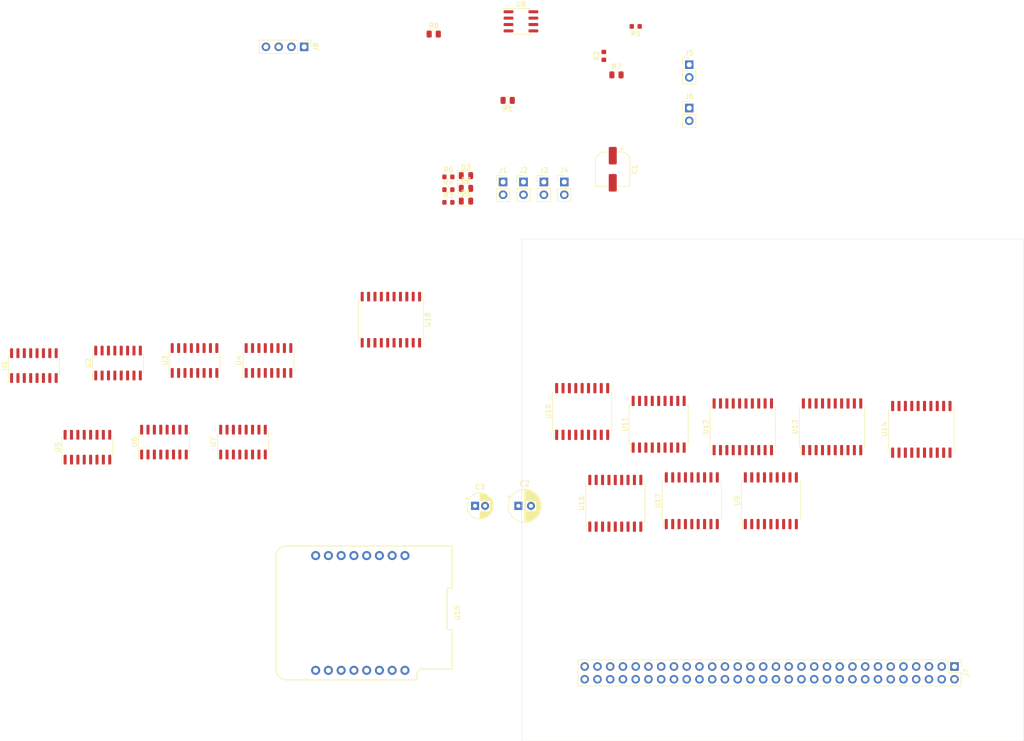
<source format=kicad_pcb>
(kicad_pcb (version 20171130) (host pcbnew 5.1.7+dfsg1-1~bpo10+1)

  (general
    (thickness 1.6)
    (drawings 4)
    (tracks 0)
    (zones 0)
    (modules 40)
    (nets 147)
  )

  (page A4)
  (layers
    (0 F.Cu signal)
    (31 B.Cu signal)
    (32 B.Adhes user)
    (33 F.Adhes user)
    (34 B.Paste user)
    (35 F.Paste user)
    (36 B.SilkS user)
    (37 F.SilkS user)
    (38 B.Mask user)
    (39 F.Mask user)
    (40 Dwgs.User user)
    (41 Cmts.User user)
    (42 Eco1.User user)
    (43 Eco2.User user)
    (44 Edge.Cuts user)
    (45 Margin user)
    (46 B.CrtYd user)
    (47 F.CrtYd user)
    (48 B.Fab user)
    (49 F.Fab user)
  )

  (setup
    (last_trace_width 0.25)
    (trace_clearance 0.2)
    (zone_clearance 0.508)
    (zone_45_only no)
    (trace_min 0.2)
    (via_size 0.8)
    (via_drill 0.4)
    (via_min_size 0.4)
    (via_min_drill 0.3)
    (uvia_size 0.3)
    (uvia_drill 0.1)
    (uvias_allowed no)
    (uvia_min_size 0.2)
    (uvia_min_drill 0.1)
    (edge_width 0.05)
    (segment_width 0.2)
    (pcb_text_width 0.3)
    (pcb_text_size 1.5 1.5)
    (mod_edge_width 0.12)
    (mod_text_size 1 1)
    (mod_text_width 0.15)
    (pad_size 1.524 1.524)
    (pad_drill 0.762)
    (pad_to_mask_clearance 0)
    (aux_axis_origin 0 0)
    (visible_elements FFFFFF7F)
    (pcbplotparams
      (layerselection 0x010fc_ffffffff)
      (usegerberextensions false)
      (usegerberattributes true)
      (usegerberadvancedattributes true)
      (creategerberjobfile true)
      (excludeedgelayer true)
      (linewidth 0.100000)
      (plotframeref false)
      (viasonmask false)
      (mode 1)
      (useauxorigin false)
      (hpglpennumber 1)
      (hpglpenspeed 20)
      (hpglpendiameter 15.000000)
      (psnegative false)
      (psa4output false)
      (plotreference true)
      (plotvalue true)
      (plotinvisibletext false)
      (padsonsilk false)
      (subtractmaskfromsilk false)
      (outputformat 1)
      (mirror false)
      (drillshape 1)
      (scaleselection 1)
      (outputdirectory ""))
  )

  (net 0 "")
  (net 1 "Net-(D1-Pad1)")
  (net 2 VCC)
  (net 3 "Net-(D2-Pad1)")
  (net 4 "Net-(D3-Pad1)")
  (net 5 24V)
  (net 6 "Net-(C1-Pad1)")
  (net 7 VS)
  (net 8 GND)
  (net 9 EN_POWER_RAILS)
  (net 10 "Net-(C3-Pad1)")
  (net 11 EN_ADDR8@FP2800A_24V)
  (net 12 SR53_ADDR7@FP2800A_24V)
  (net 13 SR52_ADDR6@FP2800A_24V)
  (net 14 SR51_ADDR5@FP2800A_24V)
  (net 15 SR50_ADDR4@FP2800A_24V)
  (net 16 SR49_ADDR3@FP2800A_24V)
  (net 17 SR48_ADDR2@FP2800A_24V)
  (net 18 SR47_ADDR1@FP2800A_24V)
  (net 19 SR46_B1@FP2800A_24V)
  (net 20 SR45_B0@FP2800A_24V)
  (net 21 SR44_A2@FP2800A_24V)
  (net 22 SR43_A1@FP2800A_24V)
  (net 23 SR42_A0@FP2800A_24V)
  (net 24 SR41_D@FP2800A_24V)
  (net 25 SR40_ROW20_RST)
  (net 26 SR39_ROW19_RST)
  (net 27 SR38_ROW18_RST)
  (net 28 SR37_ROW17_RST)
  (net 29 SR36_ROW16_RST)
  (net 30 SR35_ROW15_RST)
  (net 31 SR34_ROW14_RST)
  (net 32 SR33_ROW13_RST)
  (net 33 SR32_ROW12_RST)
  (net 34 SR31_ROW11_RST)
  (net 35 SR30_ROW10_RST)
  (net 36 SR29_ROW9_RST)
  (net 37 SR28_ROW8_RST)
  (net 38 SR27_ROW7_RST)
  (net 39 SR26_ROW6_RST)
  (net 40 SR25_ROW5_RST)
  (net 41 SR24_ROW4_RST)
  (net 42 SR23_ROW3_RST)
  (net 43 SR22_ROW2_RST)
  (net 44 SR21_ROW1_RST)
  (net 45 SR20_ROW20_SET)
  (net 46 SR19_ROW19_SET)
  (net 47 SR18_ROW18_SET)
  (net 48 SR17_ROW17_SET)
  (net 49 SR16_ROW16_SET)
  (net 50 SR15_ROW15_SET)
  (net 51 SR14_ROW14_SET)
  (net 52 SR13_ROW13_SET)
  (net 53 SR12_ROW12_SET)
  (net 54 SR11_ROW11_SET)
  (net 55 SR10_ROW10_SET)
  (net 56 SR9_ROW9_SET)
  (net 57 SR8_ROW8_SET)
  (net 58 SR7_ROW7_SET)
  (net 59 SR6_ROW6_SET)
  (net 60 SR5_ROW5_SET)
  (net 61 SR4_ROW4_SET)
  (net 62 SR3_ROW3_SET)
  (net 63 SR2_ROW2_SET)
  (net 64 SR1_ROW1_SET)
  (net 65 OE_5V)
  (net 66 "Net-(R2-Pad1)")
  (net 67 "Net-(R5-Pad1)")
  (net 68 3V3)
  (net 69 "Net-(J8-Pad1)")
  (net 70 "Net-(J8-Pad2)")
  (net 71 "Net-(J8-Pad3)")
  (net 72 "Net-(J8-Pad4)")
  (net 73 "Net-(R3-Pad1)")
  (net 74 "Net-(R4-Pad1)")
  (net 75 "Net-(R6-Pad1)")
  (net 76 EN_ADDR8@FP2800A_5V)
  (net 77 SR2)
  (net 78 SR3)
  (net 79 SR4)
  (net 80 SR5)
  (net 81 SR6)
  (net 82 SR7)
  (net 83 SR8)
  (net 84 "Net-(U1-Pad9)")
  (net 85 SRCLR_5V)
  (net 86 SRCLK_5V)
  (net 87 RCLK_5V)
  (net 88 SER_5V)
  (net 89 SR1)
  (net 90 SR9)
  (net 91 "Net-(U2-Pad9)")
  (net 92 SR16)
  (net 93 SR15)
  (net 94 SR14)
  (net 95 SR13)
  (net 96 SR12)
  (net 97 SR11)
  (net 98 SR10)
  (net 99 SR18)
  (net 100 SR19)
  (net 101 SR20)
  (net 102 SR21)
  (net 103 SR22)
  (net 104 SR23)
  (net 105 SR24)
  (net 106 "Net-(U3-Pad9)")
  (net 107 SR17)
  (net 108 SR25)
  (net 109 "Net-(U4-Pad9)")
  (net 110 SR32)
  (net 111 SR31)
  (net 112 SR30)
  (net 113 SR29)
  (net 114 SR28)
  (net 115 SR27)
  (net 116 SR26)
  (net 117 SR33)
  (net 118 "Net-(U5-Pad9)")
  (net 119 SR40)
  (net 120 SR39)
  (net 121 SR38)
  (net 122 SR37)
  (net 123 SR36)
  (net 124 SR35)
  (net 125 SR34)
  (net 126 SR42_A0@FP2800A)
  (net 127 SR43_A1@FP2800A)
  (net 128 SR44_A2@FP2800A)
  (net 129 SR45_B0@FP2800A)
  (net 130 SR46_B1@FP2800A)
  (net 131 SR47_ADDR1@FP2800A)
  (net 132 SR48_ADDR2@FP2800A)
  (net 133 "Net-(U6-Pad9)")
  (net 134 SR41_D@FP2800A)
  (net 135 SR50_ADDR4@FP2800A)
  (net 136 SR51_ADDR5@FP2800A)
  (net 137 SR52_ADDR6@FP2800A)
  (net 138 SR53_ADDR7@FP2800A)
  (net 139 SR49_ADDR3@FP2800A)
  (net 140 SRCLR)
  (net 141 OE)
  (net 142 RCLK)
  (net 143 EN_ADDR8@FP2800A)
  (net 144 SRCLK)
  (net 145 SER)
  (net 146 "Net-(U15-Pad1)")

  (net_class Default "This is the default net class."
    (clearance 0.2)
    (trace_width 0.25)
    (via_dia 0.8)
    (via_drill 0.4)
    (uvia_dia 0.3)
    (uvia_drill 0.1)
    (add_net 24V)
    (add_net 3V3)
    (add_net EN_ADDR8@FP2800A)
    (add_net EN_ADDR8@FP2800A_24V)
    (add_net EN_ADDR8@FP2800A_5V)
    (add_net EN_POWER_RAILS)
    (add_net GND)
    (add_net "Net-(C1-Pad1)")
    (add_net "Net-(C3-Pad1)")
    (add_net "Net-(D1-Pad1)")
    (add_net "Net-(D2-Pad1)")
    (add_net "Net-(D3-Pad1)")
    (add_net "Net-(J8-Pad1)")
    (add_net "Net-(J8-Pad2)")
    (add_net "Net-(J8-Pad3)")
    (add_net "Net-(J8-Pad4)")
    (add_net "Net-(R2-Pad1)")
    (add_net "Net-(R3-Pad1)")
    (add_net "Net-(R4-Pad1)")
    (add_net "Net-(R5-Pad1)")
    (add_net "Net-(R6-Pad1)")
    (add_net "Net-(U1-Pad9)")
    (add_net "Net-(U15-Pad1)")
    (add_net "Net-(U2-Pad9)")
    (add_net "Net-(U3-Pad9)")
    (add_net "Net-(U4-Pad9)")
    (add_net "Net-(U5-Pad9)")
    (add_net "Net-(U6-Pad9)")
    (add_net OE)
    (add_net OE_5V)
    (add_net RCLK)
    (add_net RCLK_5V)
    (add_net SER)
    (add_net SER_5V)
    (add_net SR1)
    (add_net SR10)
    (add_net SR10_ROW10_SET)
    (add_net SR11)
    (add_net SR11_ROW11_SET)
    (add_net SR12)
    (add_net SR12_ROW12_SET)
    (add_net SR13)
    (add_net SR13_ROW13_SET)
    (add_net SR14)
    (add_net SR14_ROW14_SET)
    (add_net SR15)
    (add_net SR15_ROW15_SET)
    (add_net SR16)
    (add_net SR16_ROW16_SET)
    (add_net SR17)
    (add_net SR17_ROW17_SET)
    (add_net SR18)
    (add_net SR18_ROW18_SET)
    (add_net SR19)
    (add_net SR19_ROW19_SET)
    (add_net SR1_ROW1_SET)
    (add_net SR2)
    (add_net SR20)
    (add_net SR20_ROW20_SET)
    (add_net SR21)
    (add_net SR21_ROW1_RST)
    (add_net SR22)
    (add_net SR22_ROW2_RST)
    (add_net SR23)
    (add_net SR23_ROW3_RST)
    (add_net SR24)
    (add_net SR24_ROW4_RST)
    (add_net SR25)
    (add_net SR25_ROW5_RST)
    (add_net SR26)
    (add_net SR26_ROW6_RST)
    (add_net SR27)
    (add_net SR27_ROW7_RST)
    (add_net SR28)
    (add_net SR28_ROW8_RST)
    (add_net SR29)
    (add_net SR29_ROW9_RST)
    (add_net SR2_ROW2_SET)
    (add_net SR3)
    (add_net SR30)
    (add_net SR30_ROW10_RST)
    (add_net SR31)
    (add_net SR31_ROW11_RST)
    (add_net SR32)
    (add_net SR32_ROW12_RST)
    (add_net SR33)
    (add_net SR33_ROW13_RST)
    (add_net SR34)
    (add_net SR34_ROW14_RST)
    (add_net SR35)
    (add_net SR35_ROW15_RST)
    (add_net SR36)
    (add_net SR36_ROW16_RST)
    (add_net SR37)
    (add_net SR37_ROW17_RST)
    (add_net SR38)
    (add_net SR38_ROW18_RST)
    (add_net SR39)
    (add_net SR39_ROW19_RST)
    (add_net SR3_ROW3_SET)
    (add_net SR4)
    (add_net SR40)
    (add_net SR40_ROW20_RST)
    (add_net SR41_D@FP2800A)
    (add_net SR41_D@FP2800A_24V)
    (add_net SR42_A0@FP2800A)
    (add_net SR42_A0@FP2800A_24V)
    (add_net SR43_A1@FP2800A)
    (add_net SR43_A1@FP2800A_24V)
    (add_net SR44_A2@FP2800A)
    (add_net SR44_A2@FP2800A_24V)
    (add_net SR45_B0@FP2800A)
    (add_net SR45_B0@FP2800A_24V)
    (add_net SR46_B1@FP2800A)
    (add_net SR46_B1@FP2800A_24V)
    (add_net SR47_ADDR1@FP2800A)
    (add_net SR47_ADDR1@FP2800A_24V)
    (add_net SR48_ADDR2@FP2800A)
    (add_net SR48_ADDR2@FP2800A_24V)
    (add_net SR49_ADDR3@FP2800A)
    (add_net SR49_ADDR3@FP2800A_24V)
    (add_net SR4_ROW4_SET)
    (add_net SR5)
    (add_net SR50_ADDR4@FP2800A)
    (add_net SR50_ADDR4@FP2800A_24V)
    (add_net SR51_ADDR5@FP2800A)
    (add_net SR51_ADDR5@FP2800A_24V)
    (add_net SR52_ADDR6@FP2800A)
    (add_net SR52_ADDR6@FP2800A_24V)
    (add_net SR53_ADDR7@FP2800A)
    (add_net SR53_ADDR7@FP2800A_24V)
    (add_net SR5_ROW5_SET)
    (add_net SR6)
    (add_net SR6_ROW6_SET)
    (add_net SR7)
    (add_net SR7_ROW7_SET)
    (add_net SR8)
    (add_net SR8_ROW8_SET)
    (add_net SR9)
    (add_net SR9_ROW9_SET)
    (add_net SRCLK)
    (add_net SRCLK_5V)
    (add_net SRCLR)
    (add_net SRCLR_5V)
    (add_net VCC)
    (add_net VS)
  )

  (module Connector_PinHeader_2.54mm:PinHeader_2x30_P2.54mm_Vertical (layer F.Cu) (tedit 59FED5CC) (tstamp 5F845420)
    (at 106.172 105.156 270)
    (descr "Through hole straight pin header, 2x30, 2.54mm pitch, double rows")
    (tags "Through hole pin header THT 2x30 2.54mm double row")
    (path /5FBEA90B)
    (fp_text reference J7 (at 1.27 -2.33 90) (layer F.SilkS)
      (effects (font (size 1 1) (thickness 0.15)))
    )
    (fp_text value Conn_02x30_Odd_Even (at 1.27 75.99 90) (layer F.Fab)
      (effects (font (size 1 1) (thickness 0.15)))
    )
    (fp_line (start 4.35 -1.8) (end -1.8 -1.8) (layer F.CrtYd) (width 0.05))
    (fp_line (start 4.35 75.45) (end 4.35 -1.8) (layer F.CrtYd) (width 0.05))
    (fp_line (start -1.8 75.45) (end 4.35 75.45) (layer F.CrtYd) (width 0.05))
    (fp_line (start -1.8 -1.8) (end -1.8 75.45) (layer F.CrtYd) (width 0.05))
    (fp_line (start -1.33 -1.33) (end 0 -1.33) (layer F.SilkS) (width 0.12))
    (fp_line (start -1.33 0) (end -1.33 -1.33) (layer F.SilkS) (width 0.12))
    (fp_line (start 1.27 -1.33) (end 3.87 -1.33) (layer F.SilkS) (width 0.12))
    (fp_line (start 1.27 1.27) (end 1.27 -1.33) (layer F.SilkS) (width 0.12))
    (fp_line (start -1.33 1.27) (end 1.27 1.27) (layer F.SilkS) (width 0.12))
    (fp_line (start 3.87 -1.33) (end 3.87 74.99) (layer F.SilkS) (width 0.12))
    (fp_line (start -1.33 1.27) (end -1.33 74.99) (layer F.SilkS) (width 0.12))
    (fp_line (start -1.33 74.99) (end 3.87 74.99) (layer F.SilkS) (width 0.12))
    (fp_line (start -1.27 0) (end 0 -1.27) (layer F.Fab) (width 0.1))
    (fp_line (start -1.27 74.93) (end -1.27 0) (layer F.Fab) (width 0.1))
    (fp_line (start 3.81 74.93) (end -1.27 74.93) (layer F.Fab) (width 0.1))
    (fp_line (start 3.81 -1.27) (end 3.81 74.93) (layer F.Fab) (width 0.1))
    (fp_line (start 0 -1.27) (end 3.81 -1.27) (layer F.Fab) (width 0.1))
    (fp_text user %R (at 1.27 36.83) (layer F.Fab)
      (effects (font (size 1 1) (thickness 0.15)))
    )
    (pad 60 thru_hole oval (at 2.54 73.66 270) (size 1.7 1.7) (drill 1) (layers *.Cu *.Mask)
      (net 11 EN_ADDR8@FP2800A_24V))
    (pad 59 thru_hole oval (at 0 73.66 270) (size 1.7 1.7) (drill 1) (layers *.Cu *.Mask)
      (net 12 SR53_ADDR7@FP2800A_24V))
    (pad 58 thru_hole oval (at 2.54 71.12 270) (size 1.7 1.7) (drill 1) (layers *.Cu *.Mask)
      (net 13 SR52_ADDR6@FP2800A_24V))
    (pad 57 thru_hole oval (at 0 71.12 270) (size 1.7 1.7) (drill 1) (layers *.Cu *.Mask)
      (net 14 SR51_ADDR5@FP2800A_24V))
    (pad 56 thru_hole oval (at 2.54 68.58 270) (size 1.7 1.7) (drill 1) (layers *.Cu *.Mask)
      (net 15 SR50_ADDR4@FP2800A_24V))
    (pad 55 thru_hole oval (at 0 68.58 270) (size 1.7 1.7) (drill 1) (layers *.Cu *.Mask)
      (net 16 SR49_ADDR3@FP2800A_24V))
    (pad 54 thru_hole oval (at 2.54 66.04 270) (size 1.7 1.7) (drill 1) (layers *.Cu *.Mask)
      (net 17 SR48_ADDR2@FP2800A_24V))
    (pad 53 thru_hole oval (at 0 66.04 270) (size 1.7 1.7) (drill 1) (layers *.Cu *.Mask)
      (net 18 SR47_ADDR1@FP2800A_24V))
    (pad 52 thru_hole oval (at 2.54 63.5 270) (size 1.7 1.7) (drill 1) (layers *.Cu *.Mask)
      (net 19 SR46_B1@FP2800A_24V))
    (pad 51 thru_hole oval (at 0 63.5 270) (size 1.7 1.7) (drill 1) (layers *.Cu *.Mask)
      (net 20 SR45_B0@FP2800A_24V))
    (pad 50 thru_hole oval (at 2.54 60.96 270) (size 1.7 1.7) (drill 1) (layers *.Cu *.Mask)
      (net 21 SR44_A2@FP2800A_24V))
    (pad 49 thru_hole oval (at 0 60.96 270) (size 1.7 1.7) (drill 1) (layers *.Cu *.Mask)
      (net 22 SR43_A1@FP2800A_24V))
    (pad 48 thru_hole oval (at 2.54 58.42 270) (size 1.7 1.7) (drill 1) (layers *.Cu *.Mask)
      (net 23 SR42_A0@FP2800A_24V))
    (pad 47 thru_hole oval (at 0 58.42 270) (size 1.7 1.7) (drill 1) (layers *.Cu *.Mask)
      (net 24 SR41_D@FP2800A_24V))
    (pad 46 thru_hole oval (at 2.54 55.88 270) (size 1.7 1.7) (drill 1) (layers *.Cu *.Mask))
    (pad 45 thru_hole oval (at 0 55.88 270) (size 1.7 1.7) (drill 1) (layers *.Cu *.Mask)
      (net 2 VCC))
    (pad 44 thru_hole oval (at 2.54 53.34 270) (size 1.7 1.7) (drill 1) (layers *.Cu *.Mask)
      (net 7 VS))
    (pad 43 thru_hole oval (at 0 53.34 270) (size 1.7 1.7) (drill 1) (layers *.Cu *.Mask)
      (net 5 24V))
    (pad 42 thru_hole oval (at 2.54 50.8 270) (size 1.7 1.7) (drill 1) (layers *.Cu *.Mask)
      (net 5 24V))
    (pad 41 thru_hole oval (at 0 50.8 270) (size 1.7 1.7) (drill 1) (layers *.Cu *.Mask)
      (net 8 GND))
    (pad 40 thru_hole oval (at 2.54 48.26 270) (size 1.7 1.7) (drill 1) (layers *.Cu *.Mask)
      (net 25 SR40_ROW20_RST))
    (pad 39 thru_hole oval (at 0 48.26 270) (size 1.7 1.7) (drill 1) (layers *.Cu *.Mask)
      (net 26 SR39_ROW19_RST))
    (pad 38 thru_hole oval (at 2.54 45.72 270) (size 1.7 1.7) (drill 1) (layers *.Cu *.Mask)
      (net 27 SR38_ROW18_RST))
    (pad 37 thru_hole oval (at 0 45.72 270) (size 1.7 1.7) (drill 1) (layers *.Cu *.Mask)
      (net 28 SR37_ROW17_RST))
    (pad 36 thru_hole oval (at 2.54 43.18 270) (size 1.7 1.7) (drill 1) (layers *.Cu *.Mask)
      (net 29 SR36_ROW16_RST))
    (pad 35 thru_hole oval (at 0 43.18 270) (size 1.7 1.7) (drill 1) (layers *.Cu *.Mask)
      (net 30 SR35_ROW15_RST))
    (pad 34 thru_hole oval (at 2.54 40.64 270) (size 1.7 1.7) (drill 1) (layers *.Cu *.Mask)
      (net 31 SR34_ROW14_RST))
    (pad 33 thru_hole oval (at 0 40.64 270) (size 1.7 1.7) (drill 1) (layers *.Cu *.Mask)
      (net 32 SR33_ROW13_RST))
    (pad 32 thru_hole oval (at 2.54 38.1 270) (size 1.7 1.7) (drill 1) (layers *.Cu *.Mask)
      (net 33 SR32_ROW12_RST))
    (pad 31 thru_hole oval (at 0 38.1 270) (size 1.7 1.7) (drill 1) (layers *.Cu *.Mask)
      (net 34 SR31_ROW11_RST))
    (pad 30 thru_hole oval (at 2.54 35.56 270) (size 1.7 1.7) (drill 1) (layers *.Cu *.Mask)
      (net 35 SR30_ROW10_RST))
    (pad 29 thru_hole oval (at 0 35.56 270) (size 1.7 1.7) (drill 1) (layers *.Cu *.Mask)
      (net 36 SR29_ROW9_RST))
    (pad 28 thru_hole oval (at 2.54 33.02 270) (size 1.7 1.7) (drill 1) (layers *.Cu *.Mask)
      (net 37 SR28_ROW8_RST))
    (pad 27 thru_hole oval (at 0 33.02 270) (size 1.7 1.7) (drill 1) (layers *.Cu *.Mask)
      (net 38 SR27_ROW7_RST))
    (pad 26 thru_hole oval (at 2.54 30.48 270) (size 1.7 1.7) (drill 1) (layers *.Cu *.Mask)
      (net 39 SR26_ROW6_RST))
    (pad 25 thru_hole oval (at 0 30.48 270) (size 1.7 1.7) (drill 1) (layers *.Cu *.Mask)
      (net 40 SR25_ROW5_RST))
    (pad 24 thru_hole oval (at 2.54 27.94 270) (size 1.7 1.7) (drill 1) (layers *.Cu *.Mask)
      (net 41 SR24_ROW4_RST))
    (pad 23 thru_hole oval (at 0 27.94 270) (size 1.7 1.7) (drill 1) (layers *.Cu *.Mask)
      (net 42 SR23_ROW3_RST))
    (pad 22 thru_hole oval (at 2.54 25.4 270) (size 1.7 1.7) (drill 1) (layers *.Cu *.Mask)
      (net 43 SR22_ROW2_RST))
    (pad 21 thru_hole oval (at 0 25.4 270) (size 1.7 1.7) (drill 1) (layers *.Cu *.Mask)
      (net 44 SR21_ROW1_RST))
    (pad 20 thru_hole oval (at 2.54 22.86 270) (size 1.7 1.7) (drill 1) (layers *.Cu *.Mask)
      (net 45 SR20_ROW20_SET))
    (pad 19 thru_hole oval (at 0 22.86 270) (size 1.7 1.7) (drill 1) (layers *.Cu *.Mask)
      (net 46 SR19_ROW19_SET))
    (pad 18 thru_hole oval (at 2.54 20.32 270) (size 1.7 1.7) (drill 1) (layers *.Cu *.Mask)
      (net 47 SR18_ROW18_SET))
    (pad 17 thru_hole oval (at 0 20.32 270) (size 1.7 1.7) (drill 1) (layers *.Cu *.Mask)
      (net 48 SR17_ROW17_SET))
    (pad 16 thru_hole oval (at 2.54 17.78 270) (size 1.7 1.7) (drill 1) (layers *.Cu *.Mask)
      (net 49 SR16_ROW16_SET))
    (pad 15 thru_hole oval (at 0 17.78 270) (size 1.7 1.7) (drill 1) (layers *.Cu *.Mask)
      (net 50 SR15_ROW15_SET))
    (pad 14 thru_hole oval (at 2.54 15.24 270) (size 1.7 1.7) (drill 1) (layers *.Cu *.Mask)
      (net 51 SR14_ROW14_SET))
    (pad 13 thru_hole oval (at 0 15.24 270) (size 1.7 1.7) (drill 1) (layers *.Cu *.Mask)
      (net 52 SR13_ROW13_SET))
    (pad 12 thru_hole oval (at 2.54 12.7 270) (size 1.7 1.7) (drill 1) (layers *.Cu *.Mask)
      (net 53 SR12_ROW12_SET))
    (pad 11 thru_hole oval (at 0 12.7 270) (size 1.7 1.7) (drill 1) (layers *.Cu *.Mask)
      (net 54 SR11_ROW11_SET))
    (pad 10 thru_hole oval (at 2.54 10.16 270) (size 1.7 1.7) (drill 1) (layers *.Cu *.Mask)
      (net 55 SR10_ROW10_SET))
    (pad 9 thru_hole oval (at 0 10.16 270) (size 1.7 1.7) (drill 1) (layers *.Cu *.Mask)
      (net 56 SR9_ROW9_SET))
    (pad 8 thru_hole oval (at 2.54 7.62 270) (size 1.7 1.7) (drill 1) (layers *.Cu *.Mask)
      (net 57 SR8_ROW8_SET))
    (pad 7 thru_hole oval (at 0 7.62 270) (size 1.7 1.7) (drill 1) (layers *.Cu *.Mask)
      (net 58 SR7_ROW7_SET))
    (pad 6 thru_hole oval (at 2.54 5.08 270) (size 1.7 1.7) (drill 1) (layers *.Cu *.Mask)
      (net 59 SR6_ROW6_SET))
    (pad 5 thru_hole oval (at 0 5.08 270) (size 1.7 1.7) (drill 1) (layers *.Cu *.Mask)
      (net 60 SR5_ROW5_SET))
    (pad 4 thru_hole oval (at 2.54 2.54 270) (size 1.7 1.7) (drill 1) (layers *.Cu *.Mask)
      (net 61 SR4_ROW4_SET))
    (pad 3 thru_hole oval (at 0 2.54 270) (size 1.7 1.7) (drill 1) (layers *.Cu *.Mask)
      (net 62 SR3_ROW3_SET))
    (pad 2 thru_hole oval (at 2.54 0 270) (size 1.7 1.7) (drill 1) (layers *.Cu *.Mask)
      (net 63 SR2_ROW2_SET))
    (pad 1 thru_hole rect (at 0 0 270) (size 1.7 1.7) (drill 1) (layers *.Cu *.Mask)
      (net 64 SR1_ROW1_SET))
    (model ${KISYS3DMOD}/Connector_PinSocket_2.54mm.3dshapes/PinSocket_2x30_P2.54mm_Vertical.step
      (offset (xyz 2.54 0 0))
      (scale (xyz 1 1 1))
      (rotate (xyz 0 0 0))
    )
  )

  (module Package_SO:SOIC-20W_7.5x12.8mm_P1.27mm (layer F.Cu) (tedit 5D9F72B1) (tstamp 5F869D46)
    (at 81.788 57.404 90)
    (descr "SOIC, 20 Pin (JEDEC MS-013AC, https://www.analog.com/media/en/package-pcb-resources/package/233848rw_20.pdf), generated with kicad-footprint-generator ipc_gullwing_generator.py")
    (tags "SOIC SO")
    (path /5F908136)
    (attr smd)
    (fp_text reference U13 (at 0 -7.35 90) (layer F.SilkS)
      (effects (font (size 1 1) (thickness 0.15)))
    )
    (fp_text value A2982 (at 0 7.35 90) (layer F.Fab)
      (effects (font (size 1 1) (thickness 0.15)))
    )
    (fp_line (start 5.93 -6.65) (end -5.93 -6.65) (layer F.CrtYd) (width 0.05))
    (fp_line (start 5.93 6.65) (end 5.93 -6.65) (layer F.CrtYd) (width 0.05))
    (fp_line (start -5.93 6.65) (end 5.93 6.65) (layer F.CrtYd) (width 0.05))
    (fp_line (start -5.93 -6.65) (end -5.93 6.65) (layer F.CrtYd) (width 0.05))
    (fp_line (start -3.75 -5.4) (end -2.75 -6.4) (layer F.Fab) (width 0.1))
    (fp_line (start -3.75 6.4) (end -3.75 -5.4) (layer F.Fab) (width 0.1))
    (fp_line (start 3.75 6.4) (end -3.75 6.4) (layer F.Fab) (width 0.1))
    (fp_line (start 3.75 -6.4) (end 3.75 6.4) (layer F.Fab) (width 0.1))
    (fp_line (start -2.75 -6.4) (end 3.75 -6.4) (layer F.Fab) (width 0.1))
    (fp_line (start -3.86 -6.275) (end -5.675 -6.275) (layer F.SilkS) (width 0.12))
    (fp_line (start -3.86 -6.51) (end -3.86 -6.275) (layer F.SilkS) (width 0.12))
    (fp_line (start 0 -6.51) (end -3.86 -6.51) (layer F.SilkS) (width 0.12))
    (fp_line (start 3.86 -6.51) (end 3.86 -6.275) (layer F.SilkS) (width 0.12))
    (fp_line (start 0 -6.51) (end 3.86 -6.51) (layer F.SilkS) (width 0.12))
    (fp_line (start -3.86 6.51) (end -3.86 6.275) (layer F.SilkS) (width 0.12))
    (fp_line (start 0 6.51) (end -3.86 6.51) (layer F.SilkS) (width 0.12))
    (fp_line (start 3.86 6.51) (end 3.86 6.275) (layer F.SilkS) (width 0.12))
    (fp_line (start 0 6.51) (end 3.86 6.51) (layer F.SilkS) (width 0.12))
    (fp_text user %R (at 0 0 270) (layer F.Fab)
      (effects (font (size 1 1) (thickness 0.15)))
    )
    (pad 1 smd roundrect (at -4.65 -5.715 90) (size 2.05 0.6) (layers F.Cu F.Paste F.Mask) (roundrect_rratio 0.25)
      (net 92 SR16))
    (pad 2 smd roundrect (at -4.65 -4.445 90) (size 2.05 0.6) (layers F.Cu F.Paste F.Mask) (roundrect_rratio 0.25)
      (net 93 SR15))
    (pad 3 smd roundrect (at -4.65 -3.175 90) (size 2.05 0.6) (layers F.Cu F.Paste F.Mask) (roundrect_rratio 0.25)
      (net 94 SR14))
    (pad 4 smd roundrect (at -4.65 -1.905 90) (size 2.05 0.6) (layers F.Cu F.Paste F.Mask) (roundrect_rratio 0.25)
      (net 95 SR13))
    (pad 5 smd roundrect (at -4.65 -0.635 90) (size 2.05 0.6) (layers F.Cu F.Paste F.Mask) (roundrect_rratio 0.25)
      (net 96 SR12))
    (pad 6 smd roundrect (at -4.65 0.635 90) (size 2.05 0.6) (layers F.Cu F.Paste F.Mask) (roundrect_rratio 0.25)
      (net 97 SR11))
    (pad 7 smd roundrect (at -4.65 1.905 90) (size 2.05 0.6) (layers F.Cu F.Paste F.Mask) (roundrect_rratio 0.25)
      (net 98 SR10))
    (pad 8 smd roundrect (at -4.65 3.175 90) (size 2.05 0.6) (layers F.Cu F.Paste F.Mask) (roundrect_rratio 0.25)
      (net 90 SR9))
    (pad 9 smd roundrect (at -4.65 4.445 90) (size 2.05 0.6) (layers F.Cu F.Paste F.Mask) (roundrect_rratio 0.25)
      (net 7 VS))
    (pad 10 smd roundrect (at -4.65 5.715 90) (size 2.05 0.6) (layers F.Cu F.Paste F.Mask) (roundrect_rratio 0.25))
    (pad 11 smd roundrect (at 4.65 5.715 90) (size 2.05 0.6) (layers F.Cu F.Paste F.Mask) (roundrect_rratio 0.25))
    (pad 12 smd roundrect (at 4.65 4.445 90) (size 2.05 0.6) (layers F.Cu F.Paste F.Mask) (roundrect_rratio 0.25)
      (net 8 GND))
    (pad 13 smd roundrect (at 4.65 3.175 90) (size 2.05 0.6) (layers F.Cu F.Paste F.Mask) (roundrect_rratio 0.25)
      (net 56 SR9_ROW9_SET))
    (pad 14 smd roundrect (at 4.65 1.905 90) (size 2.05 0.6) (layers F.Cu F.Paste F.Mask) (roundrect_rratio 0.25)
      (net 55 SR10_ROW10_SET))
    (pad 15 smd roundrect (at 4.65 0.635 90) (size 2.05 0.6) (layers F.Cu F.Paste F.Mask) (roundrect_rratio 0.25)
      (net 54 SR11_ROW11_SET))
    (pad 16 smd roundrect (at 4.65 -0.635 90) (size 2.05 0.6) (layers F.Cu F.Paste F.Mask) (roundrect_rratio 0.25)
      (net 53 SR12_ROW12_SET))
    (pad 17 smd roundrect (at 4.65 -1.905 90) (size 2.05 0.6) (layers F.Cu F.Paste F.Mask) (roundrect_rratio 0.25)
      (net 52 SR13_ROW13_SET))
    (pad 18 smd roundrect (at 4.65 -3.175 90) (size 2.05 0.6) (layers F.Cu F.Paste F.Mask) (roundrect_rratio 0.25)
      (net 51 SR14_ROW14_SET))
    (pad 19 smd roundrect (at 4.65 -4.445 90) (size 2.05 0.6) (layers F.Cu F.Paste F.Mask) (roundrect_rratio 0.25)
      (net 50 SR15_ROW15_SET))
    (pad 20 smd roundrect (at 4.65 -5.715 90) (size 2.05 0.6) (layers F.Cu F.Paste F.Mask) (roundrect_rratio 0.25)
      (net 49 SR16_ROW16_SET))
    (model ${KISYS3DMOD}/Package_SO.3dshapes/SOIC-20W_7.5x12.8mm_P1.27mm.wrl
      (at (xyz 0 0 0))
      (scale (xyz 1 1 1))
      (rotate (xyz 0 0 0))
    )
  )

  (module Connector_PinHeader_2.54mm:PinHeader_1x02_P2.54mm_Vertical (layer F.Cu) (tedit 59FED5CC) (tstamp 5F839E7F)
    (at 53.34 -6.096)
    (descr "Through hole straight pin header, 1x02, 2.54mm pitch, single row")
    (tags "Through hole pin header THT 1x02 2.54mm single row")
    (path /5F8DE9DE)
    (fp_text reference J6 (at 0 -2.33) (layer F.SilkS)
      (effects (font (size 1 1) (thickness 0.15)))
    )
    (fp_text value Conn_01x02_Male (at 0 4.87) (layer F.Fab)
      (effects (font (size 1 1) (thickness 0.15)))
    )
    (fp_line (start 1.8 -1.8) (end -1.8 -1.8) (layer F.CrtYd) (width 0.05))
    (fp_line (start 1.8 4.35) (end 1.8 -1.8) (layer F.CrtYd) (width 0.05))
    (fp_line (start -1.8 4.35) (end 1.8 4.35) (layer F.CrtYd) (width 0.05))
    (fp_line (start -1.8 -1.8) (end -1.8 4.35) (layer F.CrtYd) (width 0.05))
    (fp_line (start -1.33 -1.33) (end 0 -1.33) (layer F.SilkS) (width 0.12))
    (fp_line (start -1.33 0) (end -1.33 -1.33) (layer F.SilkS) (width 0.12))
    (fp_line (start -1.33 1.27) (end 1.33 1.27) (layer F.SilkS) (width 0.12))
    (fp_line (start 1.33 1.27) (end 1.33 3.87) (layer F.SilkS) (width 0.12))
    (fp_line (start -1.33 1.27) (end -1.33 3.87) (layer F.SilkS) (width 0.12))
    (fp_line (start -1.33 3.87) (end 1.33 3.87) (layer F.SilkS) (width 0.12))
    (fp_line (start -1.27 -0.635) (end -0.635 -1.27) (layer F.Fab) (width 0.1))
    (fp_line (start -1.27 3.81) (end -1.27 -0.635) (layer F.Fab) (width 0.1))
    (fp_line (start 1.27 3.81) (end -1.27 3.81) (layer F.Fab) (width 0.1))
    (fp_line (start 1.27 -1.27) (end 1.27 3.81) (layer F.Fab) (width 0.1))
    (fp_line (start -0.635 -1.27) (end 1.27 -1.27) (layer F.Fab) (width 0.1))
    (fp_text user %R (at 0 1.27 90) (layer F.Fab)
      (effects (font (size 1 1) (thickness 0.15)))
    )
    (pad 1 thru_hole rect (at 0 0) (size 1.7 1.7) (drill 1) (layers *.Cu *.Mask)
      (net 10 "Net-(C3-Pad1)"))
    (pad 2 thru_hole oval (at 0 2.54) (size 1.7 1.7) (drill 1) (layers *.Cu *.Mask)
      (net 7 VS))
    (model ${KISYS3DMOD}/Connector_PinHeader_2.54mm.3dshapes/PinHeader_1x02_P2.54mm_Vertical.wrl
      (at (xyz 0 0 0))
      (scale (xyz 1 1 1))
      (rotate (xyz 0 0 0))
    )
  )

  (module Resistor_SMD:R_0603_1608Metric (layer F.Cu) (tedit 5B301BBD) (tstamp 5F839F09)
    (at 36.322 -16.4845 90)
    (descr "Resistor SMD 0603 (1608 Metric), square (rectangular) end terminal, IPC_7351 nominal, (Body size source: http://www.tortai-tech.com/upload/download/2011102023233369053.pdf), generated with kicad-footprint-generator")
    (tags resistor)
    (path /5F7917AD)
    (attr smd)
    (fp_text reference R2 (at 0 -1.43 90) (layer F.SilkS)
      (effects (font (size 1 1) (thickness 0.15)))
    )
    (fp_text value 470K (at 0 1.43 90) (layer F.Fab)
      (effects (font (size 1 1) (thickness 0.15)))
    )
    (fp_line (start 1.48 0.73) (end -1.48 0.73) (layer F.CrtYd) (width 0.05))
    (fp_line (start 1.48 -0.73) (end 1.48 0.73) (layer F.CrtYd) (width 0.05))
    (fp_line (start -1.48 -0.73) (end 1.48 -0.73) (layer F.CrtYd) (width 0.05))
    (fp_line (start -1.48 0.73) (end -1.48 -0.73) (layer F.CrtYd) (width 0.05))
    (fp_line (start -0.162779 0.51) (end 0.162779 0.51) (layer F.SilkS) (width 0.12))
    (fp_line (start -0.162779 -0.51) (end 0.162779 -0.51) (layer F.SilkS) (width 0.12))
    (fp_line (start 0.8 0.4) (end -0.8 0.4) (layer F.Fab) (width 0.1))
    (fp_line (start 0.8 -0.4) (end 0.8 0.4) (layer F.Fab) (width 0.1))
    (fp_line (start -0.8 -0.4) (end 0.8 -0.4) (layer F.Fab) (width 0.1))
    (fp_line (start -0.8 0.4) (end -0.8 -0.4) (layer F.Fab) (width 0.1))
    (fp_text user %R (at 0 0 90) (layer F.Fab)
      (effects (font (size 0.4 0.4) (thickness 0.06)))
    )
    (pad 1 smd roundrect (at -0.7875 0 90) (size 0.875 0.95) (layers F.Cu F.Paste F.Mask) (roundrect_rratio 0.25)
      (net 66 "Net-(R2-Pad1)"))
    (pad 2 smd roundrect (at 0.7875 0 90) (size 0.875 0.95) (layers F.Cu F.Paste F.Mask) (roundrect_rratio 0.25)
      (net 8 GND))
    (model ${KISYS3DMOD}/Resistor_SMD.3dshapes/R_0603_1608Metric.wrl
      (at (xyz 0 0 0))
      (scale (xyz 1 1 1))
      (rotate (xyz 0 0 0))
    )
  )

  (module Resistor_SMD:R_0603_1608Metric (layer F.Cu) (tedit 5B301BBD) (tstamp 5F839F1A)
    (at 5.3595 12.7)
    (descr "Resistor SMD 0603 (1608 Metric), square (rectangular) end terminal, IPC_7351 nominal, (Body size source: http://www.tortai-tech.com/upload/download/2011102023233369053.pdf), generated with kicad-footprint-generator")
    (tags resistor)
    (path /5F8A7212)
    (attr smd)
    (fp_text reference R3 (at 0 -1.43) (layer F.SilkS)
      (effects (font (size 1 1) (thickness 0.15)))
    )
    (fp_text value 180 (at 0 1.43) (layer F.Fab)
      (effects (font (size 1 1) (thickness 0.15)))
    )
    (fp_line (start -0.8 0.4) (end -0.8 -0.4) (layer F.Fab) (width 0.1))
    (fp_line (start -0.8 -0.4) (end 0.8 -0.4) (layer F.Fab) (width 0.1))
    (fp_line (start 0.8 -0.4) (end 0.8 0.4) (layer F.Fab) (width 0.1))
    (fp_line (start 0.8 0.4) (end -0.8 0.4) (layer F.Fab) (width 0.1))
    (fp_line (start -0.162779 -0.51) (end 0.162779 -0.51) (layer F.SilkS) (width 0.12))
    (fp_line (start -0.162779 0.51) (end 0.162779 0.51) (layer F.SilkS) (width 0.12))
    (fp_line (start -1.48 0.73) (end -1.48 -0.73) (layer F.CrtYd) (width 0.05))
    (fp_line (start -1.48 -0.73) (end 1.48 -0.73) (layer F.CrtYd) (width 0.05))
    (fp_line (start 1.48 -0.73) (end 1.48 0.73) (layer F.CrtYd) (width 0.05))
    (fp_line (start 1.48 0.73) (end -1.48 0.73) (layer F.CrtYd) (width 0.05))
    (fp_text user %R (at 0 0) (layer F.Fab)
      (effects (font (size 0.4 0.4) (thickness 0.06)))
    )
    (pad 2 smd roundrect (at 0.7875 0) (size 0.875 0.95) (layers F.Cu F.Paste F.Mask) (roundrect_rratio 0.25)
      (net 1 "Net-(D1-Pad1)"))
    (pad 1 smd roundrect (at -0.7875 0) (size 0.875 0.95) (layers F.Cu F.Paste F.Mask) (roundrect_rratio 0.25)
      (net 73 "Net-(R3-Pad1)"))
    (model ${KISYS3DMOD}/Resistor_SMD.3dshapes/R_0603_1608Metric.wrl
      (at (xyz 0 0 0))
      (scale (xyz 1 1 1))
      (rotate (xyz 0 0 0))
    )
  )

  (module Resistor_SMD:R_0603_1608Metric (layer F.Cu) (tedit 5B301BBD) (tstamp 5F839F2B)
    (at 5.3595 10.16)
    (descr "Resistor SMD 0603 (1608 Metric), square (rectangular) end terminal, IPC_7351 nominal, (Body size source: http://www.tortai-tech.com/upload/download/2011102023233369053.pdf), generated with kicad-footprint-generator")
    (tags resistor)
    (path /5F8ADE83)
    (attr smd)
    (fp_text reference R4 (at 0 -1.43) (layer F.SilkS)
      (effects (font (size 1 1) (thickness 0.15)))
    )
    (fp_text value 180 (at 0 1.43) (layer F.Fab)
      (effects (font (size 1 1) (thickness 0.15)))
    )
    (fp_line (start 1.48 0.73) (end -1.48 0.73) (layer F.CrtYd) (width 0.05))
    (fp_line (start 1.48 -0.73) (end 1.48 0.73) (layer F.CrtYd) (width 0.05))
    (fp_line (start -1.48 -0.73) (end 1.48 -0.73) (layer F.CrtYd) (width 0.05))
    (fp_line (start -1.48 0.73) (end -1.48 -0.73) (layer F.CrtYd) (width 0.05))
    (fp_line (start -0.162779 0.51) (end 0.162779 0.51) (layer F.SilkS) (width 0.12))
    (fp_line (start -0.162779 -0.51) (end 0.162779 -0.51) (layer F.SilkS) (width 0.12))
    (fp_line (start 0.8 0.4) (end -0.8 0.4) (layer F.Fab) (width 0.1))
    (fp_line (start 0.8 -0.4) (end 0.8 0.4) (layer F.Fab) (width 0.1))
    (fp_line (start -0.8 -0.4) (end 0.8 -0.4) (layer F.Fab) (width 0.1))
    (fp_line (start -0.8 0.4) (end -0.8 -0.4) (layer F.Fab) (width 0.1))
    (fp_text user %R (at 0 0) (layer F.Fab)
      (effects (font (size 0.4 0.4) (thickness 0.06)))
    )
    (pad 1 smd roundrect (at -0.7875 0) (size 0.875 0.95) (layers F.Cu F.Paste F.Mask) (roundrect_rratio 0.25)
      (net 74 "Net-(R4-Pad1)"))
    (pad 2 smd roundrect (at 0.7875 0) (size 0.875 0.95) (layers F.Cu F.Paste F.Mask) (roundrect_rratio 0.25)
      (net 3 "Net-(D2-Pad1)"))
    (model ${KISYS3DMOD}/Resistor_SMD.3dshapes/R_0603_1608Metric.wrl
      (at (xyz 0 0 0))
      (scale (xyz 1 1 1))
      (rotate (xyz 0 0 0))
    )
  )

  (module Resistor_SMD:R_0603_1608Metric (layer F.Cu) (tedit 5B301BBD) (tstamp 5F839F3C)
    (at 42.672 -22.352 180)
    (descr "Resistor SMD 0603 (1608 Metric), square (rectangular) end terminal, IPC_7351 nominal, (Body size source: http://www.tortai-tech.com/upload/download/2011102023233369053.pdf), generated with kicad-footprint-generator")
    (tags resistor)
    (path /5F79B81A)
    (attr smd)
    (fp_text reference R5 (at 0 -1.43) (layer F.SilkS)
      (effects (font (size 1 1) (thickness 0.15)))
    )
    (fp_text value 100K (at 0 1.43) (layer F.Fab)
      (effects (font (size 1 1) (thickness 0.15)))
    )
    (fp_line (start -0.8 0.4) (end -0.8 -0.4) (layer F.Fab) (width 0.1))
    (fp_line (start -0.8 -0.4) (end 0.8 -0.4) (layer F.Fab) (width 0.1))
    (fp_line (start 0.8 -0.4) (end 0.8 0.4) (layer F.Fab) (width 0.1))
    (fp_line (start 0.8 0.4) (end -0.8 0.4) (layer F.Fab) (width 0.1))
    (fp_line (start -0.162779 -0.51) (end 0.162779 -0.51) (layer F.SilkS) (width 0.12))
    (fp_line (start -0.162779 0.51) (end 0.162779 0.51) (layer F.SilkS) (width 0.12))
    (fp_line (start -1.48 0.73) (end -1.48 -0.73) (layer F.CrtYd) (width 0.05))
    (fp_line (start -1.48 -0.73) (end 1.48 -0.73) (layer F.CrtYd) (width 0.05))
    (fp_line (start 1.48 -0.73) (end 1.48 0.73) (layer F.CrtYd) (width 0.05))
    (fp_line (start 1.48 0.73) (end -1.48 0.73) (layer F.CrtYd) (width 0.05))
    (fp_text user %R (at 0 0 180) (layer F.Fab)
      (effects (font (size 0.4 0.4) (thickness 0.06)))
    )
    (pad 2 smd roundrect (at 0.7875 0 180) (size 0.875 0.95) (layers F.Cu F.Paste F.Mask) (roundrect_rratio 0.25)
      (net 6 "Net-(C1-Pad1)"))
    (pad 1 smd roundrect (at -0.7875 0 180) (size 0.875 0.95) (layers F.Cu F.Paste F.Mask) (roundrect_rratio 0.25)
      (net 67 "Net-(R5-Pad1)"))
    (model ${KISYS3DMOD}/Resistor_SMD.3dshapes/R_0603_1608Metric.wrl
      (at (xyz 0 0 0))
      (scale (xyz 1 1 1))
      (rotate (xyz 0 0 0))
    )
  )

  (module Resistor_SMD:R_0603_1608Metric (layer F.Cu) (tedit 5B301BBD) (tstamp 5F839F4D)
    (at 5.3595 7.62)
    (descr "Resistor SMD 0603 (1608 Metric), square (rectangular) end terminal, IPC_7351 nominal, (Body size source: http://www.tortai-tech.com/upload/download/2011102023233369053.pdf), generated with kicad-footprint-generator")
    (tags resistor)
    (path /5F8AE2E8)
    (attr smd)
    (fp_text reference R6 (at 0 -1.43) (layer F.SilkS)
      (effects (font (size 1 1) (thickness 0.15)))
    )
    (fp_text value 180 (at 0 1.43) (layer F.Fab)
      (effects (font (size 1 1) (thickness 0.15)))
    )
    (fp_line (start -0.8 0.4) (end -0.8 -0.4) (layer F.Fab) (width 0.1))
    (fp_line (start -0.8 -0.4) (end 0.8 -0.4) (layer F.Fab) (width 0.1))
    (fp_line (start 0.8 -0.4) (end 0.8 0.4) (layer F.Fab) (width 0.1))
    (fp_line (start 0.8 0.4) (end -0.8 0.4) (layer F.Fab) (width 0.1))
    (fp_line (start -0.162779 -0.51) (end 0.162779 -0.51) (layer F.SilkS) (width 0.12))
    (fp_line (start -0.162779 0.51) (end 0.162779 0.51) (layer F.SilkS) (width 0.12))
    (fp_line (start -1.48 0.73) (end -1.48 -0.73) (layer F.CrtYd) (width 0.05))
    (fp_line (start -1.48 -0.73) (end 1.48 -0.73) (layer F.CrtYd) (width 0.05))
    (fp_line (start 1.48 -0.73) (end 1.48 0.73) (layer F.CrtYd) (width 0.05))
    (fp_line (start 1.48 0.73) (end -1.48 0.73) (layer F.CrtYd) (width 0.05))
    (fp_text user %R (at 0 0) (layer F.Fab)
      (effects (font (size 0.4 0.4) (thickness 0.06)))
    )
    (pad 2 smd roundrect (at 0.7875 0) (size 0.875 0.95) (layers F.Cu F.Paste F.Mask) (roundrect_rratio 0.25)
      (net 4 "Net-(D3-Pad1)"))
    (pad 1 smd roundrect (at -0.7875 0) (size 0.875 0.95) (layers F.Cu F.Paste F.Mask) (roundrect_rratio 0.25)
      (net 75 "Net-(R6-Pad1)"))
    (model ${KISYS3DMOD}/Resistor_SMD.3dshapes/R_0603_1608Metric.wrl
      (at (xyz 0 0 0))
      (scale (xyz 1 1 1))
      (rotate (xyz 0 0 0))
    )
  )

  (module Connector_PinHeader_2.54mm:PinHeader_1x02_P2.54mm_Vertical (layer F.Cu) (tedit 59FED5CC) (tstamp 5F84540B)
    (at 53.34 -14.732)
    (descr "Through hole straight pin header, 1x02, 2.54mm pitch, single row")
    (tags "Through hole pin header THT 1x02 2.54mm single row")
    (path /5F88A9DD)
    (fp_text reference J5 (at 0 -2.33) (layer F.SilkS)
      (effects (font (size 1 1) (thickness 0.15)))
    )
    (fp_text value Conn_01x02_Male (at 0 4.87) (layer F.Fab)
      (effects (font (size 1 1) (thickness 0.15)))
    )
    (fp_line (start -0.635 -1.27) (end 1.27 -1.27) (layer F.Fab) (width 0.1))
    (fp_line (start 1.27 -1.27) (end 1.27 3.81) (layer F.Fab) (width 0.1))
    (fp_line (start 1.27 3.81) (end -1.27 3.81) (layer F.Fab) (width 0.1))
    (fp_line (start -1.27 3.81) (end -1.27 -0.635) (layer F.Fab) (width 0.1))
    (fp_line (start -1.27 -0.635) (end -0.635 -1.27) (layer F.Fab) (width 0.1))
    (fp_line (start -1.33 3.87) (end 1.33 3.87) (layer F.SilkS) (width 0.12))
    (fp_line (start -1.33 1.27) (end -1.33 3.87) (layer F.SilkS) (width 0.12))
    (fp_line (start 1.33 1.27) (end 1.33 3.87) (layer F.SilkS) (width 0.12))
    (fp_line (start -1.33 1.27) (end 1.33 1.27) (layer F.SilkS) (width 0.12))
    (fp_line (start -1.33 0) (end -1.33 -1.33) (layer F.SilkS) (width 0.12))
    (fp_line (start -1.33 -1.33) (end 0 -1.33) (layer F.SilkS) (width 0.12))
    (fp_line (start -1.8 -1.8) (end -1.8 4.35) (layer F.CrtYd) (width 0.05))
    (fp_line (start -1.8 4.35) (end 1.8 4.35) (layer F.CrtYd) (width 0.05))
    (fp_line (start 1.8 4.35) (end 1.8 -1.8) (layer F.CrtYd) (width 0.05))
    (fp_line (start 1.8 -1.8) (end -1.8 -1.8) (layer F.CrtYd) (width 0.05))
    (fp_text user %R (at 0 1.27 90) (layer F.Fab)
      (effects (font (size 1 1) (thickness 0.15)))
    )
    (pad 1 thru_hole rect (at 0 0) (size 1.7 1.7) (drill 1) (layers *.Cu *.Mask)
      (net 5 24V))
    (pad 2 thru_hole oval (at 0 2.54) (size 1.7 1.7) (drill 1) (layers *.Cu *.Mask)
      (net 6 "Net-(C1-Pad1)"))
    (model ${KISYS3DMOD}/Connector_PinHeader_2.54mm.3dshapes/PinHeader_1x02_P2.54mm_Vertical.wrl
      (at (xyz 0 0 0))
      (scale (xyz 1 1 1))
      (rotate (xyz 0 0 0))
    )
  )

  (module Package_SO:SOIC-8_3.9x4.9mm_P1.27mm (layer F.Cu) (tedit 5D9F72B1) (tstamp 5F8456E9)
    (at 19.812 -23.368)
    (descr "SOIC, 8 Pin (JEDEC MS-012AA, https://www.analog.com/media/en/package-pcb-resources/package/pkg_pdf/soic_narrow-r/r_8.pdf), generated with kicad-footprint-generator ipc_gullwing_generator.py")
    (tags "SOIC SO")
    (path /5F78E86C)
    (attr smd)
    (fp_text reference U8 (at 0 -3.4) (layer F.SilkS)
      (effects (font (size 1 1) (thickness 0.15)))
    )
    (fp_text value FPF2702MX (at 0 3.4) (layer F.Fab)
      (effects (font (size 1 1) (thickness 0.15)))
    )
    (fp_line (start 0 2.56) (end 1.95 2.56) (layer F.SilkS) (width 0.12))
    (fp_line (start 0 2.56) (end -1.95 2.56) (layer F.SilkS) (width 0.12))
    (fp_line (start 0 -2.56) (end 1.95 -2.56) (layer F.SilkS) (width 0.12))
    (fp_line (start 0 -2.56) (end -3.45 -2.56) (layer F.SilkS) (width 0.12))
    (fp_line (start -0.975 -2.45) (end 1.95 -2.45) (layer F.Fab) (width 0.1))
    (fp_line (start 1.95 -2.45) (end 1.95 2.45) (layer F.Fab) (width 0.1))
    (fp_line (start 1.95 2.45) (end -1.95 2.45) (layer F.Fab) (width 0.1))
    (fp_line (start -1.95 2.45) (end -1.95 -1.475) (layer F.Fab) (width 0.1))
    (fp_line (start -1.95 -1.475) (end -0.975 -2.45) (layer F.Fab) (width 0.1))
    (fp_line (start -3.7 -2.7) (end -3.7 2.7) (layer F.CrtYd) (width 0.05))
    (fp_line (start -3.7 2.7) (end 3.7 2.7) (layer F.CrtYd) (width 0.05))
    (fp_line (start 3.7 2.7) (end 3.7 -2.7) (layer F.CrtYd) (width 0.05))
    (fp_line (start 3.7 -2.7) (end -3.7 -2.7) (layer F.CrtYd) (width 0.05))
    (fp_text user %R (at 0 0) (layer F.Fab)
      (effects (font (size 0.98 0.98) (thickness 0.15)))
    )
    (pad 1 smd roundrect (at -2.475 -1.905) (size 1.95 0.6) (layers F.Cu F.Paste F.Mask) (roundrect_rratio 0.25)
      (net 6 "Net-(C1-Pad1)"))
    (pad 2 smd roundrect (at -2.475 -0.635) (size 1.95 0.6) (layers F.Cu F.Paste F.Mask) (roundrect_rratio 0.25)
      (net 8 GND))
    (pad 3 smd roundrect (at -2.475 0.635) (size 1.95 0.6) (layers F.Cu F.Paste F.Mask) (roundrect_rratio 0.25)
      (net 66 "Net-(R2-Pad1)"))
    (pad 4 smd roundrect (at -2.475 1.905) (size 1.95 0.6) (layers F.Cu F.Paste F.Mask) (roundrect_rratio 0.25)
      (net 9 EN_POWER_RAILS))
    (pad 5 smd roundrect (at 2.475 1.905) (size 1.95 0.6) (layers F.Cu F.Paste F.Mask) (roundrect_rratio 0.25)
      (net 8 GND))
    (pad 6 smd roundrect (at 2.475 0.635) (size 1.95 0.6) (layers F.Cu F.Paste F.Mask) (roundrect_rratio 0.25))
    (pad 7 smd roundrect (at 2.475 -0.635) (size 1.95 0.6) (layers F.Cu F.Paste F.Mask) (roundrect_rratio 0.25)
      (net 67 "Net-(R5-Pad1)"))
    (pad 8 smd roundrect (at 2.475 -1.905) (size 1.95 0.6) (layers F.Cu F.Paste F.Mask) (roundrect_rratio 0.25)
      (net 10 "Net-(C3-Pad1)"))
    (model ${KISYS3DMOD}/Package_SO.3dshapes/SOIC-8_3.9x4.9mm_P1.27mm.wrl
      (at (xyz 0 0 0))
      (scale (xyz 1 1 1))
      (rotate (xyz 0 0 0))
    )
  )

  (module Connector_PinHeader_2.54mm:PinHeader_1x04_P2.54mm_Vertical (layer F.Cu) (tedit 59FED5CC) (tstamp 5F8482CB)
    (at -23.368 -18.288 270)
    (descr "Through hole straight pin header, 1x04, 2.54mm pitch, single row")
    (tags "Through hole pin header THT 1x04 2.54mm single row")
    (path /6065E5F2)
    (fp_text reference J8 (at 0 -2.33 90) (layer F.SilkS)
      (effects (font (size 1 1) (thickness 0.15)))
    )
    (fp_text value Conn_01x04 (at 0 9.95 90) (layer F.Fab)
      (effects (font (size 1 1) (thickness 0.15)))
    )
    (fp_line (start -0.635 -1.27) (end 1.27 -1.27) (layer F.Fab) (width 0.1))
    (fp_line (start 1.27 -1.27) (end 1.27 8.89) (layer F.Fab) (width 0.1))
    (fp_line (start 1.27 8.89) (end -1.27 8.89) (layer F.Fab) (width 0.1))
    (fp_line (start -1.27 8.89) (end -1.27 -0.635) (layer F.Fab) (width 0.1))
    (fp_line (start -1.27 -0.635) (end -0.635 -1.27) (layer F.Fab) (width 0.1))
    (fp_line (start -1.33 8.95) (end 1.33 8.95) (layer F.SilkS) (width 0.12))
    (fp_line (start -1.33 1.27) (end -1.33 8.95) (layer F.SilkS) (width 0.12))
    (fp_line (start 1.33 1.27) (end 1.33 8.95) (layer F.SilkS) (width 0.12))
    (fp_line (start -1.33 1.27) (end 1.33 1.27) (layer F.SilkS) (width 0.12))
    (fp_line (start -1.33 0) (end -1.33 -1.33) (layer F.SilkS) (width 0.12))
    (fp_line (start -1.33 -1.33) (end 0 -1.33) (layer F.SilkS) (width 0.12))
    (fp_line (start -1.8 -1.8) (end -1.8 9.4) (layer F.CrtYd) (width 0.05))
    (fp_line (start -1.8 9.4) (end 1.8 9.4) (layer F.CrtYd) (width 0.05))
    (fp_line (start 1.8 9.4) (end 1.8 -1.8) (layer F.CrtYd) (width 0.05))
    (fp_line (start 1.8 -1.8) (end -1.8 -1.8) (layer F.CrtYd) (width 0.05))
    (fp_text user %R (at 0 3.81) (layer F.Fab)
      (effects (font (size 1 1) (thickness 0.15)))
    )
    (pad 1 thru_hole rect (at 0 0 270) (size 1.7 1.7) (drill 1) (layers *.Cu *.Mask)
      (net 69 "Net-(J8-Pad1)"))
    (pad 2 thru_hole oval (at 0 2.54 270) (size 1.7 1.7) (drill 1) (layers *.Cu *.Mask)
      (net 70 "Net-(J8-Pad2)"))
    (pad 3 thru_hole oval (at 0 5.08 270) (size 1.7 1.7) (drill 1) (layers *.Cu *.Mask)
      (net 71 "Net-(J8-Pad3)"))
    (pad 4 thru_hole oval (at 0 7.62 270) (size 1.7 1.7) (drill 1) (layers *.Cu *.Mask)
      (net 72 "Net-(J8-Pad4)"))
  )

  (module Capacitor_SMD:CP_Elec_6.3x7.7 (layer F.Cu) (tedit 5BCA39D0) (tstamp 5F8699B3)
    (at 38.1 6.096 270)
    (descr "SMD capacitor, aluminum electrolytic, Nichicon, 6.3x7.7mm")
    (tags "capacitor electrolytic")
    (path /5F79BB56)
    (attr smd)
    (fp_text reference C1 (at 0 -4.35 90) (layer F.SilkS)
      (effects (font (size 1 1) (thickness 0.15)))
    )
    (fp_text value 100uF/35v (at 0 4.35 90) (layer F.Fab)
      (effects (font (size 1 1) (thickness 0.15)))
    )
    (fp_line (start -4.7 1.05) (end -3.55 1.05) (layer F.CrtYd) (width 0.05))
    (fp_line (start -4.7 -1.05) (end -4.7 1.05) (layer F.CrtYd) (width 0.05))
    (fp_line (start -3.55 -1.05) (end -4.7 -1.05) (layer F.CrtYd) (width 0.05))
    (fp_line (start -3.55 1.05) (end -3.55 2.4) (layer F.CrtYd) (width 0.05))
    (fp_line (start -3.55 -2.4) (end -3.55 -1.05) (layer F.CrtYd) (width 0.05))
    (fp_line (start -3.55 -2.4) (end -2.4 -3.55) (layer F.CrtYd) (width 0.05))
    (fp_line (start -3.55 2.4) (end -2.4 3.55) (layer F.CrtYd) (width 0.05))
    (fp_line (start -2.4 -3.55) (end 3.55 -3.55) (layer F.CrtYd) (width 0.05))
    (fp_line (start -2.4 3.55) (end 3.55 3.55) (layer F.CrtYd) (width 0.05))
    (fp_line (start 3.55 1.05) (end 3.55 3.55) (layer F.CrtYd) (width 0.05))
    (fp_line (start 4.7 1.05) (end 3.55 1.05) (layer F.CrtYd) (width 0.05))
    (fp_line (start 4.7 -1.05) (end 4.7 1.05) (layer F.CrtYd) (width 0.05))
    (fp_line (start 3.55 -1.05) (end 4.7 -1.05) (layer F.CrtYd) (width 0.05))
    (fp_line (start 3.55 -3.55) (end 3.55 -1.05) (layer F.CrtYd) (width 0.05))
    (fp_line (start -4.04375 -2.24125) (end -4.04375 -1.45375) (layer F.SilkS) (width 0.12))
    (fp_line (start -4.4375 -1.8475) (end -3.65 -1.8475) (layer F.SilkS) (width 0.12))
    (fp_line (start -3.41 2.345563) (end -2.345563 3.41) (layer F.SilkS) (width 0.12))
    (fp_line (start -3.41 -2.345563) (end -2.345563 -3.41) (layer F.SilkS) (width 0.12))
    (fp_line (start -3.41 -2.345563) (end -3.41 -1.06) (layer F.SilkS) (width 0.12))
    (fp_line (start -3.41 2.345563) (end -3.41 1.06) (layer F.SilkS) (width 0.12))
    (fp_line (start -2.345563 3.41) (end 3.41 3.41) (layer F.SilkS) (width 0.12))
    (fp_line (start -2.345563 -3.41) (end 3.41 -3.41) (layer F.SilkS) (width 0.12))
    (fp_line (start 3.41 -3.41) (end 3.41 -1.06) (layer F.SilkS) (width 0.12))
    (fp_line (start 3.41 3.41) (end 3.41 1.06) (layer F.SilkS) (width 0.12))
    (fp_line (start -2.389838 -1.645) (end -2.389838 -1.015) (layer F.Fab) (width 0.1))
    (fp_line (start -2.704838 -1.33) (end -2.074838 -1.33) (layer F.Fab) (width 0.1))
    (fp_line (start -3.3 2.3) (end -2.3 3.3) (layer F.Fab) (width 0.1))
    (fp_line (start -3.3 -2.3) (end -2.3 -3.3) (layer F.Fab) (width 0.1))
    (fp_line (start -3.3 -2.3) (end -3.3 2.3) (layer F.Fab) (width 0.1))
    (fp_line (start -2.3 3.3) (end 3.3 3.3) (layer F.Fab) (width 0.1))
    (fp_line (start -2.3 -3.3) (end 3.3 -3.3) (layer F.Fab) (width 0.1))
    (fp_line (start 3.3 -3.3) (end 3.3 3.3) (layer F.Fab) (width 0.1))
    (fp_circle (center 0 0) (end 3.15 0) (layer F.Fab) (width 0.1))
    (fp_text user %R (at 0 0 90) (layer F.Fab)
      (effects (font (size 1 1) (thickness 0.15)))
    )
    (pad 1 smd roundrect (at -2.7 0 270) (size 3.5 1.6) (layers F.Cu F.Paste F.Mask) (roundrect_rratio 0.15625)
      (net 6 "Net-(C1-Pad1)"))
    (pad 2 smd roundrect (at 2.7 0 270) (size 3.5 1.6) (layers F.Cu F.Paste F.Mask) (roundrect_rratio 0.15625)
      (net 8 GND))
    (model ${KISYS3DMOD}/Capacitor_SMD.3dshapes/CP_Elec_6.3x7.7.wrl
      (at (xyz 0 0 0))
      (scale (xyz 1 1 1))
      (rotate (xyz 0 0 0))
    )
  )

  (module Capacitor_THT:CP_Radial_D6.3mm_P2.50mm (layer F.Cu) (tedit 5AE50EF0) (tstamp 5F869A47)
    (at 19.304 73.152)
    (descr "CP, Radial series, Radial, pin pitch=2.50mm, , diameter=6.3mm, Electrolytic Capacitor")
    (tags "CP Radial series Radial pin pitch 2.50mm  diameter 6.3mm Electrolytic Capacitor")
    (path /5F82C573)
    (fp_text reference C2 (at 1.25 -4.4) (layer F.SilkS)
      (effects (font (size 1 1) (thickness 0.15)))
    )
    (fp_text value 100u (at 1.25 4.4) (layer F.Fab)
      (effects (font (size 1 1) (thickness 0.15)))
    )
    (fp_line (start -1.935241 -2.154) (end -1.935241 -1.524) (layer F.SilkS) (width 0.12))
    (fp_line (start -2.250241 -1.839) (end -1.620241 -1.839) (layer F.SilkS) (width 0.12))
    (fp_line (start 4.491 -0.402) (end 4.491 0.402) (layer F.SilkS) (width 0.12))
    (fp_line (start 4.451 -0.633) (end 4.451 0.633) (layer F.SilkS) (width 0.12))
    (fp_line (start 4.411 -0.802) (end 4.411 0.802) (layer F.SilkS) (width 0.12))
    (fp_line (start 4.371 -0.94) (end 4.371 0.94) (layer F.SilkS) (width 0.12))
    (fp_line (start 4.331 -1.059) (end 4.331 1.059) (layer F.SilkS) (width 0.12))
    (fp_line (start 4.291 -1.165) (end 4.291 1.165) (layer F.SilkS) (width 0.12))
    (fp_line (start 4.251 -1.262) (end 4.251 1.262) (layer F.SilkS) (width 0.12))
    (fp_line (start 4.211 -1.35) (end 4.211 1.35) (layer F.SilkS) (width 0.12))
    (fp_line (start 4.171 -1.432) (end 4.171 1.432) (layer F.SilkS) (width 0.12))
    (fp_line (start 4.131 -1.509) (end 4.131 1.509) (layer F.SilkS) (width 0.12))
    (fp_line (start 4.091 -1.581) (end 4.091 1.581) (layer F.SilkS) (width 0.12))
    (fp_line (start 4.051 -1.65) (end 4.051 1.65) (layer F.SilkS) (width 0.12))
    (fp_line (start 4.011 -1.714) (end 4.011 1.714) (layer F.SilkS) (width 0.12))
    (fp_line (start 3.971 -1.776) (end 3.971 1.776) (layer F.SilkS) (width 0.12))
    (fp_line (start 3.931 -1.834) (end 3.931 1.834) (layer F.SilkS) (width 0.12))
    (fp_line (start 3.891 -1.89) (end 3.891 1.89) (layer F.SilkS) (width 0.12))
    (fp_line (start 3.851 -1.944) (end 3.851 1.944) (layer F.SilkS) (width 0.12))
    (fp_line (start 3.811 -1.995) (end 3.811 1.995) (layer F.SilkS) (width 0.12))
    (fp_line (start 3.771 -2.044) (end 3.771 2.044) (layer F.SilkS) (width 0.12))
    (fp_line (start 3.731 -2.092) (end 3.731 2.092) (layer F.SilkS) (width 0.12))
    (fp_line (start 3.691 -2.137) (end 3.691 2.137) (layer F.SilkS) (width 0.12))
    (fp_line (start 3.651 -2.182) (end 3.651 2.182) (layer F.SilkS) (width 0.12))
    (fp_line (start 3.611 -2.224) (end 3.611 2.224) (layer F.SilkS) (width 0.12))
    (fp_line (start 3.571 -2.265) (end 3.571 2.265) (layer F.SilkS) (width 0.12))
    (fp_line (start 3.531 1.04) (end 3.531 2.305) (layer F.SilkS) (width 0.12))
    (fp_line (start 3.531 -2.305) (end 3.531 -1.04) (layer F.SilkS) (width 0.12))
    (fp_line (start 3.491 1.04) (end 3.491 2.343) (layer F.SilkS) (width 0.12))
    (fp_line (start 3.491 -2.343) (end 3.491 -1.04) (layer F.SilkS) (width 0.12))
    (fp_line (start 3.451 1.04) (end 3.451 2.38) (layer F.SilkS) (width 0.12))
    (fp_line (start 3.451 -2.38) (end 3.451 -1.04) (layer F.SilkS) (width 0.12))
    (fp_line (start 3.411 1.04) (end 3.411 2.416) (layer F.SilkS) (width 0.12))
    (fp_line (start 3.411 -2.416) (end 3.411 -1.04) (layer F.SilkS) (width 0.12))
    (fp_line (start 3.371 1.04) (end 3.371 2.45) (layer F.SilkS) (width 0.12))
    (fp_line (start 3.371 -2.45) (end 3.371 -1.04) (layer F.SilkS) (width 0.12))
    (fp_line (start 3.331 1.04) (end 3.331 2.484) (layer F.SilkS) (width 0.12))
    (fp_line (start 3.331 -2.484) (end 3.331 -1.04) (layer F.SilkS) (width 0.12))
    (fp_line (start 3.291 1.04) (end 3.291 2.516) (layer F.SilkS) (width 0.12))
    (fp_line (start 3.291 -2.516) (end 3.291 -1.04) (layer F.SilkS) (width 0.12))
    (fp_line (start 3.251 1.04) (end 3.251 2.548) (layer F.SilkS) (width 0.12))
    (fp_line (start 3.251 -2.548) (end 3.251 -1.04) (layer F.SilkS) (width 0.12))
    (fp_line (start 3.211 1.04) (end 3.211 2.578) (layer F.SilkS) (width 0.12))
    (fp_line (start 3.211 -2.578) (end 3.211 -1.04) (layer F.SilkS) (width 0.12))
    (fp_line (start 3.171 1.04) (end 3.171 2.607) (layer F.SilkS) (width 0.12))
    (fp_line (start 3.171 -2.607) (end 3.171 -1.04) (layer F.SilkS) (width 0.12))
    (fp_line (start 3.131 1.04) (end 3.131 2.636) (layer F.SilkS) (width 0.12))
    (fp_line (start 3.131 -2.636) (end 3.131 -1.04) (layer F.SilkS) (width 0.12))
    (fp_line (start 3.091 1.04) (end 3.091 2.664) (layer F.SilkS) (width 0.12))
    (fp_line (start 3.091 -2.664) (end 3.091 -1.04) (layer F.SilkS) (width 0.12))
    (fp_line (start 3.051 1.04) (end 3.051 2.69) (layer F.SilkS) (width 0.12))
    (fp_line (start 3.051 -2.69) (end 3.051 -1.04) (layer F.SilkS) (width 0.12))
    (fp_line (start 3.011 1.04) (end 3.011 2.716) (layer F.SilkS) (width 0.12))
    (fp_line (start 3.011 -2.716) (end 3.011 -1.04) (layer F.SilkS) (width 0.12))
    (fp_line (start 2.971 1.04) (end 2.971 2.742) (layer F.SilkS) (width 0.12))
    (fp_line (start 2.971 -2.742) (end 2.971 -1.04) (layer F.SilkS) (width 0.12))
    (fp_line (start 2.931 1.04) (end 2.931 2.766) (layer F.SilkS) (width 0.12))
    (fp_line (start 2.931 -2.766) (end 2.931 -1.04) (layer F.SilkS) (width 0.12))
    (fp_line (start 2.891 1.04) (end 2.891 2.79) (layer F.SilkS) (width 0.12))
    (fp_line (start 2.891 -2.79) (end 2.891 -1.04) (layer F.SilkS) (width 0.12))
    (fp_line (start 2.851 1.04) (end 2.851 2.812) (layer F.SilkS) (width 0.12))
    (fp_line (start 2.851 -2.812) (end 2.851 -1.04) (layer F.SilkS) (width 0.12))
    (fp_line (start 2.811 1.04) (end 2.811 2.834) (layer F.SilkS) (width 0.12))
    (fp_line (start 2.811 -2.834) (end 2.811 -1.04) (layer F.SilkS) (width 0.12))
    (fp_line (start 2.771 1.04) (end 2.771 2.856) (layer F.SilkS) (width 0.12))
    (fp_line (start 2.771 -2.856) (end 2.771 -1.04) (layer F.SilkS) (width 0.12))
    (fp_line (start 2.731 1.04) (end 2.731 2.876) (layer F.SilkS) (width 0.12))
    (fp_line (start 2.731 -2.876) (end 2.731 -1.04) (layer F.SilkS) (width 0.12))
    (fp_line (start 2.691 1.04) (end 2.691 2.896) (layer F.SilkS) (width 0.12))
    (fp_line (start 2.691 -2.896) (end 2.691 -1.04) (layer F.SilkS) (width 0.12))
    (fp_line (start 2.651 1.04) (end 2.651 2.916) (layer F.SilkS) (width 0.12))
    (fp_line (start 2.651 -2.916) (end 2.651 -1.04) (layer F.SilkS) (width 0.12))
    (fp_line (start 2.611 1.04) (end 2.611 2.934) (layer F.SilkS) (width 0.12))
    (fp_line (start 2.611 -2.934) (end 2.611 -1.04) (layer F.SilkS) (width 0.12))
    (fp_line (start 2.571 1.04) (end 2.571 2.952) (layer F.SilkS) (width 0.12))
    (fp_line (start 2.571 -2.952) (end 2.571 -1.04) (layer F.SilkS) (width 0.12))
    (fp_line (start 2.531 1.04) (end 2.531 2.97) (layer F.SilkS) (width 0.12))
    (fp_line (start 2.531 -2.97) (end 2.531 -1.04) (layer F.SilkS) (width 0.12))
    (fp_line (start 2.491 1.04) (end 2.491 2.986) (layer F.SilkS) (width 0.12))
    (fp_line (start 2.491 -2.986) (end 2.491 -1.04) (layer F.SilkS) (width 0.12))
    (fp_line (start 2.451 1.04) (end 2.451 3.002) (layer F.SilkS) (width 0.12))
    (fp_line (start 2.451 -3.002) (end 2.451 -1.04) (layer F.SilkS) (width 0.12))
    (fp_line (start 2.411 1.04) (end 2.411 3.018) (layer F.SilkS) (width 0.12))
    (fp_line (start 2.411 -3.018) (end 2.411 -1.04) (layer F.SilkS) (width 0.12))
    (fp_line (start 2.371 1.04) (end 2.371 3.033) (layer F.SilkS) (width 0.12))
    (fp_line (start 2.371 -3.033) (end 2.371 -1.04) (layer F.SilkS) (width 0.12))
    (fp_line (start 2.331 1.04) (end 2.331 3.047) (layer F.SilkS) (width 0.12))
    (fp_line (start 2.331 -3.047) (end 2.331 -1.04) (layer F.SilkS) (width 0.12))
    (fp_line (start 2.291 1.04) (end 2.291 3.061) (layer F.SilkS) (width 0.12))
    (fp_line (start 2.291 -3.061) (end 2.291 -1.04) (layer F.SilkS) (width 0.12))
    (fp_line (start 2.251 1.04) (end 2.251 3.074) (layer F.SilkS) (width 0.12))
    (fp_line (start 2.251 -3.074) (end 2.251 -1.04) (layer F.SilkS) (width 0.12))
    (fp_line (start 2.211 1.04) (end 2.211 3.086) (layer F.SilkS) (width 0.12))
    (fp_line (start 2.211 -3.086) (end 2.211 -1.04) (layer F.SilkS) (width 0.12))
    (fp_line (start 2.171 1.04) (end 2.171 3.098) (layer F.SilkS) (width 0.12))
    (fp_line (start 2.171 -3.098) (end 2.171 -1.04) (layer F.SilkS) (width 0.12))
    (fp_line (start 2.131 1.04) (end 2.131 3.11) (layer F.SilkS) (width 0.12))
    (fp_line (start 2.131 -3.11) (end 2.131 -1.04) (layer F.SilkS) (width 0.12))
    (fp_line (start 2.091 1.04) (end 2.091 3.121) (layer F.SilkS) (width 0.12))
    (fp_line (start 2.091 -3.121) (end 2.091 -1.04) (layer F.SilkS) (width 0.12))
    (fp_line (start 2.051 1.04) (end 2.051 3.131) (layer F.SilkS) (width 0.12))
    (fp_line (start 2.051 -3.131) (end 2.051 -1.04) (layer F.SilkS) (width 0.12))
    (fp_line (start 2.011 1.04) (end 2.011 3.141) (layer F.SilkS) (width 0.12))
    (fp_line (start 2.011 -3.141) (end 2.011 -1.04) (layer F.SilkS) (width 0.12))
    (fp_line (start 1.971 1.04) (end 1.971 3.15) (layer F.SilkS) (width 0.12))
    (fp_line (start 1.971 -3.15) (end 1.971 -1.04) (layer F.SilkS) (width 0.12))
    (fp_line (start 1.93 1.04) (end 1.93 3.159) (layer F.SilkS) (width 0.12))
    (fp_line (start 1.93 -3.159) (end 1.93 -1.04) (layer F.SilkS) (width 0.12))
    (fp_line (start 1.89 1.04) (end 1.89 3.167) (layer F.SilkS) (width 0.12))
    (fp_line (start 1.89 -3.167) (end 1.89 -1.04) (layer F.SilkS) (width 0.12))
    (fp_line (start 1.85 1.04) (end 1.85 3.175) (layer F.SilkS) (width 0.12))
    (fp_line (start 1.85 -3.175) (end 1.85 -1.04) (layer F.SilkS) (width 0.12))
    (fp_line (start 1.81 1.04) (end 1.81 3.182) (layer F.SilkS) (width 0.12))
    (fp_line (start 1.81 -3.182) (end 1.81 -1.04) (layer F.SilkS) (width 0.12))
    (fp_line (start 1.77 1.04) (end 1.77 3.189) (layer F.SilkS) (width 0.12))
    (fp_line (start 1.77 -3.189) (end 1.77 -1.04) (layer F.SilkS) (width 0.12))
    (fp_line (start 1.73 1.04) (end 1.73 3.195) (layer F.SilkS) (width 0.12))
    (fp_line (start 1.73 -3.195) (end 1.73 -1.04) (layer F.SilkS) (width 0.12))
    (fp_line (start 1.69 1.04) (end 1.69 3.201) (layer F.SilkS) (width 0.12))
    (fp_line (start 1.69 -3.201) (end 1.69 -1.04) (layer F.SilkS) (width 0.12))
    (fp_line (start 1.65 1.04) (end 1.65 3.206) (layer F.SilkS) (width 0.12))
    (fp_line (start 1.65 -3.206) (end 1.65 -1.04) (layer F.SilkS) (width 0.12))
    (fp_line (start 1.61 1.04) (end 1.61 3.211) (layer F.SilkS) (width 0.12))
    (fp_line (start 1.61 -3.211) (end 1.61 -1.04) (layer F.SilkS) (width 0.12))
    (fp_line (start 1.57 1.04) (end 1.57 3.215) (layer F.SilkS) (width 0.12))
    (fp_line (start 1.57 -3.215) (end 1.57 -1.04) (layer F.SilkS) (width 0.12))
    (fp_line (start 1.53 1.04) (end 1.53 3.218) (layer F.SilkS) (width 0.12))
    (fp_line (start 1.53 -3.218) (end 1.53 -1.04) (layer F.SilkS) (width 0.12))
    (fp_line (start 1.49 1.04) (end 1.49 3.222) (layer F.SilkS) (width 0.12))
    (fp_line (start 1.49 -3.222) (end 1.49 -1.04) (layer F.SilkS) (width 0.12))
    (fp_line (start 1.45 -3.224) (end 1.45 3.224) (layer F.SilkS) (width 0.12))
    (fp_line (start 1.41 -3.227) (end 1.41 3.227) (layer F.SilkS) (width 0.12))
    (fp_line (start 1.37 -3.228) (end 1.37 3.228) (layer F.SilkS) (width 0.12))
    (fp_line (start 1.33 -3.23) (end 1.33 3.23) (layer F.SilkS) (width 0.12))
    (fp_line (start 1.29 -3.23) (end 1.29 3.23) (layer F.SilkS) (width 0.12))
    (fp_line (start 1.25 -3.23) (end 1.25 3.23) (layer F.SilkS) (width 0.12))
    (fp_line (start -1.128972 -1.6885) (end -1.128972 -1.0585) (layer F.Fab) (width 0.1))
    (fp_line (start -1.443972 -1.3735) (end -0.813972 -1.3735) (layer F.Fab) (width 0.1))
    (fp_circle (center 1.25 0) (end 4.65 0) (layer F.CrtYd) (width 0.05))
    (fp_circle (center 1.25 0) (end 4.52 0) (layer F.SilkS) (width 0.12))
    (fp_circle (center 1.25 0) (end 4.4 0) (layer F.Fab) (width 0.1))
    (fp_text user %R (at 1.25 0) (layer F.Fab)
      (effects (font (size 1 1) (thickness 0.15)))
    )
    (pad 1 thru_hole rect (at 0 0) (size 1.6 1.6) (drill 0.8) (layers *.Cu *.Mask)
      (net 6 "Net-(C1-Pad1)"))
    (pad 2 thru_hole circle (at 2.5 0) (size 1.6 1.6) (drill 0.8) (layers *.Cu *.Mask)
      (net 8 GND))
    (model ${KISYS3DMOD}/Capacitor_THT.3dshapes/CP_Radial_D6.3mm_P2.50mm.wrl
      (at (xyz 0 0 0))
      (scale (xyz 1 1 1))
      (rotate (xyz 0 0 0))
    )
  )

  (module Capacitor_THT:CP_Radial_D5.0mm_P2.00mm (layer F.Cu) (tedit 5AE50EF0) (tstamp 5F869ACA)
    (at 10.668 73.152)
    (descr "CP, Radial series, Radial, pin pitch=2.00mm, , diameter=5mm, Electrolytic Capacitor")
    (tags "CP Radial series Radial pin pitch 2.00mm  diameter 5mm Electrolytic Capacitor")
    (path /5F7956A6)
    (fp_text reference C3 (at 1 -3.75) (layer F.SilkS)
      (effects (font (size 1 1) (thickness 0.15)))
    )
    (fp_text value 22u (at 1 3.75) (layer F.Fab)
      (effects (font (size 1 1) (thickness 0.15)))
    )
    (fp_line (start -1.554775 -1.725) (end -1.554775 -1.225) (layer F.SilkS) (width 0.12))
    (fp_line (start -1.804775 -1.475) (end -1.304775 -1.475) (layer F.SilkS) (width 0.12))
    (fp_line (start 3.601 -0.284) (end 3.601 0.284) (layer F.SilkS) (width 0.12))
    (fp_line (start 3.561 -0.518) (end 3.561 0.518) (layer F.SilkS) (width 0.12))
    (fp_line (start 3.521 -0.677) (end 3.521 0.677) (layer F.SilkS) (width 0.12))
    (fp_line (start 3.481 -0.805) (end 3.481 0.805) (layer F.SilkS) (width 0.12))
    (fp_line (start 3.441 -0.915) (end 3.441 0.915) (layer F.SilkS) (width 0.12))
    (fp_line (start 3.401 -1.011) (end 3.401 1.011) (layer F.SilkS) (width 0.12))
    (fp_line (start 3.361 -1.098) (end 3.361 1.098) (layer F.SilkS) (width 0.12))
    (fp_line (start 3.321 -1.178) (end 3.321 1.178) (layer F.SilkS) (width 0.12))
    (fp_line (start 3.281 -1.251) (end 3.281 1.251) (layer F.SilkS) (width 0.12))
    (fp_line (start 3.241 -1.319) (end 3.241 1.319) (layer F.SilkS) (width 0.12))
    (fp_line (start 3.201 -1.383) (end 3.201 1.383) (layer F.SilkS) (width 0.12))
    (fp_line (start 3.161 -1.443) (end 3.161 1.443) (layer F.SilkS) (width 0.12))
    (fp_line (start 3.121 -1.5) (end 3.121 1.5) (layer F.SilkS) (width 0.12))
    (fp_line (start 3.081 -1.554) (end 3.081 1.554) (layer F.SilkS) (width 0.12))
    (fp_line (start 3.041 -1.605) (end 3.041 1.605) (layer F.SilkS) (width 0.12))
    (fp_line (start 3.001 1.04) (end 3.001 1.653) (layer F.SilkS) (width 0.12))
    (fp_line (start 3.001 -1.653) (end 3.001 -1.04) (layer F.SilkS) (width 0.12))
    (fp_line (start 2.961 1.04) (end 2.961 1.699) (layer F.SilkS) (width 0.12))
    (fp_line (start 2.961 -1.699) (end 2.961 -1.04) (layer F.SilkS) (width 0.12))
    (fp_line (start 2.921 1.04) (end 2.921 1.743) (layer F.SilkS) (width 0.12))
    (fp_line (start 2.921 -1.743) (end 2.921 -1.04) (layer F.SilkS) (width 0.12))
    (fp_line (start 2.881 1.04) (end 2.881 1.785) (layer F.SilkS) (width 0.12))
    (fp_line (start 2.881 -1.785) (end 2.881 -1.04) (layer F.SilkS) (width 0.12))
    (fp_line (start 2.841 1.04) (end 2.841 1.826) (layer F.SilkS) (width 0.12))
    (fp_line (start 2.841 -1.826) (end 2.841 -1.04) (layer F.SilkS) (width 0.12))
    (fp_line (start 2.801 1.04) (end 2.801 1.864) (layer F.SilkS) (width 0.12))
    (fp_line (start 2.801 -1.864) (end 2.801 -1.04) (layer F.SilkS) (width 0.12))
    (fp_line (start 2.761 1.04) (end 2.761 1.901) (layer F.SilkS) (width 0.12))
    (fp_line (start 2.761 -1.901) (end 2.761 -1.04) (layer F.SilkS) (width 0.12))
    (fp_line (start 2.721 1.04) (end 2.721 1.937) (layer F.SilkS) (width 0.12))
    (fp_line (start 2.721 -1.937) (end 2.721 -1.04) (layer F.SilkS) (width 0.12))
    (fp_line (start 2.681 1.04) (end 2.681 1.971) (layer F.SilkS) (width 0.12))
    (fp_line (start 2.681 -1.971) (end 2.681 -1.04) (layer F.SilkS) (width 0.12))
    (fp_line (start 2.641 1.04) (end 2.641 2.004) (layer F.SilkS) (width 0.12))
    (fp_line (start 2.641 -2.004) (end 2.641 -1.04) (layer F.SilkS) (width 0.12))
    (fp_line (start 2.601 1.04) (end 2.601 2.035) (layer F.SilkS) (width 0.12))
    (fp_line (start 2.601 -2.035) (end 2.601 -1.04) (layer F.SilkS) (width 0.12))
    (fp_line (start 2.561 1.04) (end 2.561 2.065) (layer F.SilkS) (width 0.12))
    (fp_line (start 2.561 -2.065) (end 2.561 -1.04) (layer F.SilkS) (width 0.12))
    (fp_line (start 2.521 1.04) (end 2.521 2.095) (layer F.SilkS) (width 0.12))
    (fp_line (start 2.521 -2.095) (end 2.521 -1.04) (layer F.SilkS) (width 0.12))
    (fp_line (start 2.481 1.04) (end 2.481 2.122) (layer F.SilkS) (width 0.12))
    (fp_line (start 2.481 -2.122) (end 2.481 -1.04) (layer F.SilkS) (width 0.12))
    (fp_line (start 2.441 1.04) (end 2.441 2.149) (layer F.SilkS) (width 0.12))
    (fp_line (start 2.441 -2.149) (end 2.441 -1.04) (layer F.SilkS) (width 0.12))
    (fp_line (start 2.401 1.04) (end 2.401 2.175) (layer F.SilkS) (width 0.12))
    (fp_line (start 2.401 -2.175) (end 2.401 -1.04) (layer F.SilkS) (width 0.12))
    (fp_line (start 2.361 1.04) (end 2.361 2.2) (layer F.SilkS) (width 0.12))
    (fp_line (start 2.361 -2.2) (end 2.361 -1.04) (layer F.SilkS) (width 0.12))
    (fp_line (start 2.321 1.04) (end 2.321 2.224) (layer F.SilkS) (width 0.12))
    (fp_line (start 2.321 -2.224) (end 2.321 -1.04) (layer F.SilkS) (width 0.12))
    (fp_line (start 2.281 1.04) (end 2.281 2.247) (layer F.SilkS) (width 0.12))
    (fp_line (start 2.281 -2.247) (end 2.281 -1.04) (layer F.SilkS) (width 0.12))
    (fp_line (start 2.241 1.04) (end 2.241 2.268) (layer F.SilkS) (width 0.12))
    (fp_line (start 2.241 -2.268) (end 2.241 -1.04) (layer F.SilkS) (width 0.12))
    (fp_line (start 2.201 1.04) (end 2.201 2.29) (layer F.SilkS) (width 0.12))
    (fp_line (start 2.201 -2.29) (end 2.201 -1.04) (layer F.SilkS) (width 0.12))
    (fp_line (start 2.161 1.04) (end 2.161 2.31) (layer F.SilkS) (width 0.12))
    (fp_line (start 2.161 -2.31) (end 2.161 -1.04) (layer F.SilkS) (width 0.12))
    (fp_line (start 2.121 1.04) (end 2.121 2.329) (layer F.SilkS) (width 0.12))
    (fp_line (start 2.121 -2.329) (end 2.121 -1.04) (layer F.SilkS) (width 0.12))
    (fp_line (start 2.081 1.04) (end 2.081 2.348) (layer F.SilkS) (width 0.12))
    (fp_line (start 2.081 -2.348) (end 2.081 -1.04) (layer F.SilkS) (width 0.12))
    (fp_line (start 2.041 1.04) (end 2.041 2.365) (layer F.SilkS) (width 0.12))
    (fp_line (start 2.041 -2.365) (end 2.041 -1.04) (layer F.SilkS) (width 0.12))
    (fp_line (start 2.001 1.04) (end 2.001 2.382) (layer F.SilkS) (width 0.12))
    (fp_line (start 2.001 -2.382) (end 2.001 -1.04) (layer F.SilkS) (width 0.12))
    (fp_line (start 1.961 1.04) (end 1.961 2.398) (layer F.SilkS) (width 0.12))
    (fp_line (start 1.961 -2.398) (end 1.961 -1.04) (layer F.SilkS) (width 0.12))
    (fp_line (start 1.921 1.04) (end 1.921 2.414) (layer F.SilkS) (width 0.12))
    (fp_line (start 1.921 -2.414) (end 1.921 -1.04) (layer F.SilkS) (width 0.12))
    (fp_line (start 1.881 1.04) (end 1.881 2.428) (layer F.SilkS) (width 0.12))
    (fp_line (start 1.881 -2.428) (end 1.881 -1.04) (layer F.SilkS) (width 0.12))
    (fp_line (start 1.841 1.04) (end 1.841 2.442) (layer F.SilkS) (width 0.12))
    (fp_line (start 1.841 -2.442) (end 1.841 -1.04) (layer F.SilkS) (width 0.12))
    (fp_line (start 1.801 1.04) (end 1.801 2.455) (layer F.SilkS) (width 0.12))
    (fp_line (start 1.801 -2.455) (end 1.801 -1.04) (layer F.SilkS) (width 0.12))
    (fp_line (start 1.761 1.04) (end 1.761 2.468) (layer F.SilkS) (width 0.12))
    (fp_line (start 1.761 -2.468) (end 1.761 -1.04) (layer F.SilkS) (width 0.12))
    (fp_line (start 1.721 1.04) (end 1.721 2.48) (layer F.SilkS) (width 0.12))
    (fp_line (start 1.721 -2.48) (end 1.721 -1.04) (layer F.SilkS) (width 0.12))
    (fp_line (start 1.68 1.04) (end 1.68 2.491) (layer F.SilkS) (width 0.12))
    (fp_line (start 1.68 -2.491) (end 1.68 -1.04) (layer F.SilkS) (width 0.12))
    (fp_line (start 1.64 1.04) (end 1.64 2.501) (layer F.SilkS) (width 0.12))
    (fp_line (start 1.64 -2.501) (end 1.64 -1.04) (layer F.SilkS) (width 0.12))
    (fp_line (start 1.6 1.04) (end 1.6 2.511) (layer F.SilkS) (width 0.12))
    (fp_line (start 1.6 -2.511) (end 1.6 -1.04) (layer F.SilkS) (width 0.12))
    (fp_line (start 1.56 1.04) (end 1.56 2.52) (layer F.SilkS) (width 0.12))
    (fp_line (start 1.56 -2.52) (end 1.56 -1.04) (layer F.SilkS) (width 0.12))
    (fp_line (start 1.52 1.04) (end 1.52 2.528) (layer F.SilkS) (width 0.12))
    (fp_line (start 1.52 -2.528) (end 1.52 -1.04) (layer F.SilkS) (width 0.12))
    (fp_line (start 1.48 1.04) (end 1.48 2.536) (layer F.SilkS) (width 0.12))
    (fp_line (start 1.48 -2.536) (end 1.48 -1.04) (layer F.SilkS) (width 0.12))
    (fp_line (start 1.44 1.04) (end 1.44 2.543) (layer F.SilkS) (width 0.12))
    (fp_line (start 1.44 -2.543) (end 1.44 -1.04) (layer F.SilkS) (width 0.12))
    (fp_line (start 1.4 1.04) (end 1.4 2.55) (layer F.SilkS) (width 0.12))
    (fp_line (start 1.4 -2.55) (end 1.4 -1.04) (layer F.SilkS) (width 0.12))
    (fp_line (start 1.36 1.04) (end 1.36 2.556) (layer F.SilkS) (width 0.12))
    (fp_line (start 1.36 -2.556) (end 1.36 -1.04) (layer F.SilkS) (width 0.12))
    (fp_line (start 1.32 1.04) (end 1.32 2.561) (layer F.SilkS) (width 0.12))
    (fp_line (start 1.32 -2.561) (end 1.32 -1.04) (layer F.SilkS) (width 0.12))
    (fp_line (start 1.28 1.04) (end 1.28 2.565) (layer F.SilkS) (width 0.12))
    (fp_line (start 1.28 -2.565) (end 1.28 -1.04) (layer F.SilkS) (width 0.12))
    (fp_line (start 1.24 1.04) (end 1.24 2.569) (layer F.SilkS) (width 0.12))
    (fp_line (start 1.24 -2.569) (end 1.24 -1.04) (layer F.SilkS) (width 0.12))
    (fp_line (start 1.2 1.04) (end 1.2 2.573) (layer F.SilkS) (width 0.12))
    (fp_line (start 1.2 -2.573) (end 1.2 -1.04) (layer F.SilkS) (width 0.12))
    (fp_line (start 1.16 1.04) (end 1.16 2.576) (layer F.SilkS) (width 0.12))
    (fp_line (start 1.16 -2.576) (end 1.16 -1.04) (layer F.SilkS) (width 0.12))
    (fp_line (start 1.12 1.04) (end 1.12 2.578) (layer F.SilkS) (width 0.12))
    (fp_line (start 1.12 -2.578) (end 1.12 -1.04) (layer F.SilkS) (width 0.12))
    (fp_line (start 1.08 1.04) (end 1.08 2.579) (layer F.SilkS) (width 0.12))
    (fp_line (start 1.08 -2.579) (end 1.08 -1.04) (layer F.SilkS) (width 0.12))
    (fp_line (start 1.04 -2.58) (end 1.04 -1.04) (layer F.SilkS) (width 0.12))
    (fp_line (start 1.04 1.04) (end 1.04 2.58) (layer F.SilkS) (width 0.12))
    (fp_line (start 1 -2.58) (end 1 -1.04) (layer F.SilkS) (width 0.12))
    (fp_line (start 1 1.04) (end 1 2.58) (layer F.SilkS) (width 0.12))
    (fp_line (start -0.883605 -1.3375) (end -0.883605 -0.8375) (layer F.Fab) (width 0.1))
    (fp_line (start -1.133605 -1.0875) (end -0.633605 -1.0875) (layer F.Fab) (width 0.1))
    (fp_circle (center 1 0) (end 3.75 0) (layer F.CrtYd) (width 0.05))
    (fp_circle (center 1 0) (end 3.62 0) (layer F.SilkS) (width 0.12))
    (fp_circle (center 1 0) (end 3.5 0) (layer F.Fab) (width 0.1))
    (fp_text user %R (at 1 0) (layer F.Fab)
      (effects (font (size 1 1) (thickness 0.15)))
    )
    (pad 1 thru_hole rect (at 0 0) (size 1.6 1.6) (drill 0.8) (layers *.Cu *.Mask)
      (net 10 "Net-(C3-Pad1)"))
    (pad 2 thru_hole circle (at 2 0) (size 1.6 1.6) (drill 0.8) (layers *.Cu *.Mask)
      (net 8 GND))
    (model ${KISYS3DMOD}/Capacitor_THT.3dshapes/CP_Radial_D5.0mm_P2.00mm.wrl
      (at (xyz 0 0 0))
      (scale (xyz 1 1 1))
      (rotate (xyz 0 0 0))
    )
  )

  (module LED_SMD:LED_0805_2012Metric (layer F.Cu) (tedit 5F68FEF1) (tstamp 5F869ACB)
    (at 8.8645 12.446)
    (descr "LED SMD 0805 (2012 Metric), square (rectangular) end terminal, IPC_7351 nominal, (Body size source: https://docs.google.com/spreadsheets/d/1BsfQQcO9C6DZCsRaXUlFlo91Tg2WpOkGARC1WS5S8t0/edit?usp=sharing), generated with kicad-footprint-generator")
    (tags LED)
    (path /5F8A5CBC)
    (attr smd)
    (fp_text reference D1 (at 0 -1.65) (layer F.SilkS)
      (effects (font (size 1 1) (thickness 0.15)))
    )
    (fp_text value "LED C" (at 0 1.65) (layer F.Fab)
      (effects (font (size 1 1) (thickness 0.15)))
    )
    (fp_line (start 1 -0.6) (end -0.7 -0.6) (layer F.Fab) (width 0.1))
    (fp_line (start -0.7 -0.6) (end -1 -0.3) (layer F.Fab) (width 0.1))
    (fp_line (start -1 -0.3) (end -1 0.6) (layer F.Fab) (width 0.1))
    (fp_line (start -1 0.6) (end 1 0.6) (layer F.Fab) (width 0.1))
    (fp_line (start 1 0.6) (end 1 -0.6) (layer F.Fab) (width 0.1))
    (fp_line (start 1 -0.96) (end -1.685 -0.96) (layer F.SilkS) (width 0.12))
    (fp_line (start -1.685 -0.96) (end -1.685 0.96) (layer F.SilkS) (width 0.12))
    (fp_line (start -1.685 0.96) (end 1 0.96) (layer F.SilkS) (width 0.12))
    (fp_line (start -1.68 0.95) (end -1.68 -0.95) (layer F.CrtYd) (width 0.05))
    (fp_line (start -1.68 -0.95) (end 1.68 -0.95) (layer F.CrtYd) (width 0.05))
    (fp_line (start 1.68 -0.95) (end 1.68 0.95) (layer F.CrtYd) (width 0.05))
    (fp_line (start 1.68 0.95) (end -1.68 0.95) (layer F.CrtYd) (width 0.05))
    (fp_text user %R (at 0 0) (layer F.Fab)
      (effects (font (size 0.5 0.5) (thickness 0.08)))
    )
    (pad 2 smd roundrect (at 0.9375 0) (size 0.975 1.4) (layers F.Cu F.Paste F.Mask) (roundrect_rratio 0.25)
      (net 2 VCC))
    (pad 1 smd roundrect (at -0.9375 0) (size 0.975 1.4) (layers F.Cu F.Paste F.Mask) (roundrect_rratio 0.25)
      (net 1 "Net-(D1-Pad1)"))
    (model ${KISYS3DMOD}/LED_SMD.3dshapes/LED_0805_2012Metric.wrl
      (at (xyz 0 0 0))
      (scale (xyz 1 1 1))
      (rotate (xyz 0 0 0))
    )
  )

  (module LED_SMD:LED_0805_2012Metric (layer F.Cu) (tedit 5F68FEF1) (tstamp 5F869ADD)
    (at 8.8645 9.906)
    (descr "LED SMD 0805 (2012 Metric), square (rectangular) end terminal, IPC_7351 nominal, (Body size source: https://docs.google.com/spreadsheets/d/1BsfQQcO9C6DZCsRaXUlFlo91Tg2WpOkGARC1WS5S8t0/edit?usp=sharing), generated with kicad-footprint-generator")
    (tags LED)
    (path /5F8A66F0)
    (attr smd)
    (fp_text reference D2 (at 0 -1.65) (layer F.SilkS)
      (effects (font (size 1 1) (thickness 0.15)))
    )
    (fp_text value "LED B" (at 0 1.65) (layer F.Fab)
      (effects (font (size 1 1) (thickness 0.15)))
    )
    (fp_line (start 1.68 0.95) (end -1.68 0.95) (layer F.CrtYd) (width 0.05))
    (fp_line (start 1.68 -0.95) (end 1.68 0.95) (layer F.CrtYd) (width 0.05))
    (fp_line (start -1.68 -0.95) (end 1.68 -0.95) (layer F.CrtYd) (width 0.05))
    (fp_line (start -1.68 0.95) (end -1.68 -0.95) (layer F.CrtYd) (width 0.05))
    (fp_line (start -1.685 0.96) (end 1 0.96) (layer F.SilkS) (width 0.12))
    (fp_line (start -1.685 -0.96) (end -1.685 0.96) (layer F.SilkS) (width 0.12))
    (fp_line (start 1 -0.96) (end -1.685 -0.96) (layer F.SilkS) (width 0.12))
    (fp_line (start 1 0.6) (end 1 -0.6) (layer F.Fab) (width 0.1))
    (fp_line (start -1 0.6) (end 1 0.6) (layer F.Fab) (width 0.1))
    (fp_line (start -1 -0.3) (end -1 0.6) (layer F.Fab) (width 0.1))
    (fp_line (start -0.7 -0.6) (end -1 -0.3) (layer F.Fab) (width 0.1))
    (fp_line (start 1 -0.6) (end -0.7 -0.6) (layer F.Fab) (width 0.1))
    (fp_text user %R (at 0 0) (layer F.Fab)
      (effects (font (size 0.5 0.5) (thickness 0.08)))
    )
    (pad 1 smd roundrect (at -0.9375 0) (size 0.975 1.4) (layers F.Cu F.Paste F.Mask) (roundrect_rratio 0.25)
      (net 3 "Net-(D2-Pad1)"))
    (pad 2 smd roundrect (at 0.9375 0) (size 0.975 1.4) (layers F.Cu F.Paste F.Mask) (roundrect_rratio 0.25)
      (net 2 VCC))
    (model ${KISYS3DMOD}/LED_SMD.3dshapes/LED_0805_2012Metric.wrl
      (at (xyz 0 0 0))
      (scale (xyz 1 1 1))
      (rotate (xyz 0 0 0))
    )
  )

  (module LED_SMD:LED_0805_2012Metric (layer F.Cu) (tedit 5F68FEF1) (tstamp 5F869AEF)
    (at 8.8645 7.366)
    (descr "LED SMD 0805 (2012 Metric), square (rectangular) end terminal, IPC_7351 nominal, (Body size source: https://docs.google.com/spreadsheets/d/1BsfQQcO9C6DZCsRaXUlFlo91Tg2WpOkGARC1WS5S8t0/edit?usp=sharing), generated with kicad-footprint-generator")
    (tags LED)
    (path /5F8A6900)
    (attr smd)
    (fp_text reference D3 (at 0 -1.65) (layer F.SilkS)
      (effects (font (size 1 1) (thickness 0.15)))
    )
    (fp_text value "LED A" (at 0 1.65) (layer F.Fab)
      (effects (font (size 1 1) (thickness 0.15)))
    )
    (fp_line (start 1.68 0.95) (end -1.68 0.95) (layer F.CrtYd) (width 0.05))
    (fp_line (start 1.68 -0.95) (end 1.68 0.95) (layer F.CrtYd) (width 0.05))
    (fp_line (start -1.68 -0.95) (end 1.68 -0.95) (layer F.CrtYd) (width 0.05))
    (fp_line (start -1.68 0.95) (end -1.68 -0.95) (layer F.CrtYd) (width 0.05))
    (fp_line (start -1.685 0.96) (end 1 0.96) (layer F.SilkS) (width 0.12))
    (fp_line (start -1.685 -0.96) (end -1.685 0.96) (layer F.SilkS) (width 0.12))
    (fp_line (start 1 -0.96) (end -1.685 -0.96) (layer F.SilkS) (width 0.12))
    (fp_line (start 1 0.6) (end 1 -0.6) (layer F.Fab) (width 0.1))
    (fp_line (start -1 0.6) (end 1 0.6) (layer F.Fab) (width 0.1))
    (fp_line (start -1 -0.3) (end -1 0.6) (layer F.Fab) (width 0.1))
    (fp_line (start -0.7 -0.6) (end -1 -0.3) (layer F.Fab) (width 0.1))
    (fp_line (start 1 -0.6) (end -0.7 -0.6) (layer F.Fab) (width 0.1))
    (fp_text user %R (at 0 0) (layer F.Fab)
      (effects (font (size 0.5 0.5) (thickness 0.08)))
    )
    (pad 1 smd roundrect (at -0.9375 0) (size 0.975 1.4) (layers F.Cu F.Paste F.Mask) (roundrect_rratio 0.25)
      (net 4 "Net-(D3-Pad1)"))
    (pad 2 smd roundrect (at 0.9375 0) (size 0.975 1.4) (layers F.Cu F.Paste F.Mask) (roundrect_rratio 0.25)
      (net 2 VCC))
    (model ${KISYS3DMOD}/LED_SMD.3dshapes/LED_0805_2012Metric.wrl
      (at (xyz 0 0 0))
      (scale (xyz 1 1 1))
      (rotate (xyz 0 0 0))
    )
  )

  (module Connector_PinHeader_2.54mm:PinHeader_1x02_P2.54mm_Vertical (layer F.Cu) (tedit 59FED5CC) (tstamp 5F869B16)
    (at 16.256 8.636)
    (descr "Through hole straight pin header, 1x02, 2.54mm pitch, single row")
    (tags "Through hole pin header THT 1x02 2.54mm single row")
    (path /5F83586A)
    (fp_text reference J1 (at 0 -2.33) (layer F.SilkS)
      (effects (font (size 1 1) (thickness 0.15)))
    )
    (fp_text value 3V3 (at 0 4.87) (layer F.Fab)
      (effects (font (size 1 1) (thickness 0.15)))
    )
    (fp_line (start -0.635 -1.27) (end 1.27 -1.27) (layer F.Fab) (width 0.1))
    (fp_line (start 1.27 -1.27) (end 1.27 3.81) (layer F.Fab) (width 0.1))
    (fp_line (start 1.27 3.81) (end -1.27 3.81) (layer F.Fab) (width 0.1))
    (fp_line (start -1.27 3.81) (end -1.27 -0.635) (layer F.Fab) (width 0.1))
    (fp_line (start -1.27 -0.635) (end -0.635 -1.27) (layer F.Fab) (width 0.1))
    (fp_line (start -1.33 3.87) (end 1.33 3.87) (layer F.SilkS) (width 0.12))
    (fp_line (start -1.33 1.27) (end -1.33 3.87) (layer F.SilkS) (width 0.12))
    (fp_line (start 1.33 1.27) (end 1.33 3.87) (layer F.SilkS) (width 0.12))
    (fp_line (start -1.33 1.27) (end 1.33 1.27) (layer F.SilkS) (width 0.12))
    (fp_line (start -1.33 0) (end -1.33 -1.33) (layer F.SilkS) (width 0.12))
    (fp_line (start -1.33 -1.33) (end 0 -1.33) (layer F.SilkS) (width 0.12))
    (fp_line (start -1.8 -1.8) (end -1.8 4.35) (layer F.CrtYd) (width 0.05))
    (fp_line (start -1.8 4.35) (end 1.8 4.35) (layer F.CrtYd) (width 0.05))
    (fp_line (start 1.8 4.35) (end 1.8 -1.8) (layer F.CrtYd) (width 0.05))
    (fp_line (start 1.8 -1.8) (end -1.8 -1.8) (layer F.CrtYd) (width 0.05))
    (fp_text user %R (at 0 1.27 90) (layer F.Fab)
      (effects (font (size 1 1) (thickness 0.15)))
    )
    (pad 2 thru_hole oval (at 0 2.54) (size 1.7 1.7) (drill 1) (layers *.Cu *.Mask)
      (net 8 GND))
    (pad 1 thru_hole rect (at 0 0) (size 1.7 1.7) (drill 1) (layers *.Cu *.Mask)
      (net 68 3V3))
    (model ${KISYS3DMOD}/Connector_PinHeader_2.54mm.3dshapes/PinHeader_1x02_P2.54mm_Vertical.wrl
      (at (xyz 0 0 0))
      (scale (xyz 1 1 1))
      (rotate (xyz 0 0 0))
    )
  )

  (module Connector_PinHeader_2.54mm:PinHeader_1x02_P2.54mm_Vertical (layer F.Cu) (tedit 59FED5CC) (tstamp 5F869B2C)
    (at 20.32 8.636)
    (descr "Through hole straight pin header, 1x02, 2.54mm pitch, single row")
    (tags "Through hole pin header THT 1x02 2.54mm single row")
    (path /5F837B2D)
    (fp_text reference J2 (at 0 -2.33) (layer F.SilkS)
      (effects (font (size 1 1) (thickness 0.15)))
    )
    (fp_text value 5V (at 0 4.87) (layer F.Fab)
      (effects (font (size 1 1) (thickness 0.15)))
    )
    (fp_line (start 1.8 -1.8) (end -1.8 -1.8) (layer F.CrtYd) (width 0.05))
    (fp_line (start 1.8 4.35) (end 1.8 -1.8) (layer F.CrtYd) (width 0.05))
    (fp_line (start -1.8 4.35) (end 1.8 4.35) (layer F.CrtYd) (width 0.05))
    (fp_line (start -1.8 -1.8) (end -1.8 4.35) (layer F.CrtYd) (width 0.05))
    (fp_line (start -1.33 -1.33) (end 0 -1.33) (layer F.SilkS) (width 0.12))
    (fp_line (start -1.33 0) (end -1.33 -1.33) (layer F.SilkS) (width 0.12))
    (fp_line (start -1.33 1.27) (end 1.33 1.27) (layer F.SilkS) (width 0.12))
    (fp_line (start 1.33 1.27) (end 1.33 3.87) (layer F.SilkS) (width 0.12))
    (fp_line (start -1.33 1.27) (end -1.33 3.87) (layer F.SilkS) (width 0.12))
    (fp_line (start -1.33 3.87) (end 1.33 3.87) (layer F.SilkS) (width 0.12))
    (fp_line (start -1.27 -0.635) (end -0.635 -1.27) (layer F.Fab) (width 0.1))
    (fp_line (start -1.27 3.81) (end -1.27 -0.635) (layer F.Fab) (width 0.1))
    (fp_line (start 1.27 3.81) (end -1.27 3.81) (layer F.Fab) (width 0.1))
    (fp_line (start 1.27 -1.27) (end 1.27 3.81) (layer F.Fab) (width 0.1))
    (fp_line (start -0.635 -1.27) (end 1.27 -1.27) (layer F.Fab) (width 0.1))
    (fp_text user %R (at 0 1.27 90) (layer F.Fab)
      (effects (font (size 1 1) (thickness 0.15)))
    )
    (pad 1 thru_hole rect (at 0 0) (size 1.7 1.7) (drill 1) (layers *.Cu *.Mask)
      (net 2 VCC))
    (pad 2 thru_hole oval (at 0 2.54) (size 1.7 1.7) (drill 1) (layers *.Cu *.Mask)
      (net 8 GND))
    (model ${KISYS3DMOD}/Connector_PinHeader_2.54mm.3dshapes/PinHeader_1x02_P2.54mm_Vertical.wrl
      (at (xyz 0 0 0))
      (scale (xyz 1 1 1))
      (rotate (xyz 0 0 0))
    )
  )

  (module Connector_PinHeader_2.54mm:PinHeader_1x02_P2.54mm_Vertical (layer F.Cu) (tedit 59FED5CC) (tstamp 5F869B42)
    (at 24.384 8.636)
    (descr "Through hole straight pin header, 1x02, 2.54mm pitch, single row")
    (tags "Through hole pin header THT 1x02 2.54mm single row")
    (path /5F837EF7)
    (fp_text reference J3 (at 0 -2.33) (layer F.SilkS)
      (effects (font (size 1 1) (thickness 0.15)))
    )
    (fp_text value 24V (at 0 4.87) (layer F.Fab)
      (effects (font (size 1 1) (thickness 0.15)))
    )
    (fp_line (start -0.635 -1.27) (end 1.27 -1.27) (layer F.Fab) (width 0.1))
    (fp_line (start 1.27 -1.27) (end 1.27 3.81) (layer F.Fab) (width 0.1))
    (fp_line (start 1.27 3.81) (end -1.27 3.81) (layer F.Fab) (width 0.1))
    (fp_line (start -1.27 3.81) (end -1.27 -0.635) (layer F.Fab) (width 0.1))
    (fp_line (start -1.27 -0.635) (end -0.635 -1.27) (layer F.Fab) (width 0.1))
    (fp_line (start -1.33 3.87) (end 1.33 3.87) (layer F.SilkS) (width 0.12))
    (fp_line (start -1.33 1.27) (end -1.33 3.87) (layer F.SilkS) (width 0.12))
    (fp_line (start 1.33 1.27) (end 1.33 3.87) (layer F.SilkS) (width 0.12))
    (fp_line (start -1.33 1.27) (end 1.33 1.27) (layer F.SilkS) (width 0.12))
    (fp_line (start -1.33 0) (end -1.33 -1.33) (layer F.SilkS) (width 0.12))
    (fp_line (start -1.33 -1.33) (end 0 -1.33) (layer F.SilkS) (width 0.12))
    (fp_line (start -1.8 -1.8) (end -1.8 4.35) (layer F.CrtYd) (width 0.05))
    (fp_line (start -1.8 4.35) (end 1.8 4.35) (layer F.CrtYd) (width 0.05))
    (fp_line (start 1.8 4.35) (end 1.8 -1.8) (layer F.CrtYd) (width 0.05))
    (fp_line (start 1.8 -1.8) (end -1.8 -1.8) (layer F.CrtYd) (width 0.05))
    (fp_text user %R (at 0 1.27 90) (layer F.Fab)
      (effects (font (size 1 1) (thickness 0.15)))
    )
    (pad 2 thru_hole oval (at 0 2.54) (size 1.7 1.7) (drill 1) (layers *.Cu *.Mask)
      (net 8 GND))
    (pad 1 thru_hole rect (at 0 0) (size 1.7 1.7) (drill 1) (layers *.Cu *.Mask)
      (net 6 "Net-(C1-Pad1)"))
    (model ${KISYS3DMOD}/Connector_PinHeader_2.54mm.3dshapes/PinHeader_1x02_P2.54mm_Vertical.wrl
      (at (xyz 0 0 0))
      (scale (xyz 1 1 1))
      (rotate (xyz 0 0 0))
    )
  )

  (module Connector_PinHeader_2.54mm:PinHeader_1x02_P2.54mm_Vertical (layer F.Cu) (tedit 59FED5CC) (tstamp 5F869B58)
    (at 28.448 8.636)
    (descr "Through hole straight pin header, 1x02, 2.54mm pitch, single row")
    (tags "Through hole pin header THT 1x02 2.54mm single row")
    (path /5F8AD9D4)
    (fp_text reference J4 (at 0 -2.33) (layer F.SilkS)
      (effects (font (size 1 1) (thickness 0.15)))
    )
    (fp_text value EN_PWR (at 0 4.87) (layer F.Fab)
      (effects (font (size 1 1) (thickness 0.15)))
    )
    (fp_line (start 1.8 -1.8) (end -1.8 -1.8) (layer F.CrtYd) (width 0.05))
    (fp_line (start 1.8 4.35) (end 1.8 -1.8) (layer F.CrtYd) (width 0.05))
    (fp_line (start -1.8 4.35) (end 1.8 4.35) (layer F.CrtYd) (width 0.05))
    (fp_line (start -1.8 -1.8) (end -1.8 4.35) (layer F.CrtYd) (width 0.05))
    (fp_line (start -1.33 -1.33) (end 0 -1.33) (layer F.SilkS) (width 0.12))
    (fp_line (start -1.33 0) (end -1.33 -1.33) (layer F.SilkS) (width 0.12))
    (fp_line (start -1.33 1.27) (end 1.33 1.27) (layer F.SilkS) (width 0.12))
    (fp_line (start 1.33 1.27) (end 1.33 3.87) (layer F.SilkS) (width 0.12))
    (fp_line (start -1.33 1.27) (end -1.33 3.87) (layer F.SilkS) (width 0.12))
    (fp_line (start -1.33 3.87) (end 1.33 3.87) (layer F.SilkS) (width 0.12))
    (fp_line (start -1.27 -0.635) (end -0.635 -1.27) (layer F.Fab) (width 0.1))
    (fp_line (start -1.27 3.81) (end -1.27 -0.635) (layer F.Fab) (width 0.1))
    (fp_line (start 1.27 3.81) (end -1.27 3.81) (layer F.Fab) (width 0.1))
    (fp_line (start 1.27 -1.27) (end 1.27 3.81) (layer F.Fab) (width 0.1))
    (fp_line (start -0.635 -1.27) (end 1.27 -1.27) (layer F.Fab) (width 0.1))
    (fp_text user %R (at 0 1.27 90) (layer F.Fab)
      (effects (font (size 1 1) (thickness 0.15)))
    )
    (pad 1 thru_hole rect (at 0 0) (size 1.7 1.7) (drill 1) (layers *.Cu *.Mask)
      (net 9 EN_POWER_RAILS))
    (pad 2 thru_hole oval (at 0 2.54) (size 1.7 1.7) (drill 1) (layers *.Cu *.Mask)
      (net 8 GND))
    (model ${KISYS3DMOD}/Connector_PinHeader_2.54mm.3dshapes/PinHeader_1x02_P2.54mm_Vertical.wrl
      (at (xyz 0 0 0))
      (scale (xyz 1 1 1))
      (rotate (xyz 0 0 0))
    )
  )

  (module Resistor_SMD:R_0805_2012Metric (layer F.Cu) (tedit 5F68FEEE) (tstamp 5F869B59)
    (at 17.1685 -7.62 180)
    (descr "Resistor SMD 0805 (2012 Metric), square (rectangular) end terminal, IPC_7351 nominal, (Body size source: IPC-SM-782 page 72, https://www.pcb-3d.com/wordpress/wp-content/uploads/ipc-sm-782a_amendment_1_and_2.pdf), generated with kicad-footprint-generator")
    (tags resistor)
    (path /5FA50217)
    (attr smd)
    (fp_text reference R1 (at 0 -1.65) (layer F.SilkS)
      (effects (font (size 1 1) (thickness 0.15)))
    )
    (fp_text value 10K (at 0 1.65) (layer F.Fab)
      (effects (font (size 1 1) (thickness 0.15)))
    )
    (fp_line (start 1.68 0.95) (end -1.68 0.95) (layer F.CrtYd) (width 0.05))
    (fp_line (start 1.68 -0.95) (end 1.68 0.95) (layer F.CrtYd) (width 0.05))
    (fp_line (start -1.68 -0.95) (end 1.68 -0.95) (layer F.CrtYd) (width 0.05))
    (fp_line (start -1.68 0.95) (end -1.68 -0.95) (layer F.CrtYd) (width 0.05))
    (fp_line (start -0.227064 0.735) (end 0.227064 0.735) (layer F.SilkS) (width 0.12))
    (fp_line (start -0.227064 -0.735) (end 0.227064 -0.735) (layer F.SilkS) (width 0.12))
    (fp_line (start 1 0.625) (end -1 0.625) (layer F.Fab) (width 0.1))
    (fp_line (start 1 -0.625) (end 1 0.625) (layer F.Fab) (width 0.1))
    (fp_line (start -1 -0.625) (end 1 -0.625) (layer F.Fab) (width 0.1))
    (fp_line (start -1 0.625) (end -1 -0.625) (layer F.Fab) (width 0.1))
    (fp_text user %R (at 0 0) (layer F.Fab)
      (effects (font (size 0.5 0.5) (thickness 0.08)))
    )
    (pad 1 smd roundrect (at -0.9125 0 180) (size 1.025 1.4) (layers F.Cu F.Paste F.Mask) (roundrect_rratio 0.243902)
      (net 2 VCC))
    (pad 2 smd roundrect (at 0.9125 0 180) (size 1.025 1.4) (layers F.Cu F.Paste F.Mask) (roundrect_rratio 0.243902)
      (net 65 OE_5V))
    (model ${KISYS3DMOD}/Resistor_SMD.3dshapes/R_0805_2012Metric.wrl
      (at (xyz 0 0 0))
      (scale (xyz 1 1 1))
      (rotate (xyz 0 0 0))
    )
  )

  (module Resistor_SMD:R_0805_2012Metric (layer F.Cu) (tedit 5F68FEEE) (tstamp 5F869B69)
    (at 38.8365 -12.7)
    (descr "Resistor SMD 0805 (2012 Metric), square (rectangular) end terminal, IPC_7351 nominal, (Body size source: IPC-SM-782 page 72, https://www.pcb-3d.com/wordpress/wp-content/uploads/ipc-sm-782a_amendment_1_and_2.pdf), generated with kicad-footprint-generator")
    (tags resistor)
    (path /64046BDD)
    (attr smd)
    (fp_text reference R7 (at 0 -1.65) (layer F.SilkS)
      (effects (font (size 1 1) (thickness 0.15)))
    )
    (fp_text value 10K (at 0 1.65) (layer F.Fab)
      (effects (font (size 1 1) (thickness 0.15)))
    )
    (fp_line (start 1.68 0.95) (end -1.68 0.95) (layer F.CrtYd) (width 0.05))
    (fp_line (start 1.68 -0.95) (end 1.68 0.95) (layer F.CrtYd) (width 0.05))
    (fp_line (start -1.68 -0.95) (end 1.68 -0.95) (layer F.CrtYd) (width 0.05))
    (fp_line (start -1.68 0.95) (end -1.68 -0.95) (layer F.CrtYd) (width 0.05))
    (fp_line (start -0.227064 0.735) (end 0.227064 0.735) (layer F.SilkS) (width 0.12))
    (fp_line (start -0.227064 -0.735) (end 0.227064 -0.735) (layer F.SilkS) (width 0.12))
    (fp_line (start 1 0.625) (end -1 0.625) (layer F.Fab) (width 0.1))
    (fp_line (start 1 -0.625) (end 1 0.625) (layer F.Fab) (width 0.1))
    (fp_line (start -1 -0.625) (end 1 -0.625) (layer F.Fab) (width 0.1))
    (fp_line (start -1 0.625) (end -1 -0.625) (layer F.Fab) (width 0.1))
    (fp_text user %R (at 0 0) (layer F.Fab)
      (effects (font (size 0.5 0.5) (thickness 0.08)))
    )
    (pad 1 smd roundrect (at -0.9125 0) (size 1.025 1.4) (layers F.Cu F.Paste F.Mask) (roundrect_rratio 0.243902)
      (net 68 3V3))
    (pad 2 smd roundrect (at 0.9125 0) (size 1.025 1.4) (layers F.Cu F.Paste F.Mask) (roundrect_rratio 0.243902)
      (net 9 EN_POWER_RAILS))
    (model ${KISYS3DMOD}/Resistor_SMD.3dshapes/R_0805_2012Metric.wrl
      (at (xyz 0 0 0))
      (scale (xyz 1 1 1))
      (rotate (xyz 0 0 0))
    )
  )

  (module Resistor_SMD:R_0805_2012Metric (layer F.Cu) (tedit 5F68FEEE) (tstamp 5F869B79)
    (at 2.4365 -20.828)
    (descr "Resistor SMD 0805 (2012 Metric), square (rectangular) end terminal, IPC_7351 nominal, (Body size source: IPC-SM-782 page 72, https://www.pcb-3d.com/wordpress/wp-content/uploads/ipc-sm-782a_amendment_1_and_2.pdf), generated with kicad-footprint-generator")
    (tags resistor)
    (path /60B06F32)
    (attr smd)
    (fp_text reference R8 (at 0 -1.65) (layer F.SilkS)
      (effects (font (size 1 1) (thickness 0.15)))
    )
    (fp_text value 10K (at 0 1.65) (layer F.Fab)
      (effects (font (size 1 1) (thickness 0.15)))
    )
    (fp_line (start -1 0.625) (end -1 -0.625) (layer F.Fab) (width 0.1))
    (fp_line (start -1 -0.625) (end 1 -0.625) (layer F.Fab) (width 0.1))
    (fp_line (start 1 -0.625) (end 1 0.625) (layer F.Fab) (width 0.1))
    (fp_line (start 1 0.625) (end -1 0.625) (layer F.Fab) (width 0.1))
    (fp_line (start -0.227064 -0.735) (end 0.227064 -0.735) (layer F.SilkS) (width 0.12))
    (fp_line (start -0.227064 0.735) (end 0.227064 0.735) (layer F.SilkS) (width 0.12))
    (fp_line (start -1.68 0.95) (end -1.68 -0.95) (layer F.CrtYd) (width 0.05))
    (fp_line (start -1.68 -0.95) (end 1.68 -0.95) (layer F.CrtYd) (width 0.05))
    (fp_line (start 1.68 -0.95) (end 1.68 0.95) (layer F.CrtYd) (width 0.05))
    (fp_line (start 1.68 0.95) (end -1.68 0.95) (layer F.CrtYd) (width 0.05))
    (fp_text user %R (at 0 0) (layer F.Fab)
      (effects (font (size 0.5 0.5) (thickness 0.08)))
    )
    (pad 2 smd roundrect (at 0.9125 0) (size 1.025 1.4) (layers F.Cu F.Paste F.Mask) (roundrect_rratio 0.243902)
      (net 76 EN_ADDR8@FP2800A_5V))
    (pad 1 smd roundrect (at -0.9125 0) (size 1.025 1.4) (layers F.Cu F.Paste F.Mask) (roundrect_rratio 0.243902)
      (net 2 VCC))
    (model ${KISYS3DMOD}/Resistor_SMD.3dshapes/R_0805_2012Metric.wrl
      (at (xyz 0 0 0))
      (scale (xyz 1 1 1))
      (rotate (xyz 0 0 0))
    )
  )

  (module Package_SO:SOIC-16_3.9x9.9mm_P1.27mm (layer F.Cu) (tedit 5D9F72B1) (tstamp 5F869B89)
    (at -77.216 45.212 90)
    (descr "SOIC, 16 Pin (JEDEC MS-012AC, https://www.analog.com/media/en/package-pcb-resources/package/pkg_pdf/soic_narrow-r/r_16.pdf), generated with kicad-footprint-generator ipc_gullwing_generator.py")
    (tags "SOIC SO")
    (path /5F832564)
    (attr smd)
    (fp_text reference U1 (at 0 -5.9 90) (layer F.SilkS)
      (effects (font (size 1 1) (thickness 0.15)))
    )
    (fp_text value 74HC595 (at 0 5.9 90) (layer F.Fab)
      (effects (font (size 1 1) (thickness 0.15)))
    )
    (fp_line (start 3.7 -5.2) (end -3.7 -5.2) (layer F.CrtYd) (width 0.05))
    (fp_line (start 3.7 5.2) (end 3.7 -5.2) (layer F.CrtYd) (width 0.05))
    (fp_line (start -3.7 5.2) (end 3.7 5.2) (layer F.CrtYd) (width 0.05))
    (fp_line (start -3.7 -5.2) (end -3.7 5.2) (layer F.CrtYd) (width 0.05))
    (fp_line (start -1.95 -3.975) (end -0.975 -4.95) (layer F.Fab) (width 0.1))
    (fp_line (start -1.95 4.95) (end -1.95 -3.975) (layer F.Fab) (width 0.1))
    (fp_line (start 1.95 4.95) (end -1.95 4.95) (layer F.Fab) (width 0.1))
    (fp_line (start 1.95 -4.95) (end 1.95 4.95) (layer F.Fab) (width 0.1))
    (fp_line (start -0.975 -4.95) (end 1.95 -4.95) (layer F.Fab) (width 0.1))
    (fp_line (start 0 -5.06) (end -3.45 -5.06) (layer F.SilkS) (width 0.12))
    (fp_line (start 0 -5.06) (end 1.95 -5.06) (layer F.SilkS) (width 0.12))
    (fp_line (start 0 5.06) (end -1.95 5.06) (layer F.SilkS) (width 0.12))
    (fp_line (start 0 5.06) (end 1.95 5.06) (layer F.SilkS) (width 0.12))
    (fp_text user %R (at 0 0 90) (layer F.Fab)
      (effects (font (size 0.98 0.98) (thickness 0.15)))
    )
    (pad 1 smd roundrect (at -2.475 -4.445 90) (size 1.95 0.6) (layers F.Cu F.Paste F.Mask) (roundrect_rratio 0.25)
      (net 77 SR2))
    (pad 2 smd roundrect (at -2.475 -3.175 90) (size 1.95 0.6) (layers F.Cu F.Paste F.Mask) (roundrect_rratio 0.25)
      (net 78 SR3))
    (pad 3 smd roundrect (at -2.475 -1.905 90) (size 1.95 0.6) (layers F.Cu F.Paste F.Mask) (roundrect_rratio 0.25)
      (net 79 SR4))
    (pad 4 smd roundrect (at -2.475 -0.635 90) (size 1.95 0.6) (layers F.Cu F.Paste F.Mask) (roundrect_rratio 0.25)
      (net 80 SR5))
    (pad 5 smd roundrect (at -2.475 0.635 90) (size 1.95 0.6) (layers F.Cu F.Paste F.Mask) (roundrect_rratio 0.25)
      (net 81 SR6))
    (pad 6 smd roundrect (at -2.475 1.905 90) (size 1.95 0.6) (layers F.Cu F.Paste F.Mask) (roundrect_rratio 0.25)
      (net 82 SR7))
    (pad 7 smd roundrect (at -2.475 3.175 90) (size 1.95 0.6) (layers F.Cu F.Paste F.Mask) (roundrect_rratio 0.25)
      (net 83 SR8))
    (pad 8 smd roundrect (at -2.475 4.445 90) (size 1.95 0.6) (layers F.Cu F.Paste F.Mask) (roundrect_rratio 0.25)
      (net 8 GND))
    (pad 9 smd roundrect (at 2.475 4.445 90) (size 1.95 0.6) (layers F.Cu F.Paste F.Mask) (roundrect_rratio 0.25)
      (net 84 "Net-(U1-Pad9)"))
    (pad 10 smd roundrect (at 2.475 3.175 90) (size 1.95 0.6) (layers F.Cu F.Paste F.Mask) (roundrect_rratio 0.25)
      (net 85 SRCLR_5V))
    (pad 11 smd roundrect (at 2.475 1.905 90) (size 1.95 0.6) (layers F.Cu F.Paste F.Mask) (roundrect_rratio 0.25)
      (net 86 SRCLK_5V))
    (pad 12 smd roundrect (at 2.475 0.635 90) (size 1.95 0.6) (layers F.Cu F.Paste F.Mask) (roundrect_rratio 0.25)
      (net 87 RCLK_5V))
    (pad 13 smd roundrect (at 2.475 -0.635 90) (size 1.95 0.6) (layers F.Cu F.Paste F.Mask) (roundrect_rratio 0.25)
      (net 65 OE_5V))
    (pad 14 smd roundrect (at 2.475 -1.905 90) (size 1.95 0.6) (layers F.Cu F.Paste F.Mask) (roundrect_rratio 0.25)
      (net 88 SER_5V))
    (pad 15 smd roundrect (at 2.475 -3.175 90) (size 1.95 0.6) (layers F.Cu F.Paste F.Mask) (roundrect_rratio 0.25)
      (net 89 SR1))
    (pad 16 smd roundrect (at 2.475 -4.445 90) (size 1.95 0.6) (layers F.Cu F.Paste F.Mask) (roundrect_rratio 0.25)
      (net 2 VCC))
    (model ${KISYS3DMOD}/Package_SO.3dshapes/SOIC-16_3.9x9.9mm_P1.27mm.wrl
      (at (xyz 0 0 0))
      (scale (xyz 1 1 1))
      (rotate (xyz 0 0 0))
    )
  )

  (module Package_SO:SOIC-16_3.9x9.9mm_P1.27mm (layer F.Cu) (tedit 5D9F72B1) (tstamp 5F869BCB)
    (at -60.452 44.704 90)
    (descr "SOIC, 16 Pin (JEDEC MS-012AC, https://www.analog.com/media/en/package-pcb-resources/package/pkg_pdf/soic_narrow-r/r_16.pdf), generated with kicad-footprint-generator ipc_gullwing_generator.py")
    (tags "SOIC SO")
    (path /5F846E39)
    (attr smd)
    (fp_text reference U2 (at 0 -5.9 270) (layer F.SilkS)
      (effects (font (size 1 1) (thickness 0.15)))
    )
    (fp_text value 74HC595 (at 0 5.9 270) (layer F.Fab)
      (effects (font (size 1 1) (thickness 0.15)))
    )
    (fp_line (start 0 5.06) (end 1.95 5.06) (layer F.SilkS) (width 0.12))
    (fp_line (start 0 5.06) (end -1.95 5.06) (layer F.SilkS) (width 0.12))
    (fp_line (start 0 -5.06) (end 1.95 -5.06) (layer F.SilkS) (width 0.12))
    (fp_line (start 0 -5.06) (end -3.45 -5.06) (layer F.SilkS) (width 0.12))
    (fp_line (start -0.975 -4.95) (end 1.95 -4.95) (layer F.Fab) (width 0.1))
    (fp_line (start 1.95 -4.95) (end 1.95 4.95) (layer F.Fab) (width 0.1))
    (fp_line (start 1.95 4.95) (end -1.95 4.95) (layer F.Fab) (width 0.1))
    (fp_line (start -1.95 4.95) (end -1.95 -3.975) (layer F.Fab) (width 0.1))
    (fp_line (start -1.95 -3.975) (end -0.975 -4.95) (layer F.Fab) (width 0.1))
    (fp_line (start -3.7 -5.2) (end -3.7 5.2) (layer F.CrtYd) (width 0.05))
    (fp_line (start -3.7 5.2) (end 3.7 5.2) (layer F.CrtYd) (width 0.05))
    (fp_line (start 3.7 5.2) (end 3.7 -5.2) (layer F.CrtYd) (width 0.05))
    (fp_line (start 3.7 -5.2) (end -3.7 -5.2) (layer F.CrtYd) (width 0.05))
    (fp_text user %R (at 0 0 270) (layer F.Fab)
      (effects (font (size 0.98 0.98) (thickness 0.15)))
    )
    (pad 16 smd roundrect (at 2.475 -4.445 90) (size 1.95 0.6) (layers F.Cu F.Paste F.Mask) (roundrect_rratio 0.25)
      (net 2 VCC))
    (pad 15 smd roundrect (at 2.475 -3.175 90) (size 1.95 0.6) (layers F.Cu F.Paste F.Mask) (roundrect_rratio 0.25)
      (net 90 SR9))
    (pad 14 smd roundrect (at 2.475 -1.905 90) (size 1.95 0.6) (layers F.Cu F.Paste F.Mask) (roundrect_rratio 0.25)
      (net 84 "Net-(U1-Pad9)"))
    (pad 13 smd roundrect (at 2.475 -0.635 90) (size 1.95 0.6) (layers F.Cu F.Paste F.Mask) (roundrect_rratio 0.25)
      (net 65 OE_5V))
    (pad 12 smd roundrect (at 2.475 0.635 90) (size 1.95 0.6) (layers F.Cu F.Paste F.Mask) (roundrect_rratio 0.25)
      (net 87 RCLK_5V))
    (pad 11 smd roundrect (at 2.475 1.905 90) (size 1.95 0.6) (layers F.Cu F.Paste F.Mask) (roundrect_rratio 0.25)
      (net 86 SRCLK_5V))
    (pad 10 smd roundrect (at 2.475 3.175 90) (size 1.95 0.6) (layers F.Cu F.Paste F.Mask) (roundrect_rratio 0.25)
      (net 85 SRCLR_5V))
    (pad 9 smd roundrect (at 2.475 4.445 90) (size 1.95 0.6) (layers F.Cu F.Paste F.Mask) (roundrect_rratio 0.25)
      (net 91 "Net-(U2-Pad9)"))
    (pad 8 smd roundrect (at -2.475 4.445 90) (size 1.95 0.6) (layers F.Cu F.Paste F.Mask) (roundrect_rratio 0.25)
      (net 8 GND))
    (pad 7 smd roundrect (at -2.475 3.175 90) (size 1.95 0.6) (layers F.Cu F.Paste F.Mask) (roundrect_rratio 0.25)
      (net 92 SR16))
    (pad 6 smd roundrect (at -2.475 1.905 90) (size 1.95 0.6) (layers F.Cu F.Paste F.Mask) (roundrect_rratio 0.25)
      (net 93 SR15))
    (pad 5 smd roundrect (at -2.475 0.635 90) (size 1.95 0.6) (layers F.Cu F.Paste F.Mask) (roundrect_rratio 0.25)
      (net 94 SR14))
    (pad 4 smd roundrect (at -2.475 -0.635 90) (size 1.95 0.6) (layers F.Cu F.Paste F.Mask) (roundrect_rratio 0.25)
      (net 95 SR13))
    (pad 3 smd roundrect (at -2.475 -1.905 90) (size 1.95 0.6) (layers F.Cu F.Paste F.Mask) (roundrect_rratio 0.25)
      (net 96 SR12))
    (pad 2 smd roundrect (at -2.475 -3.175 90) (size 1.95 0.6) (layers F.Cu F.Paste F.Mask) (roundrect_rratio 0.25)
      (net 97 SR11))
    (pad 1 smd roundrect (at -2.475 -4.445 90) (size 1.95 0.6) (layers F.Cu F.Paste F.Mask) (roundrect_rratio 0.25)
      (net 98 SR10))
    (model ${KISYS3DMOD}/Package_SO.3dshapes/SOIC-16_3.9x9.9mm_P1.27mm.wrl
      (at (xyz 0 0 0))
      (scale (xyz 1 1 1))
      (rotate (xyz 0 0 0))
    )
  )

  (module Package_SO:SOIC-16_3.9x9.9mm_P1.27mm (layer F.Cu) (tedit 5D9F72B1) (tstamp 5F869BED)
    (at -45.212 44.196 90)
    (descr "SOIC, 16 Pin (JEDEC MS-012AC, https://www.analog.com/media/en/package-pcb-resources/package/pkg_pdf/soic_narrow-r/r_16.pdf), generated with kicad-footprint-generator ipc_gullwing_generator.py")
    (tags "SOIC SO")
    (path /5F860B48)
    (attr smd)
    (fp_text reference U3 (at 0 -5.9 90) (layer F.SilkS)
      (effects (font (size 1 1) (thickness 0.15)))
    )
    (fp_text value 74HC595 (at 0 5.9 90) (layer F.Fab)
      (effects (font (size 1 1) (thickness 0.15)))
    )
    (fp_line (start 3.7 -5.2) (end -3.7 -5.2) (layer F.CrtYd) (width 0.05))
    (fp_line (start 3.7 5.2) (end 3.7 -5.2) (layer F.CrtYd) (width 0.05))
    (fp_line (start -3.7 5.2) (end 3.7 5.2) (layer F.CrtYd) (width 0.05))
    (fp_line (start -3.7 -5.2) (end -3.7 5.2) (layer F.CrtYd) (width 0.05))
    (fp_line (start -1.95 -3.975) (end -0.975 -4.95) (layer F.Fab) (width 0.1))
    (fp_line (start -1.95 4.95) (end -1.95 -3.975) (layer F.Fab) (width 0.1))
    (fp_line (start 1.95 4.95) (end -1.95 4.95) (layer F.Fab) (width 0.1))
    (fp_line (start 1.95 -4.95) (end 1.95 4.95) (layer F.Fab) (width 0.1))
    (fp_line (start -0.975 -4.95) (end 1.95 -4.95) (layer F.Fab) (width 0.1))
    (fp_line (start 0 -5.06) (end -3.45 -5.06) (layer F.SilkS) (width 0.12))
    (fp_line (start 0 -5.06) (end 1.95 -5.06) (layer F.SilkS) (width 0.12))
    (fp_line (start 0 5.06) (end -1.95 5.06) (layer F.SilkS) (width 0.12))
    (fp_line (start 0 5.06) (end 1.95 5.06) (layer F.SilkS) (width 0.12))
    (fp_text user %R (at 0.508 0 90) (layer F.Fab)
      (effects (font (size 0.98 0.98) (thickness 0.15)))
    )
    (pad 1 smd roundrect (at -2.475 -4.445 90) (size 1.95 0.6) (layers F.Cu F.Paste F.Mask) (roundrect_rratio 0.25)
      (net 99 SR18))
    (pad 2 smd roundrect (at -2.475 -3.175 90) (size 1.95 0.6) (layers F.Cu F.Paste F.Mask) (roundrect_rratio 0.25)
      (net 100 SR19))
    (pad 3 smd roundrect (at -2.475 -1.905 90) (size 1.95 0.6) (layers F.Cu F.Paste F.Mask) (roundrect_rratio 0.25)
      (net 101 SR20))
    (pad 4 smd roundrect (at -2.475 -0.635 90) (size 1.95 0.6) (layers F.Cu F.Paste F.Mask) (roundrect_rratio 0.25)
      (net 102 SR21))
    (pad 5 smd roundrect (at -2.475 0.635 90) (size 1.95 0.6) (layers F.Cu F.Paste F.Mask) (roundrect_rratio 0.25)
      (net 103 SR22))
    (pad 6 smd roundrect (at -2.475 1.905 90) (size 1.95 0.6) (layers F.Cu F.Paste F.Mask) (roundrect_rratio 0.25)
      (net 104 SR23))
    (pad 7 smd roundrect (at -2.475 3.175 90) (size 1.95 0.6) (layers F.Cu F.Paste F.Mask) (roundrect_rratio 0.25)
      (net 105 SR24))
    (pad 8 smd roundrect (at -2.475 4.445 90) (size 1.95 0.6) (layers F.Cu F.Paste F.Mask) (roundrect_rratio 0.25)
      (net 8 GND))
    (pad 9 smd roundrect (at 2.475 4.445 90) (size 1.95 0.6) (layers F.Cu F.Paste F.Mask) (roundrect_rratio 0.25)
      (net 106 "Net-(U3-Pad9)"))
    (pad 10 smd roundrect (at 2.475 3.175 90) (size 1.95 0.6) (layers F.Cu F.Paste F.Mask) (roundrect_rratio 0.25)
      (net 85 SRCLR_5V))
    (pad 11 smd roundrect (at 2.475 1.905 90) (size 1.95 0.6) (layers F.Cu F.Paste F.Mask) (roundrect_rratio 0.25)
      (net 86 SRCLK_5V))
    (pad 12 smd roundrect (at 2.475 0.635 90) (size 1.95 0.6) (layers F.Cu F.Paste F.Mask) (roundrect_rratio 0.25)
      (net 87 RCLK_5V))
    (pad 13 smd roundrect (at 2.475 -0.635 90) (size 1.95 0.6) (layers F.Cu F.Paste F.Mask) (roundrect_rratio 0.25)
      (net 65 OE_5V))
    (pad 14 smd roundrect (at 2.475 -1.905 90) (size 1.95 0.6) (layers F.Cu F.Paste F.Mask) (roundrect_rratio 0.25)
      (net 91 "Net-(U2-Pad9)"))
    (pad 15 smd roundrect (at 2.475 -3.175 90) (size 1.95 0.6) (layers F.Cu F.Paste F.Mask) (roundrect_rratio 0.25)
      (net 107 SR17))
    (pad 16 smd roundrect (at 2.475 -4.445 90) (size 1.95 0.6) (layers F.Cu F.Paste F.Mask) (roundrect_rratio 0.25)
      (net 2 VCC))
    (model ${KISYS3DMOD}/Package_SO.3dshapes/SOIC-16_3.9x9.9mm_P1.27mm.wrl
      (at (xyz 0 0 0))
      (scale (xyz 1 1 1))
      (rotate (xyz 0 0 0))
    )
  )

  (module Package_SO:SOIC-16_3.9x9.9mm_P1.27mm (layer F.Cu) (tedit 5D9F72B1) (tstamp 5F869C0F)
    (at -30.48 44.196 90)
    (descr "SOIC, 16 Pin (JEDEC MS-012AC, https://www.analog.com/media/en/package-pcb-resources/package/pkg_pdf/soic_narrow-r/r_16.pdf), generated with kicad-footprint-generator ipc_gullwing_generator.py")
    (tags "SOIC SO")
    (path /5F860B65)
    (attr smd)
    (fp_text reference U4 (at 0 -5.9 90) (layer F.SilkS)
      (effects (font (size 1 1) (thickness 0.15)))
    )
    (fp_text value 74HC595 (at 0 5.9 90) (layer F.Fab)
      (effects (font (size 1 1) (thickness 0.15)))
    )
    (fp_line (start 0 5.06) (end 1.95 5.06) (layer F.SilkS) (width 0.12))
    (fp_line (start 0 5.06) (end -1.95 5.06) (layer F.SilkS) (width 0.12))
    (fp_line (start 0 -5.06) (end 1.95 -5.06) (layer F.SilkS) (width 0.12))
    (fp_line (start 0 -5.06) (end -3.45 -5.06) (layer F.SilkS) (width 0.12))
    (fp_line (start -0.975 -4.95) (end 1.95 -4.95) (layer F.Fab) (width 0.1))
    (fp_line (start 1.95 -4.95) (end 1.95 4.95) (layer F.Fab) (width 0.1))
    (fp_line (start 1.95 4.95) (end -1.95 4.95) (layer F.Fab) (width 0.1))
    (fp_line (start -1.95 4.95) (end -1.95 -3.975) (layer F.Fab) (width 0.1))
    (fp_line (start -1.95 -3.975) (end -0.975 -4.95) (layer F.Fab) (width 0.1))
    (fp_line (start -3.7 -5.2) (end -3.7 5.2) (layer F.CrtYd) (width 0.05))
    (fp_line (start -3.7 5.2) (end 3.7 5.2) (layer F.CrtYd) (width 0.05))
    (fp_line (start 3.7 5.2) (end 3.7 -5.2) (layer F.CrtYd) (width 0.05))
    (fp_line (start 3.7 -5.2) (end -3.7 -5.2) (layer F.CrtYd) (width 0.05))
    (fp_text user %R (at 0 0 90) (layer F.Fab)
      (effects (font (size 0.98 0.98) (thickness 0.15)))
    )
    (pad 16 smd roundrect (at 2.475 -4.445 90) (size 1.95 0.6) (layers F.Cu F.Paste F.Mask) (roundrect_rratio 0.25)
      (net 2 VCC))
    (pad 15 smd roundrect (at 2.475 -3.175 90) (size 1.95 0.6) (layers F.Cu F.Paste F.Mask) (roundrect_rratio 0.25)
      (net 108 SR25))
    (pad 14 smd roundrect (at 2.475 -1.905 90) (size 1.95 0.6) (layers F.Cu F.Paste F.Mask) (roundrect_rratio 0.25)
      (net 106 "Net-(U3-Pad9)"))
    (pad 13 smd roundrect (at 2.475 -0.635 90) (size 1.95 0.6) (layers F.Cu F.Paste F.Mask) (roundrect_rratio 0.25)
      (net 65 OE_5V))
    (pad 12 smd roundrect (at 2.475 0.635 90) (size 1.95 0.6) (layers F.Cu F.Paste F.Mask) (roundrect_rratio 0.25)
      (net 87 RCLK_5V))
    (pad 11 smd roundrect (at 2.475 1.905 90) (size 1.95 0.6) (layers F.Cu F.Paste F.Mask) (roundrect_rratio 0.25)
      (net 86 SRCLK_5V))
    (pad 10 smd roundrect (at 2.475 3.175 90) (size 1.95 0.6) (layers F.Cu F.Paste F.Mask) (roundrect_rratio 0.25)
      (net 85 SRCLR_5V))
    (pad 9 smd roundrect (at 2.475 4.445 90) (size 1.95 0.6) (layers F.Cu F.Paste F.Mask) (roundrect_rratio 0.25)
      (net 109 "Net-(U4-Pad9)"))
    (pad 8 smd roundrect (at -2.475 4.445 90) (size 1.95 0.6) (layers F.Cu F.Paste F.Mask) (roundrect_rratio 0.25)
      (net 8 GND))
    (pad 7 smd roundrect (at -2.475 3.175 90) (size 1.95 0.6) (layers F.Cu F.Paste F.Mask) (roundrect_rratio 0.25)
      (net 110 SR32))
    (pad 6 smd roundrect (at -2.475 1.905 90) (size 1.95 0.6) (layers F.Cu F.Paste F.Mask) (roundrect_rratio 0.25)
      (net 111 SR31))
    (pad 5 smd roundrect (at -2.475 0.635 90) (size 1.95 0.6) (layers F.Cu F.Paste F.Mask) (roundrect_rratio 0.25)
      (net 112 SR30))
    (pad 4 smd roundrect (at -2.475 -0.635 90) (size 1.95 0.6) (layers F.Cu F.Paste F.Mask) (roundrect_rratio 0.25)
      (net 113 SR29))
    (pad 3 smd roundrect (at -2.475 -1.905 90) (size 1.95 0.6) (layers F.Cu F.Paste F.Mask) (roundrect_rratio 0.25)
      (net 114 SR28))
    (pad 2 smd roundrect (at -2.475 -3.175 90) (size 1.95 0.6) (layers F.Cu F.Paste F.Mask) (roundrect_rratio 0.25)
      (net 115 SR27))
    (pad 1 smd roundrect (at -2.475 -4.445 90) (size 1.95 0.6) (layers F.Cu F.Paste F.Mask) (roundrect_rratio 0.25)
      (net 116 SR26))
    (model ${KISYS3DMOD}/Package_SO.3dshapes/SOIC-16_3.9x9.9mm_P1.27mm.wrl
      (at (xyz 0 0 0))
      (scale (xyz 1 1 1))
      (rotate (xyz 0 0 0))
    )
  )

  (module Package_SO:SOIC-16_3.9x9.9mm_P1.27mm (layer F.Cu) (tedit 5D9F72B1) (tstamp 5F869C31)
    (at -66.548 61.468 90)
    (descr "SOIC, 16 Pin (JEDEC MS-012AC, https://www.analog.com/media/en/package-pcb-resources/package/pkg_pdf/soic_narrow-r/r_16.pdf), generated with kicad-footprint-generator ipc_gullwing_generator.py")
    (tags "SOIC SO")
    (path /5F865DD5)
    (attr smd)
    (fp_text reference U5 (at 0 -5.9 90) (layer F.SilkS)
      (effects (font (size 1 1) (thickness 0.15)))
    )
    (fp_text value 74HC595 (at 0 5.9 90) (layer F.Fab)
      (effects (font (size 1 1) (thickness 0.15)))
    )
    (fp_line (start 0 5.06) (end 1.95 5.06) (layer F.SilkS) (width 0.12))
    (fp_line (start 0 5.06) (end -1.95 5.06) (layer F.SilkS) (width 0.12))
    (fp_line (start 0 -5.06) (end 1.95 -5.06) (layer F.SilkS) (width 0.12))
    (fp_line (start 0 -5.06) (end -3.45 -5.06) (layer F.SilkS) (width 0.12))
    (fp_line (start -0.975 -4.95) (end 1.95 -4.95) (layer F.Fab) (width 0.1))
    (fp_line (start 1.95 -4.95) (end 1.95 4.95) (layer F.Fab) (width 0.1))
    (fp_line (start 1.95 4.95) (end -1.95 4.95) (layer F.Fab) (width 0.1))
    (fp_line (start -1.95 4.95) (end -1.95 -3.975) (layer F.Fab) (width 0.1))
    (fp_line (start -1.95 -3.975) (end -0.975 -4.95) (layer F.Fab) (width 0.1))
    (fp_line (start -3.7 -5.2) (end -3.7 5.2) (layer F.CrtYd) (width 0.05))
    (fp_line (start -3.7 5.2) (end 3.7 5.2) (layer F.CrtYd) (width 0.05))
    (fp_line (start 3.7 5.2) (end 3.7 -5.2) (layer F.CrtYd) (width 0.05))
    (fp_line (start 3.7 -5.2) (end -3.7 -5.2) (layer F.CrtYd) (width 0.05))
    (fp_text user %R (at 0 0 90) (layer F.Fab)
      (effects (font (size 0.98 0.98) (thickness 0.15)))
    )
    (pad 16 smd roundrect (at 2.475 -4.445 90) (size 1.95 0.6) (layers F.Cu F.Paste F.Mask) (roundrect_rratio 0.25)
      (net 2 VCC))
    (pad 15 smd roundrect (at 2.475 -3.175 90) (size 1.95 0.6) (layers F.Cu F.Paste F.Mask) (roundrect_rratio 0.25)
      (net 117 SR33))
    (pad 14 smd roundrect (at 2.475 -1.905 90) (size 1.95 0.6) (layers F.Cu F.Paste F.Mask) (roundrect_rratio 0.25)
      (net 109 "Net-(U4-Pad9)"))
    (pad 13 smd roundrect (at 2.475 -0.635 90) (size 1.95 0.6) (layers F.Cu F.Paste F.Mask) (roundrect_rratio 0.25)
      (net 65 OE_5V))
    (pad 12 smd roundrect (at 2.475 0.635 90) (size 1.95 0.6) (layers F.Cu F.Paste F.Mask) (roundrect_rratio 0.25)
      (net 87 RCLK_5V))
    (pad 11 smd roundrect (at 2.475 1.905 90) (size 1.95 0.6) (layers F.Cu F.Paste F.Mask) (roundrect_rratio 0.25)
      (net 86 SRCLK_5V))
    (pad 10 smd roundrect (at 2.475 3.175 90) (size 1.95 0.6) (layers F.Cu F.Paste F.Mask) (roundrect_rratio 0.25)
      (net 85 SRCLR_5V))
    (pad 9 smd roundrect (at 2.475 4.445 90) (size 1.95 0.6) (layers F.Cu F.Paste F.Mask) (roundrect_rratio 0.25)
      (net 118 "Net-(U5-Pad9)"))
    (pad 8 smd roundrect (at -2.475 4.445 90) (size 1.95 0.6) (layers F.Cu F.Paste F.Mask) (roundrect_rratio 0.25)
      (net 8 GND))
    (pad 7 smd roundrect (at -2.475 3.175 90) (size 1.95 0.6) (layers F.Cu F.Paste F.Mask) (roundrect_rratio 0.25)
      (net 119 SR40))
    (pad 6 smd roundrect (at -2.475 1.905 90) (size 1.95 0.6) (layers F.Cu F.Paste F.Mask) (roundrect_rratio 0.25)
      (net 120 SR39))
    (pad 5 smd roundrect (at -2.475 0.635 90) (size 1.95 0.6) (layers F.Cu F.Paste F.Mask) (roundrect_rratio 0.25)
      (net 121 SR38))
    (pad 4 smd roundrect (at -2.475 -0.635 90) (size 1.95 0.6) (layers F.Cu F.Paste F.Mask) (roundrect_rratio 0.25)
      (net 122 SR37))
    (pad 3 smd roundrect (at -2.475 -1.905 90) (size 1.95 0.6) (layers F.Cu F.Paste F.Mask) (roundrect_rratio 0.25)
      (net 123 SR36))
    (pad 2 smd roundrect (at -2.475 -3.175 90) (size 1.95 0.6) (layers F.Cu F.Paste F.Mask) (roundrect_rratio 0.25)
      (net 124 SR35))
    (pad 1 smd roundrect (at -2.475 -4.445 90) (size 1.95 0.6) (layers F.Cu F.Paste F.Mask) (roundrect_rratio 0.25)
      (net 125 SR34))
    (model ${KISYS3DMOD}/Package_SO.3dshapes/SOIC-16_3.9x9.9mm_P1.27mm.wrl
      (at (xyz 0 0 0))
      (scale (xyz 1 1 1))
      (rotate (xyz 0 0 0))
    )
  )

  (module Package_SO:SOIC-16_3.9x9.9mm_P1.27mm (layer F.Cu) (tedit 5D9F72B1) (tstamp 5F878FBA)
    (at -51.308 60.452 90)
    (descr "SOIC, 16 Pin (JEDEC MS-012AC, https://www.analog.com/media/en/package-pcb-resources/package/pkg_pdf/soic_narrow-r/r_16.pdf), generated with kicad-footprint-generator ipc_gullwing_generator.py")
    (tags "SOIC SO")
    (path /5F86603A)
    (attr smd)
    (fp_text reference U6 (at 0 -5.9 90) (layer F.SilkS)
      (effects (font (size 1 1) (thickness 0.15)))
    )
    (fp_text value 74HC595 (at 0 5.9 90) (layer F.Fab)
      (effects (font (size 1 1) (thickness 0.15)))
    )
    (fp_line (start 3.7 -5.2) (end -3.7 -5.2) (layer F.CrtYd) (width 0.05))
    (fp_line (start 3.7 5.2) (end 3.7 -5.2) (layer F.CrtYd) (width 0.05))
    (fp_line (start -3.7 5.2) (end 3.7 5.2) (layer F.CrtYd) (width 0.05))
    (fp_line (start -3.7 -5.2) (end -3.7 5.2) (layer F.CrtYd) (width 0.05))
    (fp_line (start -1.95 -3.975) (end -0.975 -4.95) (layer F.Fab) (width 0.1))
    (fp_line (start -1.95 4.95) (end -1.95 -3.975) (layer F.Fab) (width 0.1))
    (fp_line (start 1.95 4.95) (end -1.95 4.95) (layer F.Fab) (width 0.1))
    (fp_line (start 1.95 -4.95) (end 1.95 4.95) (layer F.Fab) (width 0.1))
    (fp_line (start -0.975 -4.95) (end 1.95 -4.95) (layer F.Fab) (width 0.1))
    (fp_line (start 0 -5.06) (end -3.45 -5.06) (layer F.SilkS) (width 0.12))
    (fp_line (start 0 -5.06) (end 1.95 -5.06) (layer F.SilkS) (width 0.12))
    (fp_line (start 0 5.06) (end -1.95 5.06) (layer F.SilkS) (width 0.12))
    (fp_line (start 0 5.06) (end 1.95 5.06) (layer F.SilkS) (width 0.12))
    (fp_text user %R (at 0 0 90) (layer F.Fab)
      (effects (font (size 0.98 0.98) (thickness 0.15)))
    )
    (pad 1 smd roundrect (at -2.475 -4.445 90) (size 1.95 0.6) (layers F.Cu F.Paste F.Mask) (roundrect_rratio 0.25)
      (net 126 SR42_A0@FP2800A))
    (pad 2 smd roundrect (at -2.475 -3.175 90) (size 1.95 0.6) (layers F.Cu F.Paste F.Mask) (roundrect_rratio 0.25)
      (net 127 SR43_A1@FP2800A))
    (pad 3 smd roundrect (at -2.475 -1.905 90) (size 1.95 0.6) (layers F.Cu F.Paste F.Mask) (roundrect_rratio 0.25)
      (net 128 SR44_A2@FP2800A))
    (pad 4 smd roundrect (at -2.475 -0.635 90) (size 1.95 0.6) (layers F.Cu F.Paste F.Mask) (roundrect_rratio 0.25)
      (net 129 SR45_B0@FP2800A))
    (pad 5 smd roundrect (at -2.475 0.635 90) (size 1.95 0.6) (layers F.Cu F.Paste F.Mask) (roundrect_rratio 0.25)
      (net 130 SR46_B1@FP2800A))
    (pad 6 smd roundrect (at -2.475 1.905 90) (size 1.95 0.6) (layers F.Cu F.Paste F.Mask) (roundrect_rratio 0.25)
      (net 131 SR47_ADDR1@FP2800A))
    (pad 7 smd roundrect (at -2.475 3.175 90) (size 1.95 0.6) (layers F.Cu F.Paste F.Mask) (roundrect_rratio 0.25)
      (net 132 SR48_ADDR2@FP2800A))
    (pad 8 smd roundrect (at -2.475 4.445 90) (size 1.95 0.6) (layers F.Cu F.Paste F.Mask) (roundrect_rratio 0.25)
      (net 8 GND))
    (pad 9 smd roundrect (at 2.475 4.445 90) (size 1.95 0.6) (layers F.Cu F.Paste F.Mask) (roundrect_rratio 0.25)
      (net 133 "Net-(U6-Pad9)"))
    (pad 10 smd roundrect (at 2.475 3.175 90) (size 1.95 0.6) (layers F.Cu F.Paste F.Mask) (roundrect_rratio 0.25)
      (net 85 SRCLR_5V))
    (pad 11 smd roundrect (at 2.475 1.905 90) (size 1.95 0.6) (layers F.Cu F.Paste F.Mask) (roundrect_rratio 0.25)
      (net 86 SRCLK_5V))
    (pad 12 smd roundrect (at 2.475 0.635 90) (size 1.95 0.6) (layers F.Cu F.Paste F.Mask) (roundrect_rratio 0.25)
      (net 87 RCLK_5V))
    (pad 13 smd roundrect (at 2.475 -0.635 90) (size 1.95 0.6) (layers F.Cu F.Paste F.Mask) (roundrect_rratio 0.25)
      (net 65 OE_5V))
    (pad 14 smd roundrect (at 2.475 -1.905 90) (size 1.95 0.6) (layers F.Cu F.Paste F.Mask) (roundrect_rratio 0.25)
      (net 118 "Net-(U5-Pad9)"))
    (pad 15 smd roundrect (at 2.475 -3.175 90) (size 1.95 0.6) (layers F.Cu F.Paste F.Mask) (roundrect_rratio 0.25)
      (net 134 SR41_D@FP2800A))
    (pad 16 smd roundrect (at 2.475 -4.445 90) (size 1.95 0.6) (layers F.Cu F.Paste F.Mask) (roundrect_rratio 0.25)
      (net 2 VCC))
    (model ${KISYS3DMOD}/Package_SO.3dshapes/SOIC-16_3.9x9.9mm_P1.27mm.wrl
      (at (xyz 0 0 0))
      (scale (xyz 1 1 1))
      (rotate (xyz 0 0 0))
    )
  )

  (module Package_SO:SOIC-16_3.9x9.9mm_P1.27mm (layer F.Cu) (tedit 5D9F72B1) (tstamp 5F869C75)
    (at -35.56 60.452 90)
    (descr "SOIC, 16 Pin (JEDEC MS-012AC, https://www.analog.com/media/en/package-pcb-resources/package/pkg_pdf/soic_narrow-r/r_16.pdf), generated with kicad-footprint-generator ipc_gullwing_generator.py")
    (tags "SOIC SO")
    (path /5F86605F)
    (attr smd)
    (fp_text reference U7 (at 0 -5.9 90) (layer F.SilkS)
      (effects (font (size 1 1) (thickness 0.15)))
    )
    (fp_text value 74HC595 (at 0 5.9 90) (layer F.Fab)
      (effects (font (size 1 1) (thickness 0.15)))
    )
    (fp_line (start 3.7 -5.2) (end -3.7 -5.2) (layer F.CrtYd) (width 0.05))
    (fp_line (start 3.7 5.2) (end 3.7 -5.2) (layer F.CrtYd) (width 0.05))
    (fp_line (start -3.7 5.2) (end 3.7 5.2) (layer F.CrtYd) (width 0.05))
    (fp_line (start -3.7 -5.2) (end -3.7 5.2) (layer F.CrtYd) (width 0.05))
    (fp_line (start -1.95 -3.975) (end -0.975 -4.95) (layer F.Fab) (width 0.1))
    (fp_line (start -1.95 4.95) (end -1.95 -3.975) (layer F.Fab) (width 0.1))
    (fp_line (start 1.95 4.95) (end -1.95 4.95) (layer F.Fab) (width 0.1))
    (fp_line (start 1.95 -4.95) (end 1.95 4.95) (layer F.Fab) (width 0.1))
    (fp_line (start -0.975 -4.95) (end 1.95 -4.95) (layer F.Fab) (width 0.1))
    (fp_line (start 0 -5.06) (end -3.45 -5.06) (layer F.SilkS) (width 0.12))
    (fp_line (start 0 -5.06) (end 1.95 -5.06) (layer F.SilkS) (width 0.12))
    (fp_line (start 0 5.06) (end -1.95 5.06) (layer F.SilkS) (width 0.12))
    (fp_line (start 0 5.06) (end 1.95 5.06) (layer F.SilkS) (width 0.12))
    (fp_text user %R (at 0 0 90) (layer F.Fab)
      (effects (font (size 0.98 0.98) (thickness 0.15)))
    )
    (pad 1 smd roundrect (at -2.475 -4.445 90) (size 1.95 0.6) (layers F.Cu F.Paste F.Mask) (roundrect_rratio 0.25)
      (net 135 SR50_ADDR4@FP2800A))
    (pad 2 smd roundrect (at -2.475 -3.175 90) (size 1.95 0.6) (layers F.Cu F.Paste F.Mask) (roundrect_rratio 0.25)
      (net 136 SR51_ADDR5@FP2800A))
    (pad 3 smd roundrect (at -2.475 -1.905 90) (size 1.95 0.6) (layers F.Cu F.Paste F.Mask) (roundrect_rratio 0.25)
      (net 137 SR52_ADDR6@FP2800A))
    (pad 4 smd roundrect (at -2.475 -0.635 90) (size 1.95 0.6) (layers F.Cu F.Paste F.Mask) (roundrect_rratio 0.25)
      (net 138 SR53_ADDR7@FP2800A))
    (pad 5 smd roundrect (at -2.475 0.635 90) (size 1.95 0.6) (layers F.Cu F.Paste F.Mask) (roundrect_rratio 0.25)
      (net 75 "Net-(R6-Pad1)"))
    (pad 6 smd roundrect (at -2.475 1.905 90) (size 1.95 0.6) (layers F.Cu F.Paste F.Mask) (roundrect_rratio 0.25)
      (net 74 "Net-(R4-Pad1)"))
    (pad 7 smd roundrect (at -2.475 3.175 90) (size 1.95 0.6) (layers F.Cu F.Paste F.Mask) (roundrect_rratio 0.25)
      (net 73 "Net-(R3-Pad1)"))
    (pad 8 smd roundrect (at -2.475 4.445 90) (size 1.95 0.6) (layers F.Cu F.Paste F.Mask) (roundrect_rratio 0.25)
      (net 8 GND))
    (pad 9 smd roundrect (at 2.475 4.445 90) (size 1.95 0.6) (layers F.Cu F.Paste F.Mask) (roundrect_rratio 0.25))
    (pad 10 smd roundrect (at 2.475 3.175 90) (size 1.95 0.6) (layers F.Cu F.Paste F.Mask) (roundrect_rratio 0.25)
      (net 85 SRCLR_5V))
    (pad 11 smd roundrect (at 2.475 1.905 90) (size 1.95 0.6) (layers F.Cu F.Paste F.Mask) (roundrect_rratio 0.25)
      (net 86 SRCLK_5V))
    (pad 12 smd roundrect (at 2.475 0.635 90) (size 1.95 0.6) (layers F.Cu F.Paste F.Mask) (roundrect_rratio 0.25)
      (net 87 RCLK_5V))
    (pad 13 smd roundrect (at 2.475 -0.635 90) (size 1.95 0.6) (layers F.Cu F.Paste F.Mask) (roundrect_rratio 0.25)
      (net 65 OE_5V))
    (pad 14 smd roundrect (at 2.475 -1.905 90) (size 1.95 0.6) (layers F.Cu F.Paste F.Mask) (roundrect_rratio 0.25)
      (net 133 "Net-(U6-Pad9)"))
    (pad 15 smd roundrect (at 2.475 -3.175 90) (size 1.95 0.6) (layers F.Cu F.Paste F.Mask) (roundrect_rratio 0.25)
      (net 139 SR49_ADDR3@FP2800A))
    (pad 16 smd roundrect (at 2.475 -4.445 90) (size 1.95 0.6) (layers F.Cu F.Paste F.Mask) (roundrect_rratio 0.25)
      (net 2 VCC))
    (model ${KISYS3DMOD}/Package_SO.3dshapes/SOIC-16_3.9x9.9mm_P1.27mm.wrl
      (at (xyz 0 0 0))
      (scale (xyz 1 1 1))
      (rotate (xyz 0 0 0))
    )
  )

  (module Package_SO:SOIC-18W_7.5x11.6mm_P1.27mm (layer F.Cu) (tedit 5D9F72B1) (tstamp 5F869C9E)
    (at 69.596 72.136 90)
    (descr "SOIC, 18 Pin (JEDEC MS-013AB, https://www.analog.com/media/en/package-pcb-resources/package/33254132129439rw_18.pdf), generated with kicad-footprint-generator ipc_gullwing_generator.py")
    (tags "SOIC SO")
    (path /61D4A238)
    (attr smd)
    (fp_text reference U9 (at 0 -6.72 90) (layer F.SilkS)
      (effects (font (size 1 1) (thickness 0.15)))
    )
    (fp_text value ULN2803A (at 0 6.72 90) (layer F.Fab)
      (effects (font (size 1 1) (thickness 0.15)))
    )
    (fp_line (start 0 5.885) (end 3.86 5.885) (layer F.SilkS) (width 0.12))
    (fp_line (start 3.86 5.885) (end 3.86 5.64) (layer F.SilkS) (width 0.12))
    (fp_line (start 0 5.885) (end -3.86 5.885) (layer F.SilkS) (width 0.12))
    (fp_line (start -3.86 5.885) (end -3.86 5.64) (layer F.SilkS) (width 0.12))
    (fp_line (start 0 -5.885) (end 3.86 -5.885) (layer F.SilkS) (width 0.12))
    (fp_line (start 3.86 -5.885) (end 3.86 -5.64) (layer F.SilkS) (width 0.12))
    (fp_line (start 0 -5.885) (end -3.86 -5.885) (layer F.SilkS) (width 0.12))
    (fp_line (start -3.86 -5.885) (end -3.86 -5.64) (layer F.SilkS) (width 0.12))
    (fp_line (start -3.86 -5.64) (end -5.675 -5.64) (layer F.SilkS) (width 0.12))
    (fp_line (start -2.75 -5.775) (end 3.75 -5.775) (layer F.Fab) (width 0.1))
    (fp_line (start 3.75 -5.775) (end 3.75 5.775) (layer F.Fab) (width 0.1))
    (fp_line (start 3.75 5.775) (end -3.75 5.775) (layer F.Fab) (width 0.1))
    (fp_line (start -3.75 5.775) (end -3.75 -4.775) (layer F.Fab) (width 0.1))
    (fp_line (start -3.75 -4.775) (end -2.75 -5.775) (layer F.Fab) (width 0.1))
    (fp_line (start -5.93 -6.02) (end -5.93 6.02) (layer F.CrtYd) (width 0.05))
    (fp_line (start -5.93 6.02) (end 5.93 6.02) (layer F.CrtYd) (width 0.05))
    (fp_line (start 5.93 6.02) (end 5.93 -6.02) (layer F.CrtYd) (width 0.05))
    (fp_line (start 5.93 -6.02) (end -5.93 -6.02) (layer F.CrtYd) (width 0.05))
    (fp_text user %R (at 0 0 90) (layer F.Fab)
      (effects (font (size 1 1) (thickness 0.15)))
    )
    (pad 18 smd roundrect (at 4.65 -5.08 90) (size 2.05 0.6) (layers F.Cu F.Paste F.Mask) (roundrect_rratio 0.25)
      (net 25 SR40_ROW20_RST))
    (pad 17 smd roundrect (at 4.65 -3.81 90) (size 2.05 0.6) (layers F.Cu F.Paste F.Mask) (roundrect_rratio 0.25)
      (net 26 SR39_ROW19_RST))
    (pad 16 smd roundrect (at 4.65 -2.54 90) (size 2.05 0.6) (layers F.Cu F.Paste F.Mask) (roundrect_rratio 0.25)
      (net 27 SR38_ROW18_RST))
    (pad 15 smd roundrect (at 4.65 -1.27 90) (size 2.05 0.6) (layers F.Cu F.Paste F.Mask) (roundrect_rratio 0.25)
      (net 28 SR37_ROW17_RST))
    (pad 14 smd roundrect (at 4.65 0 90) (size 2.05 0.6) (layers F.Cu F.Paste F.Mask) (roundrect_rratio 0.25)
      (net 29 SR36_ROW16_RST))
    (pad 13 smd roundrect (at 4.65 1.27 90) (size 2.05 0.6) (layers F.Cu F.Paste F.Mask) (roundrect_rratio 0.25)
      (net 30 SR35_ROW15_RST))
    (pad 12 smd roundrect (at 4.65 2.54 90) (size 2.05 0.6) (layers F.Cu F.Paste F.Mask) (roundrect_rratio 0.25)
      (net 31 SR34_ROW14_RST))
    (pad 11 smd roundrect (at 4.65 3.81 90) (size 2.05 0.6) (layers F.Cu F.Paste F.Mask) (roundrect_rratio 0.25)
      (net 32 SR33_ROW13_RST))
    (pad 10 smd roundrect (at 4.65 5.08 90) (size 2.05 0.6) (layers F.Cu F.Paste F.Mask) (roundrect_rratio 0.25)
      (net 7 VS))
    (pad 9 smd roundrect (at -4.65 5.08 90) (size 2.05 0.6) (layers F.Cu F.Paste F.Mask) (roundrect_rratio 0.25)
      (net 8 GND))
    (pad 8 smd roundrect (at -4.65 3.81 90) (size 2.05 0.6) (layers F.Cu F.Paste F.Mask) (roundrect_rratio 0.25)
      (net 117 SR33))
    (pad 7 smd roundrect (at -4.65 2.54 90) (size 2.05 0.6) (layers F.Cu F.Paste F.Mask) (roundrect_rratio 0.25)
      (net 125 SR34))
    (pad 6 smd roundrect (at -4.65 1.27 90) (size 2.05 0.6) (layers F.Cu F.Paste F.Mask) (roundrect_rratio 0.25)
      (net 124 SR35))
    (pad 5 smd roundrect (at -4.65 0 90) (size 2.05 0.6) (layers F.Cu F.Paste F.Mask) (roundrect_rratio 0.25)
      (net 123 SR36))
    (pad 4 smd roundrect (at -4.65 -1.27 90) (size 2.05 0.6) (layers F.Cu F.Paste F.Mask) (roundrect_rratio 0.25)
      (net 122 SR37))
    (pad 3 smd roundrect (at -4.65 -2.54 90) (size 2.05 0.6) (layers F.Cu F.Paste F.Mask) (roundrect_rratio 0.25)
      (net 121 SR38))
    (pad 2 smd roundrect (at -4.65 -3.81 90) (size 2.05 0.6) (layers F.Cu F.Paste F.Mask) (roundrect_rratio 0.25)
      (net 120 SR39))
    (pad 1 smd roundrect (at -4.65 -5.08 90) (size 2.05 0.6) (layers F.Cu F.Paste F.Mask) (roundrect_rratio 0.25)
      (net 119 SR40))
    (model ${KISYS3DMOD}/Package_SO.3dshapes/SOIC-18W_7.5x11.6mm_P1.27mm.wrl
      (at (xyz 0 0 0))
      (scale (xyz 1 1 1))
      (rotate (xyz 0 0 0))
    )
  )

  (module Package_SO:SOIC-18W_7.5x11.6mm_P1.27mm (layer F.Cu) (tedit 5D9F72B1) (tstamp 5F869CC7)
    (at 32.004 54.356 90)
    (descr "SOIC, 18 Pin (JEDEC MS-013AB, https://www.analog.com/media/en/package-pcb-resources/package/33254132129439rw_18.pdf), generated with kicad-footprint-generator ipc_gullwing_generator.py")
    (tags "SOIC SO")
    (path /61CF76F6)
    (attr smd)
    (fp_text reference U10 (at 0 -6.72 90) (layer F.SilkS)
      (effects (font (size 1 1) (thickness 0.15)))
    )
    (fp_text value ULN2803A (at 0 6.72 90) (layer F.Fab)
      (effects (font (size 1 1) (thickness 0.15)))
    )
    (fp_line (start 5.93 -6.02) (end -5.93 -6.02) (layer F.CrtYd) (width 0.05))
    (fp_line (start 5.93 6.02) (end 5.93 -6.02) (layer F.CrtYd) (width 0.05))
    (fp_line (start -5.93 6.02) (end 5.93 6.02) (layer F.CrtYd) (width 0.05))
    (fp_line (start -5.93 -6.02) (end -5.93 6.02) (layer F.CrtYd) (width 0.05))
    (fp_line (start -3.75 -4.775) (end -2.75 -5.775) (layer F.Fab) (width 0.1))
    (fp_line (start -3.75 5.775) (end -3.75 -4.775) (layer F.Fab) (width 0.1))
    (fp_line (start 3.75 5.775) (end -3.75 5.775) (layer F.Fab) (width 0.1))
    (fp_line (start 3.75 -5.775) (end 3.75 5.775) (layer F.Fab) (width 0.1))
    (fp_line (start -2.75 -5.775) (end 3.75 -5.775) (layer F.Fab) (width 0.1))
    (fp_line (start -3.86 -5.64) (end -5.675 -5.64) (layer F.SilkS) (width 0.12))
    (fp_line (start -3.86 -5.885) (end -3.86 -5.64) (layer F.SilkS) (width 0.12))
    (fp_line (start 0 -5.885) (end -3.86 -5.885) (layer F.SilkS) (width 0.12))
    (fp_line (start 3.86 -5.885) (end 3.86 -5.64) (layer F.SilkS) (width 0.12))
    (fp_line (start 0 -5.885) (end 3.86 -5.885) (layer F.SilkS) (width 0.12))
    (fp_line (start -3.86 5.885) (end -3.86 5.64) (layer F.SilkS) (width 0.12))
    (fp_line (start 0 5.885) (end -3.86 5.885) (layer F.SilkS) (width 0.12))
    (fp_line (start 3.86 5.885) (end 3.86 5.64) (layer F.SilkS) (width 0.12))
    (fp_line (start 0 5.885) (end 3.86 5.885) (layer F.SilkS) (width 0.12))
    (fp_text user %R (at 0 0 90) (layer F.Fab)
      (effects (font (size 1 1) (thickness 0.15)))
    )
    (pad 1 smd roundrect (at -4.65 -5.08 90) (size 2.05 0.6) (layers F.Cu F.Paste F.Mask) (roundrect_rratio 0.25)
      (net 110 SR32))
    (pad 2 smd roundrect (at -4.65 -3.81 90) (size 2.05 0.6) (layers F.Cu F.Paste F.Mask) (roundrect_rratio 0.25)
      (net 111 SR31))
    (pad 3 smd roundrect (at -4.65 -2.54 90) (size 2.05 0.6) (layers F.Cu F.Paste F.Mask) (roundrect_rratio 0.25)
      (net 112 SR30))
    (pad 4 smd roundrect (at -4.65 -1.27 90) (size 2.05 0.6) (layers F.Cu F.Paste F.Mask) (roundrect_rratio 0.25)
      (net 113 SR29))
    (pad 5 smd roundrect (at -4.65 0 90) (size 2.05 0.6) (layers F.Cu F.Paste F.Mask) (roundrect_rratio 0.25)
      (net 114 SR28))
    (pad 6 smd roundrect (at -4.65 1.27 90) (size 2.05 0.6) (layers F.Cu F.Paste F.Mask) (roundrect_rratio 0.25)
      (net 115 SR27))
    (pad 7 smd roundrect (at -4.65 2.54 90) (size 2.05 0.6) (layers F.Cu F.Paste F.Mask) (roundrect_rratio 0.25)
      (net 116 SR26))
    (pad 8 smd roundrect (at -4.65 3.81 90) (size 2.05 0.6) (layers F.Cu F.Paste F.Mask) (roundrect_rratio 0.25)
      (net 108 SR25))
    (pad 9 smd roundrect (at -4.65 5.08 90) (size 2.05 0.6) (layers F.Cu F.Paste F.Mask) (roundrect_rratio 0.25)
      (net 8 GND))
    (pad 10 smd roundrect (at 4.65 5.08 90) (size 2.05 0.6) (layers F.Cu F.Paste F.Mask) (roundrect_rratio 0.25)
      (net 7 VS))
    (pad 11 smd roundrect (at 4.65 3.81 90) (size 2.05 0.6) (layers F.Cu F.Paste F.Mask) (roundrect_rratio 0.25)
      (net 40 SR25_ROW5_RST))
    (pad 12 smd roundrect (at 4.65 2.54 90) (size 2.05 0.6) (layers F.Cu F.Paste F.Mask) (roundrect_rratio 0.25)
      (net 39 SR26_ROW6_RST))
    (pad 13 smd roundrect (at 4.65 1.27 90) (size 2.05 0.6) (layers F.Cu F.Paste F.Mask) (roundrect_rratio 0.25)
      (net 38 SR27_ROW7_RST))
    (pad 14 smd roundrect (at 4.65 0 90) (size 2.05 0.6) (layers F.Cu F.Paste F.Mask) (roundrect_rratio 0.25)
      (net 37 SR28_ROW8_RST))
    (pad 15 smd roundrect (at 4.65 -1.27 90) (size 2.05 0.6) (layers F.Cu F.Paste F.Mask) (roundrect_rratio 0.25)
      (net 36 SR29_ROW9_RST))
    (pad 16 smd roundrect (at 4.65 -2.54 90) (size 2.05 0.6) (layers F.Cu F.Paste F.Mask) (roundrect_rratio 0.25)
      (net 35 SR30_ROW10_RST))
    (pad 17 smd roundrect (at 4.65 -3.81 90) (size 2.05 0.6) (layers F.Cu F.Paste F.Mask) (roundrect_rratio 0.25)
      (net 34 SR31_ROW11_RST))
    (pad 18 smd roundrect (at 4.65 -5.08 90) (size 2.05 0.6) (layers F.Cu F.Paste F.Mask) (roundrect_rratio 0.25)
      (net 33 SR32_ROW12_RST))
    (model ${KISYS3DMOD}/Package_SO.3dshapes/SOIC-18W_7.5x11.6mm_P1.27mm.wrl
      (at (xyz 0 0 0))
      (scale (xyz 1 1 1))
      (rotate (xyz 0 0 0))
    )
  )

  (module Package_SO:SOIC-18W_7.5x11.6mm_P1.27mm (layer F.Cu) (tedit 5D9F72B1) (tstamp 5F869CF0)
    (at 47.244 56.896 90)
    (descr "SOIC, 18 Pin (JEDEC MS-013AB, https://www.analog.com/media/en/package-pcb-resources/package/33254132129439rw_18.pdf), generated with kicad-footprint-generator ipc_gullwing_generator.py")
    (tags "SOIC SO")
    (path /6184E01C)
    (attr smd)
    (fp_text reference U11 (at 0 -6.72 90) (layer F.SilkS)
      (effects (font (size 1 1) (thickness 0.15)))
    )
    (fp_text value ULN2803A (at 0 6.72 90) (layer F.Fab)
      (effects (font (size 1 1) (thickness 0.15)))
    )
    (fp_line (start 0 5.885) (end 3.86 5.885) (layer F.SilkS) (width 0.12))
    (fp_line (start 3.86 5.885) (end 3.86 5.64) (layer F.SilkS) (width 0.12))
    (fp_line (start 0 5.885) (end -3.86 5.885) (layer F.SilkS) (width 0.12))
    (fp_line (start -3.86 5.885) (end -3.86 5.64) (layer F.SilkS) (width 0.12))
    (fp_line (start 0 -5.885) (end 3.86 -5.885) (layer F.SilkS) (width 0.12))
    (fp_line (start 3.86 -5.885) (end 3.86 -5.64) (layer F.SilkS) (width 0.12))
    (fp_line (start 0 -5.885) (end -3.86 -5.885) (layer F.SilkS) (width 0.12))
    (fp_line (start -3.86 -5.885) (end -3.86 -5.64) (layer F.SilkS) (width 0.12))
    (fp_line (start -3.86 -5.64) (end -5.675 -5.64) (layer F.SilkS) (width 0.12))
    (fp_line (start -2.75 -5.775) (end 3.75 -5.775) (layer F.Fab) (width 0.1))
    (fp_line (start 3.75 -5.775) (end 3.75 5.775) (layer F.Fab) (width 0.1))
    (fp_line (start 3.75 5.775) (end -3.75 5.775) (layer F.Fab) (width 0.1))
    (fp_line (start -3.75 5.775) (end -3.75 -4.775) (layer F.Fab) (width 0.1))
    (fp_line (start -3.75 -4.775) (end -2.75 -5.775) (layer F.Fab) (width 0.1))
    (fp_line (start -5.93 -6.02) (end -5.93 6.02) (layer F.CrtYd) (width 0.05))
    (fp_line (start -5.93 6.02) (end 5.93 6.02) (layer F.CrtYd) (width 0.05))
    (fp_line (start 5.93 6.02) (end 5.93 -6.02) (layer F.CrtYd) (width 0.05))
    (fp_line (start 5.93 -6.02) (end -5.93 -6.02) (layer F.CrtYd) (width 0.05))
    (fp_text user %R (at 0 0 90) (layer F.Fab)
      (effects (font (size 1 1) (thickness 0.15)))
    )
    (pad 18 smd roundrect (at 4.65 -5.08 90) (size 2.05 0.6) (layers F.Cu F.Paste F.Mask) (roundrect_rratio 0.25)
      (net 41 SR24_ROW4_RST))
    (pad 17 smd roundrect (at 4.65 -3.81 90) (size 2.05 0.6) (layers F.Cu F.Paste F.Mask) (roundrect_rratio 0.25)
      (net 42 SR23_ROW3_RST))
    (pad 16 smd roundrect (at 4.65 -2.54 90) (size 2.05 0.6) (layers F.Cu F.Paste F.Mask) (roundrect_rratio 0.25)
      (net 43 SR22_ROW2_RST))
    (pad 15 smd roundrect (at 4.65 -1.27 90) (size 2.05 0.6) (layers F.Cu F.Paste F.Mask) (roundrect_rratio 0.25)
      (net 44 SR21_ROW1_RST))
    (pad 14 smd roundrect (at 4.65 0 90) (size 2.05 0.6) (layers F.Cu F.Paste F.Mask) (roundrect_rratio 0.25))
    (pad 13 smd roundrect (at 4.65 1.27 90) (size 2.05 0.6) (layers F.Cu F.Paste F.Mask) (roundrect_rratio 0.25))
    (pad 12 smd roundrect (at 4.65 2.54 90) (size 2.05 0.6) (layers F.Cu F.Paste F.Mask) (roundrect_rratio 0.25))
    (pad 11 smd roundrect (at 4.65 3.81 90) (size 2.05 0.6) (layers F.Cu F.Paste F.Mask) (roundrect_rratio 0.25))
    (pad 10 smd roundrect (at 4.65 5.08 90) (size 2.05 0.6) (layers F.Cu F.Paste F.Mask) (roundrect_rratio 0.25)
      (net 7 VS))
    (pad 9 smd roundrect (at -4.65 5.08 90) (size 2.05 0.6) (layers F.Cu F.Paste F.Mask) (roundrect_rratio 0.25)
      (net 8 GND))
    (pad 8 smd roundrect (at -4.65 3.81 90) (size 2.05 0.6) (layers F.Cu F.Paste F.Mask) (roundrect_rratio 0.25))
    (pad 7 smd roundrect (at -4.65 2.54 90) (size 2.05 0.6) (layers F.Cu F.Paste F.Mask) (roundrect_rratio 0.25))
    (pad 6 smd roundrect (at -4.65 1.27 90) (size 2.05 0.6) (layers F.Cu F.Paste F.Mask) (roundrect_rratio 0.25))
    (pad 5 smd roundrect (at -4.65 0 90) (size 2.05 0.6) (layers F.Cu F.Paste F.Mask) (roundrect_rratio 0.25))
    (pad 4 smd roundrect (at -4.65 -1.27 90) (size 2.05 0.6) (layers F.Cu F.Paste F.Mask) (roundrect_rratio 0.25)
      (net 102 SR21))
    (pad 3 smd roundrect (at -4.65 -2.54 90) (size 2.05 0.6) (layers F.Cu F.Paste F.Mask) (roundrect_rratio 0.25)
      (net 103 SR22))
    (pad 2 smd roundrect (at -4.65 -3.81 90) (size 2.05 0.6) (layers F.Cu F.Paste F.Mask) (roundrect_rratio 0.25)
      (net 104 SR23))
    (pad 1 smd roundrect (at -4.65 -5.08 90) (size 2.05 0.6) (layers F.Cu F.Paste F.Mask) (roundrect_rratio 0.25)
      (net 105 SR24))
    (model ${KISYS3DMOD}/Package_SO.3dshapes/SOIC-18W_7.5x11.6mm_P1.27mm.wrl
      (at (xyz 0 0 0))
      (scale (xyz 1 1 1))
      (rotate (xyz 0 0 0))
    )
  )

  (module Package_SO:SOIC-20W_7.5x12.8mm_P1.27mm (layer F.Cu) (tedit 5D9F72B1) (tstamp 5F89447C)
    (at 64.008 57.404 90)
    (descr "SOIC, 20 Pin (JEDEC MS-013AC, https://www.analog.com/media/en/package-pcb-resources/package/233848rw_20.pdf), generated with kicad-footprint-generator ipc_gullwing_generator.py")
    (tags "SOIC SO")
    (path /5F908AE5)
    (attr smd)
    (fp_text reference U12 (at 0 -7.35 90) (layer F.SilkS)
      (effects (font (size 1 1) (thickness 0.15)))
    )
    (fp_text value A2982 (at 0 7.35 90) (layer F.Fab)
      (effects (font (size 1 1) (thickness 0.15)))
    )
    (fp_line (start 0 6.51) (end 3.86 6.51) (layer F.SilkS) (width 0.12))
    (fp_line (start 3.86 6.51) (end 3.86 6.275) (layer F.SilkS) (width 0.12))
    (fp_line (start 0 6.51) (end -3.86 6.51) (layer F.SilkS) (width 0.12))
    (fp_line (start -3.86 6.51) (end -3.86 6.275) (layer F.SilkS) (width 0.12))
    (fp_line (start 0 -6.51) (end 3.86 -6.51) (layer F.SilkS) (width 0.12))
    (fp_line (start 3.86 -6.51) (end 3.86 -6.275) (layer F.SilkS) (width 0.12))
    (fp_line (start 0 -6.51) (end -3.86 -6.51) (layer F.SilkS) (width 0.12))
    (fp_line (start -3.86 -6.51) (end -3.86 -6.275) (layer F.SilkS) (width 0.12))
    (fp_line (start -3.86 -6.275) (end -5.675 -6.275) (layer F.SilkS) (width 0.12))
    (fp_line (start -2.75 -6.4) (end 3.75 -6.4) (layer F.Fab) (width 0.1))
    (fp_line (start 3.75 -6.4) (end 3.75 6.4) (layer F.Fab) (width 0.1))
    (fp_line (start 3.75 6.4) (end -3.75 6.4) (layer F.Fab) (width 0.1))
    (fp_line (start -3.75 6.4) (end -3.75 -5.4) (layer F.Fab) (width 0.1))
    (fp_line (start -3.75 -5.4) (end -2.75 -6.4) (layer F.Fab) (width 0.1))
    (fp_line (start -5.93 -6.65) (end -5.93 6.65) (layer F.CrtYd) (width 0.05))
    (fp_line (start -5.93 6.65) (end 5.93 6.65) (layer F.CrtYd) (width 0.05))
    (fp_line (start 5.93 6.65) (end 5.93 -6.65) (layer F.CrtYd) (width 0.05))
    (fp_line (start 5.93 -6.65) (end -5.93 -6.65) (layer F.CrtYd) (width 0.05))
    (fp_text user %R (at 0 0 90) (layer F.Fab)
      (effects (font (size 1 1) (thickness 0.15)))
    )
    (pad 20 smd roundrect (at 4.65 -5.715 90) (size 2.05 0.6) (layers F.Cu F.Paste F.Mask) (roundrect_rratio 0.25))
    (pad 19 smd roundrect (at 4.65 -4.445 90) (size 2.05 0.6) (layers F.Cu F.Paste F.Mask) (roundrect_rratio 0.25))
    (pad 18 smd roundrect (at 4.65 -3.175 90) (size 2.05 0.6) (layers F.Cu F.Paste F.Mask) (roundrect_rratio 0.25))
    (pad 17 smd roundrect (at 4.65 -1.905 90) (size 2.05 0.6) (layers F.Cu F.Paste F.Mask) (roundrect_rratio 0.25))
    (pad 16 smd roundrect (at 4.65 -0.635 90) (size 2.05 0.6) (layers F.Cu F.Paste F.Mask) (roundrect_rratio 0.25)
      (net 45 SR20_ROW20_SET))
    (pad 15 smd roundrect (at 4.65 0.635 90) (size 2.05 0.6) (layers F.Cu F.Paste F.Mask) (roundrect_rratio 0.25)
      (net 46 SR19_ROW19_SET))
    (pad 14 smd roundrect (at 4.65 1.905 90) (size 2.05 0.6) (layers F.Cu F.Paste F.Mask) (roundrect_rratio 0.25)
      (net 47 SR18_ROW18_SET))
    (pad 13 smd roundrect (at 4.65 3.175 90) (size 2.05 0.6) (layers F.Cu F.Paste F.Mask) (roundrect_rratio 0.25)
      (net 48 SR17_ROW17_SET))
    (pad 12 smd roundrect (at 4.65 4.445 90) (size 2.05 0.6) (layers F.Cu F.Paste F.Mask) (roundrect_rratio 0.25)
      (net 8 GND))
    (pad 11 smd roundrect (at 4.65 5.715 90) (size 2.05 0.6) (layers F.Cu F.Paste F.Mask) (roundrect_rratio 0.25))
    (pad 10 smd roundrect (at -4.65 5.715 90) (size 2.05 0.6) (layers F.Cu F.Paste F.Mask) (roundrect_rratio 0.25))
    (pad 9 smd roundrect (at -4.65 4.445 90) (size 2.05 0.6) (layers F.Cu F.Paste F.Mask) (roundrect_rratio 0.25)
      (net 7 VS))
    (pad 8 smd roundrect (at -4.65 3.175 90) (size 2.05 0.6) (layers F.Cu F.Paste F.Mask) (roundrect_rratio 0.25)
      (net 107 SR17))
    (pad 7 smd roundrect (at -4.65 1.905 90) (size 2.05 0.6) (layers F.Cu F.Paste F.Mask) (roundrect_rratio 0.25)
      (net 99 SR18))
    (pad 6 smd roundrect (at -4.65 0.635 90) (size 2.05 0.6) (layers F.Cu F.Paste F.Mask) (roundrect_rratio 0.25)
      (net 100 SR19))
    (pad 5 smd roundrect (at -4.65 -0.635 90) (size 2.05 0.6) (layers F.Cu F.Paste F.Mask) (roundrect_rratio 0.25)
      (net 101 SR20))
    (pad 4 smd roundrect (at -4.65 -1.905 90) (size 2.05 0.6) (layers F.Cu F.Paste F.Mask) (roundrect_rratio 0.25))
    (pad 3 smd roundrect (at -4.65 -3.175 90) (size 2.05 0.6) (layers F.Cu F.Paste F.Mask) (roundrect_rratio 0.25))
    (pad 2 smd roundrect (at -4.65 -4.445 90) (size 2.05 0.6) (layers F.Cu F.Paste F.Mask) (roundrect_rratio 0.25))
    (pad 1 smd roundrect (at -4.65 -5.715 90) (size 2.05 0.6) (layers F.Cu F.Paste F.Mask) (roundrect_rratio 0.25))
    (model ${KISYS3DMOD}/Package_SO.3dshapes/SOIC-20W_7.5x12.8mm_P1.27mm.wrl
      (at (xyz 0 0 0))
      (scale (xyz 1 1 1))
      (rotate (xyz 0 0 0))
    )
  )

  (module Package_SO:SOIC-20W_7.5x12.8mm_P1.27mm (layer F.Cu) (tedit 5D9F72B1) (tstamp 5F8857EA)
    (at 99.568 57.912 90)
    (descr "SOIC, 20 Pin (JEDEC MS-013AC, https://www.analog.com/media/en/package-pcb-resources/package/233848rw_20.pdf), generated with kicad-footprint-generator ipc_gullwing_generator.py")
    (tags "SOIC SO")
    (path /5F9072C4)
    (attr smd)
    (fp_text reference U14 (at 0 -7.35 90) (layer F.SilkS)
      (effects (font (size 1 1) (thickness 0.15)))
    )
    (fp_text value A2982 (at 0 7.35 90) (layer F.Fab)
      (effects (font (size 1 1) (thickness 0.15)))
    )
    (fp_line (start 5.93 -6.65) (end -5.93 -6.65) (layer F.CrtYd) (width 0.05))
    (fp_line (start 5.93 6.65) (end 5.93 -6.65) (layer F.CrtYd) (width 0.05))
    (fp_line (start -5.93 6.65) (end 5.93 6.65) (layer F.CrtYd) (width 0.05))
    (fp_line (start -5.93 -6.65) (end -5.93 6.65) (layer F.CrtYd) (width 0.05))
    (fp_line (start -3.75 -5.4) (end -2.75 -6.4) (layer F.Fab) (width 0.1))
    (fp_line (start -3.75 6.4) (end -3.75 -5.4) (layer F.Fab) (width 0.1))
    (fp_line (start 3.75 6.4) (end -3.75 6.4) (layer F.Fab) (width 0.1))
    (fp_line (start 3.75 -6.4) (end 3.75 6.4) (layer F.Fab) (width 0.1))
    (fp_line (start -2.75 -6.4) (end 3.75 -6.4) (layer F.Fab) (width 0.1))
    (fp_line (start -3.86 -6.275) (end -5.675 -6.275) (layer F.SilkS) (width 0.12))
    (fp_line (start -3.86 -6.51) (end -3.86 -6.275) (layer F.SilkS) (width 0.12))
    (fp_line (start 0 -6.51) (end -3.86 -6.51) (layer F.SilkS) (width 0.12))
    (fp_line (start 3.86 -6.51) (end 3.86 -6.275) (layer F.SilkS) (width 0.12))
    (fp_line (start 0 -6.51) (end 3.86 -6.51) (layer F.SilkS) (width 0.12))
    (fp_line (start -3.86 6.51) (end -3.86 6.275) (layer F.SilkS) (width 0.12))
    (fp_line (start 0 6.51) (end -3.86 6.51) (layer F.SilkS) (width 0.12))
    (fp_line (start 3.86 6.51) (end 3.86 6.275) (layer F.SilkS) (width 0.12))
    (fp_line (start 0 6.51) (end 3.86 6.51) (layer F.SilkS) (width 0.12))
    (fp_text user %R (at 0 0 90) (layer F.Fab)
      (effects (font (size 1 1) (thickness 0.15)))
    )
    (pad 1 smd roundrect (at -4.65 -5.715 90) (size 2.05 0.6) (layers F.Cu F.Paste F.Mask) (roundrect_rratio 0.25)
      (net 83 SR8))
    (pad 2 smd roundrect (at -4.65 -4.445 90) (size 2.05 0.6) (layers F.Cu F.Paste F.Mask) (roundrect_rratio 0.25)
      (net 82 SR7))
    (pad 3 smd roundrect (at -4.65 -3.175 90) (size 2.05 0.6) (layers F.Cu F.Paste F.Mask) (roundrect_rratio 0.25)
      (net 81 SR6))
    (pad 4 smd roundrect (at -4.65 -1.905 90) (size 2.05 0.6) (layers F.Cu F.Paste F.Mask) (roundrect_rratio 0.25)
      (net 80 SR5))
    (pad 5 smd roundrect (at -4.65 -0.635 90) (size 2.05 0.6) (layers F.Cu F.Paste F.Mask) (roundrect_rratio 0.25)
      (net 79 SR4))
    (pad 6 smd roundrect (at -4.65 0.635 90) (size 2.05 0.6) (layers F.Cu F.Paste F.Mask) (roundrect_rratio 0.25)
      (net 78 SR3))
    (pad 7 smd roundrect (at -4.65 1.905 90) (size 2.05 0.6) (layers F.Cu F.Paste F.Mask) (roundrect_rratio 0.25)
      (net 77 SR2))
    (pad 8 smd roundrect (at -4.65 3.175 90) (size 2.05 0.6) (layers F.Cu F.Paste F.Mask) (roundrect_rratio 0.25)
      (net 89 SR1))
    (pad 9 smd roundrect (at -4.65 4.445 90) (size 2.05 0.6) (layers F.Cu F.Paste F.Mask) (roundrect_rratio 0.25)
      (net 7 VS))
    (pad 10 smd roundrect (at -4.65 5.715 90) (size 2.05 0.6) (layers F.Cu F.Paste F.Mask) (roundrect_rratio 0.25))
    (pad 11 smd roundrect (at 4.65 5.715 90) (size 2.05 0.6) (layers F.Cu F.Paste F.Mask) (roundrect_rratio 0.25))
    (pad 12 smd roundrect (at 4.65 4.445 90) (size 2.05 0.6) (layers F.Cu F.Paste F.Mask) (roundrect_rratio 0.25)
      (net 8 GND))
    (pad 13 smd roundrect (at 4.65 3.175 90) (size 2.05 0.6) (layers F.Cu F.Paste F.Mask) (roundrect_rratio 0.25)
      (net 64 SR1_ROW1_SET))
    (pad 14 smd roundrect (at 4.65 1.905 90) (size 2.05 0.6) (layers F.Cu F.Paste F.Mask) (roundrect_rratio 0.25)
      (net 63 SR2_ROW2_SET))
    (pad 15 smd roundrect (at 4.65 0.635 90) (size 2.05 0.6) (layers F.Cu F.Paste F.Mask) (roundrect_rratio 0.25)
      (net 62 SR3_ROW3_SET))
    (pad 16 smd roundrect (at 4.65 -0.635 90) (size 2.05 0.6) (layers F.Cu F.Paste F.Mask) (roundrect_rratio 0.25)
      (net 61 SR4_ROW4_SET))
    (pad 17 smd roundrect (at 4.65 -1.905 90) (size 2.05 0.6) (layers F.Cu F.Paste F.Mask) (roundrect_rratio 0.25)
      (net 60 SR5_ROW5_SET))
    (pad 18 smd roundrect (at 4.65 -3.175 90) (size 2.05 0.6) (layers F.Cu F.Paste F.Mask) (roundrect_rratio 0.25)
      (net 59 SR6_ROW6_SET))
    (pad 19 smd roundrect (at 4.65 -4.445 90) (size 2.05 0.6) (layers F.Cu F.Paste F.Mask) (roundrect_rratio 0.25)
      (net 58 SR7_ROW7_SET))
    (pad 20 smd roundrect (at 4.65 -5.715 90) (size 2.05 0.6) (layers F.Cu F.Paste F.Mask) (roundrect_rratio 0.25)
      (net 57 SR8_ROW8_SET))
    (model ${KISYS3DMOD}/Package_SO.3dshapes/SOIC-20W_7.5x12.8mm_P1.27mm.wrl
      (at (xyz 0 0 0))
      (scale (xyz 1 1 1))
      (rotate (xyz 0 0 0))
    )
  )

  (module wemos:wemos-d1-mini-with-pin-header-and-connector (layer F.Cu) (tedit 5EC77306) (tstamp 5F869D9C)
    (at -12.192 94.488 180)
    (path /5F8C5DFE)
    (fp_text reference U15 (at -19.3 0 90) (layer F.SilkS)
      (effects (font (size 1 1) (thickness 0.15)))
    )
    (fp_text value WeMos_D1_mini (at 0 0 270) (layer F.Fab)
      (effects (font (size 1 1) (thickness 0.15)))
    )
    (fp_line (start -18.46 -11.33) (end -12.48 -11.33) (layer F.CrtYd) (width 0.05))
    (fp_line (start -11.48 -13.5) (end -11.48 -12.33) (layer F.CrtYd) (width 0.05))
    (fp_line (start -11.3 -13.33) (end -11.3 -13.33) (layer F.SilkS) (width 0.15))
    (fp_line (start -11.3 -12.17) (end -11.3 -13.33) (layer F.SilkS) (width 0.15))
    (fp_line (start -18.3 -11.18) (end -12.3 -11.18) (layer F.SilkS) (width 0.15))
    (fp_line (start -18.46 13.5) (end -18.46 -11.33) (layer F.CrtYd) (width 0.05))
    (fp_line (start 14.94 13.5) (end -18.46 13.5) (layer F.CrtYd) (width 0.05))
    (fp_line (start 16.94 -11.5) (end 16.94 11.5) (layer F.CrtYd) (width 0.05))
    (fp_line (start -11.48 -13.5) (end 14.85 -13.5) (layer F.CrtYd) (width 0.05))
    (fp_line (start -18.3 4.9) (end -18.3 13.329999) (layer F.SilkS) (width 0.15))
    (fp_line (start -17.3 4.9) (end -18.3 4.9) (layer F.SilkS) (width 0.15))
    (fp_line (start -17.3 -3.32) (end -17.3 4.9) (layer F.SilkS) (width 0.15))
    (fp_line (start -18.3 -3.32) (end -17.3 -3.32) (layer F.SilkS) (width 0.15))
    (fp_line (start -18.3 -11.18) (end -18.3 -3.32) (layer F.SilkS) (width 0.15))
    (fp_line (start 14.78 -13.33) (end -11.3 -13.33) (layer F.SilkS) (width 0.15))
    (fp_line (start 16.78 11.33) (end 16.78 -11.33) (layer F.SilkS) (width 0.15))
    (fp_line (start -18.3 13.33) (end 14.78 13.33) (layer F.SilkS) (width 0.15))
    (fp_arc (start 14.78 -11.33) (end 14.78 -13.33) (angle 90) (layer F.SilkS) (width 0.15))
    (fp_arc (start 14.78 11.33) (end 16.78 11.33) (angle 90) (layer F.SilkS) (width 0.15))
    (fp_arc (start 14.94 11.5) (end 16.94 11.5) (angle 90) (layer F.CrtYd) (width 0.05))
    (fp_arc (start 14.94 -11.5) (end 14.85 -13.5) (angle 92.57657183) (layer F.CrtYd) (width 0.05))
    (fp_arc (start -12.3 -12.18) (end -11.3 -12.18) (angle 90) (layer F.SilkS) (width 0.15))
    (fp_arc (start -12.48 -12.33) (end -11.48 -12.33) (angle 90) (layer F.CrtYd) (width 0.05))
    (pad 8 thru_hole circle (at -8.89 -11.43 180) (size 1.8 1.8) (drill 1.016) (layers *.Cu *.Mask)
      (net 68 3V3))
    (pad 9 thru_hole circle (at -8.89 11.43 180) (size 1.8 1.8) (drill 1.016) (layers *.Cu *.Mask)
      (net 2 VCC))
    (pad 7 thru_hole circle (at -6.35 -11.43 180) (size 1.8 1.8) (drill 1.016) (layers *.Cu *.Mask)
      (net 140 SRCLR))
    (pad 10 thru_hole circle (at -6.35 11.43 180) (size 1.8 1.8) (drill 1.016) (layers *.Cu *.Mask)
      (net 8 GND))
    (pad 6 thru_hole circle (at -3.81 -11.43 270) (size 1.8 1.8) (drill 1.016) (layers *.Cu *.Mask)
      (net 141 OE))
    (pad 11 thru_hole circle (at -3.81 11.43 180) (size 1.8 1.8) (drill 1.016) (layers *.Cu *.Mask)
      (net 70 "Net-(J8-Pad2)"))
    (pad 5 thru_hole circle (at -1.27 -11.43 180) (size 1.8 1.8) (drill 1.016) (layers *.Cu *.Mask)
      (net 142 RCLK))
    (pad 12 thru_hole circle (at -1.27 11.43 180) (size 1.8 1.8) (drill 1.016) (layers *.Cu *.Mask)
      (net 143 EN_ADDR8@FP2800A))
    (pad 4 thru_hole circle (at 1.27 -11.43 180) (size 1.8 1.8) (drill 1.016) (layers *.Cu *.Mask)
      (net 144 SRCLK))
    (pad 13 thru_hole circle (at 1.27 11.43 180) (size 1.8 1.8) (drill 1.016) (layers *.Cu *.Mask)
      (net 145 SER))
    (pad 3 thru_hole circle (at 3.81 -11.43 180) (size 1.8 1.8) (drill 1.016) (layers *.Cu *.Mask)
      (net 146 "Net-(U15-Pad1)"))
    (pad 14 thru_hole circle (at 3.81 11.43 180) (size 1.8 1.8) (drill 1.016) (layers *.Cu *.Mask)
      (net 9 EN_POWER_RAILS))
    (pad 2 thru_hole circle (at 6.35 -11.43 180) (size 1.8 1.8) (drill 1.016) (layers *.Cu *.Mask)
      (net 69 "Net-(J8-Pad1)"))
    (pad 15 thru_hole circle (at 6.35 11.43 180) (size 1.8 1.8) (drill 1.016) (layers *.Cu *.Mask)
      (net 71 "Net-(J8-Pad3)"))
    (pad 1 thru_hole circle (at 8.89 -11.43 180) (size 1.8 1.8) (drill 1.016) (layers *.Cu *.Mask)
      (net 146 "Net-(U15-Pad1)"))
    (pad 16 thru_hole circle (at 8.89 11.43 180) (size 1.8 1.8) (drill 1.016) (layers *.Cu *.Mask)
      (net 72 "Net-(J8-Pad4)"))
    (model ${KISYS3DMOD}/wemos_d1_mini.3dshapes/SLW-108-01-G-S.wrl
      (offset (xyz 0 -11.39999982878918 0))
      (scale (xyz 0.3937 0.3937 0.3937))
      (rotate (xyz -90 0 0))
    )
    (model ${KISYS3DMOD}/wemos_d1_mini.3dshapes/SLW-108-01-G-S.wrl
      (offset (xyz 0 11.39999982878918 0))
      (scale (xyz 0.3937 0.3937 0.3937))
      (rotate (xyz -90 0 0))
    )
    (model ${KISYS3DMOD}/wemos_d1_mini.3dshapes/TSW-108-05-G-S.wrl
      (offset (xyz 0 -11.39999982878918 7.299999890364999))
      (scale (xyz 0.3937 0.3937 0.3937))
      (rotate (xyz 90 0 0))
    )
    (model ${KISYS3DMOD}/wemos_d1_mini.3dshapes/TSW-108-05-G-S.wrl
      (offset (xyz 0 11.39999982878918 7.299999890364999))
      (scale (xyz 0.3937 0.3937 0.3937))
      (rotate (xyz 90 0 0))
    )
    (model ${KISYS3DMOD}/wemos_d1_mini.3dshapes/d1_mini_shield.wrl
      (offset (xyz -18 12.5 7))
      (scale (xyz 0.3937 0.3937 0.3937))
      (rotate (xyz 0 0 90))
    )
  )

  (module Package_SO:SOIC-18W_7.5x11.6mm_P1.27mm (layer F.Cu) (tedit 5D9F72B1) (tstamp 5F869DC5)
    (at 38.608 72.644 90)
    (descr "SOIC, 18 Pin (JEDEC MS-013AB, https://www.analog.com/media/en/package-pcb-resources/package/33254132129439rw_18.pdf), generated with kicad-footprint-generator ipc_gullwing_generator.py")
    (tags "SOIC SO")
    (path /60389FAC)
    (attr smd)
    (fp_text reference U16 (at 0 -6.72 90) (layer F.SilkS)
      (effects (font (size 1 1) (thickness 0.15)))
    )
    (fp_text value ULN2803A (at 0 6.72 90) (layer F.Fab)
      (effects (font (size 1 1) (thickness 0.15)))
    )
    (fp_line (start 5.93 -6.02) (end -5.93 -6.02) (layer F.CrtYd) (width 0.05))
    (fp_line (start 5.93 6.02) (end 5.93 -6.02) (layer F.CrtYd) (width 0.05))
    (fp_line (start -5.93 6.02) (end 5.93 6.02) (layer F.CrtYd) (width 0.05))
    (fp_line (start -5.93 -6.02) (end -5.93 6.02) (layer F.CrtYd) (width 0.05))
    (fp_line (start -3.75 -4.775) (end -2.75 -5.775) (layer F.Fab) (width 0.1))
    (fp_line (start -3.75 5.775) (end -3.75 -4.775) (layer F.Fab) (width 0.1))
    (fp_line (start 3.75 5.775) (end -3.75 5.775) (layer F.Fab) (width 0.1))
    (fp_line (start 3.75 -5.775) (end 3.75 5.775) (layer F.Fab) (width 0.1))
    (fp_line (start -2.75 -5.775) (end 3.75 -5.775) (layer F.Fab) (width 0.1))
    (fp_line (start -3.86 -5.64) (end -5.675 -5.64) (layer F.SilkS) (width 0.12))
    (fp_line (start -3.86 -5.885) (end -3.86 -5.64) (layer F.SilkS) (width 0.12))
    (fp_line (start 0 -5.885) (end -3.86 -5.885) (layer F.SilkS) (width 0.12))
    (fp_line (start 3.86 -5.885) (end 3.86 -5.64) (layer F.SilkS) (width 0.12))
    (fp_line (start 0 -5.885) (end 3.86 -5.885) (layer F.SilkS) (width 0.12))
    (fp_line (start -3.86 5.885) (end -3.86 5.64) (layer F.SilkS) (width 0.12))
    (fp_line (start 0 5.885) (end -3.86 5.885) (layer F.SilkS) (width 0.12))
    (fp_line (start 3.86 5.885) (end 3.86 5.64) (layer F.SilkS) (width 0.12))
    (fp_line (start 0 5.885) (end 3.86 5.885) (layer F.SilkS) (width 0.12))
    (fp_text user %R (at 0 0 90) (layer F.Fab)
      (effects (font (size 1 1) (thickness 0.15)))
    )
    (pad 1 smd roundrect (at -4.65 -5.08 90) (size 2.05 0.6) (layers F.Cu F.Paste F.Mask) (roundrect_rratio 0.25)
      (net 76 EN_ADDR8@FP2800A_5V))
    (pad 2 smd roundrect (at -4.65 -3.81 90) (size 2.05 0.6) (layers F.Cu F.Paste F.Mask) (roundrect_rratio 0.25)
      (net 138 SR53_ADDR7@FP2800A))
    (pad 3 smd roundrect (at -4.65 -2.54 90) (size 2.05 0.6) (layers F.Cu F.Paste F.Mask) (roundrect_rratio 0.25)
      (net 137 SR52_ADDR6@FP2800A))
    (pad 4 smd roundrect (at -4.65 -1.27 90) (size 2.05 0.6) (layers F.Cu F.Paste F.Mask) (roundrect_rratio 0.25)
      (net 136 SR51_ADDR5@FP2800A))
    (pad 5 smd roundrect (at -4.65 0 90) (size 2.05 0.6) (layers F.Cu F.Paste F.Mask) (roundrect_rratio 0.25)
      (net 135 SR50_ADDR4@FP2800A))
    (pad 6 smd roundrect (at -4.65 1.27 90) (size 2.05 0.6) (layers F.Cu F.Paste F.Mask) (roundrect_rratio 0.25)
      (net 139 SR49_ADDR3@FP2800A))
    (pad 7 smd roundrect (at -4.65 2.54 90) (size 2.05 0.6) (layers F.Cu F.Paste F.Mask) (roundrect_rratio 0.25))
    (pad 8 smd roundrect (at -4.65 3.81 90) (size 2.05 0.6) (layers F.Cu F.Paste F.Mask) (roundrect_rratio 0.25))
    (pad 9 smd roundrect (at -4.65 5.08 90) (size 2.05 0.6) (layers F.Cu F.Paste F.Mask) (roundrect_rratio 0.25)
      (net 8 GND))
    (pad 10 smd roundrect (at 4.65 5.08 90) (size 2.05 0.6) (layers F.Cu F.Paste F.Mask) (roundrect_rratio 0.25)
      (net 5 24V))
    (pad 11 smd roundrect (at 4.65 3.81 90) (size 2.05 0.6) (layers F.Cu F.Paste F.Mask) (roundrect_rratio 0.25))
    (pad 12 smd roundrect (at 4.65 2.54 90) (size 2.05 0.6) (layers F.Cu F.Paste F.Mask) (roundrect_rratio 0.25))
    (pad 13 smd roundrect (at 4.65 1.27 90) (size 2.05 0.6) (layers F.Cu F.Paste F.Mask) (roundrect_rratio 0.25)
      (net 16 SR49_ADDR3@FP2800A_24V))
    (pad 14 smd roundrect (at 4.65 0 90) (size 2.05 0.6) (layers F.Cu F.Paste F.Mask) (roundrect_rratio 0.25)
      (net 15 SR50_ADDR4@FP2800A_24V))
    (pad 15 smd roundrect (at 4.65 -1.27 90) (size 2.05 0.6) (layers F.Cu F.Paste F.Mask) (roundrect_rratio 0.25)
      (net 14 SR51_ADDR5@FP2800A_24V))
    (pad 16 smd roundrect (at 4.65 -2.54 90) (size 2.05 0.6) (layers F.Cu F.Paste F.Mask) (roundrect_rratio 0.25)
      (net 13 SR52_ADDR6@FP2800A_24V))
    (pad 17 smd roundrect (at 4.65 -3.81 90) (size 2.05 0.6) (layers F.Cu F.Paste F.Mask) (roundrect_rratio 0.25)
      (net 12 SR53_ADDR7@FP2800A_24V))
    (pad 18 smd roundrect (at 4.65 -5.08 90) (size 2.05 0.6) (layers F.Cu F.Paste F.Mask) (roundrect_rratio 0.25)
      (net 11 EN_ADDR8@FP2800A_24V))
    (model ${KISYS3DMOD}/Package_SO.3dshapes/SOIC-18W_7.5x11.6mm_P1.27mm.wrl
      (at (xyz 0 0 0))
      (scale (xyz 1 1 1))
      (rotate (xyz 0 0 0))
    )
  )

  (module Package_SO:SOIC-18W_7.5x11.6mm_P1.27mm (layer F.Cu) (tedit 5D9F72B1) (tstamp 5F869DEE)
    (at 53.848 72.136 90)
    (descr "SOIC, 18 Pin (JEDEC MS-013AB, https://www.analog.com/media/en/package-pcb-resources/package/33254132129439rw_18.pdf), generated with kicad-footprint-generator ipc_gullwing_generator.py")
    (tags "SOIC SO")
    (path /60601118)
    (attr smd)
    (fp_text reference U17 (at 0 -6.72 90) (layer F.SilkS)
      (effects (font (size 1 1) (thickness 0.15)))
    )
    (fp_text value ULN2803A (at 0 6.72 90) (layer F.Fab)
      (effects (font (size 1 1) (thickness 0.15)))
    )
    (fp_line (start 5.93 -6.02) (end -5.93 -6.02) (layer F.CrtYd) (width 0.05))
    (fp_line (start 5.93 6.02) (end 5.93 -6.02) (layer F.CrtYd) (width 0.05))
    (fp_line (start -5.93 6.02) (end 5.93 6.02) (layer F.CrtYd) (width 0.05))
    (fp_line (start -5.93 -6.02) (end -5.93 6.02) (layer F.CrtYd) (width 0.05))
    (fp_line (start -3.75 -4.775) (end -2.75 -5.775) (layer F.Fab) (width 0.1))
    (fp_line (start -3.75 5.775) (end -3.75 -4.775) (layer F.Fab) (width 0.1))
    (fp_line (start 3.75 5.775) (end -3.75 5.775) (layer F.Fab) (width 0.1))
    (fp_line (start 3.75 -5.775) (end 3.75 5.775) (layer F.Fab) (width 0.1))
    (fp_line (start -2.75 -5.775) (end 3.75 -5.775) (layer F.Fab) (width 0.1))
    (fp_line (start -3.86 -5.64) (end -5.675 -5.64) (layer F.SilkS) (width 0.12))
    (fp_line (start -3.86 -5.885) (end -3.86 -5.64) (layer F.SilkS) (width 0.12))
    (fp_line (start 0 -5.885) (end -3.86 -5.885) (layer F.SilkS) (width 0.12))
    (fp_line (start 3.86 -5.885) (end 3.86 -5.64) (layer F.SilkS) (width 0.12))
    (fp_line (start 0 -5.885) (end 3.86 -5.885) (layer F.SilkS) (width 0.12))
    (fp_line (start -3.86 5.885) (end -3.86 5.64) (layer F.SilkS) (width 0.12))
    (fp_line (start 0 5.885) (end -3.86 5.885) (layer F.SilkS) (width 0.12))
    (fp_line (start 3.86 5.885) (end 3.86 5.64) (layer F.SilkS) (width 0.12))
    (fp_line (start 0 5.885) (end 3.86 5.885) (layer F.SilkS) (width 0.12))
    (fp_text user %R (at 0 0 90) (layer F.Fab)
      (effects (font (size 1 1) (thickness 0.15)))
    )
    (pad 1 smd roundrect (at -4.65 -5.08 90) (size 2.05 0.6) (layers F.Cu F.Paste F.Mask) (roundrect_rratio 0.25)
      (net 132 SR48_ADDR2@FP2800A))
    (pad 2 smd roundrect (at -4.65 -3.81 90) (size 2.05 0.6) (layers F.Cu F.Paste F.Mask) (roundrect_rratio 0.25)
      (net 131 SR47_ADDR1@FP2800A))
    (pad 3 smd roundrect (at -4.65 -2.54 90) (size 2.05 0.6) (layers F.Cu F.Paste F.Mask) (roundrect_rratio 0.25)
      (net 130 SR46_B1@FP2800A))
    (pad 4 smd roundrect (at -4.65 -1.27 90) (size 2.05 0.6) (layers F.Cu F.Paste F.Mask) (roundrect_rratio 0.25)
      (net 129 SR45_B0@FP2800A))
    (pad 5 smd roundrect (at -4.65 0 90) (size 2.05 0.6) (layers F.Cu F.Paste F.Mask) (roundrect_rratio 0.25)
      (net 128 SR44_A2@FP2800A))
    (pad 6 smd roundrect (at -4.65 1.27 90) (size 2.05 0.6) (layers F.Cu F.Paste F.Mask) (roundrect_rratio 0.25)
      (net 127 SR43_A1@FP2800A))
    (pad 7 smd roundrect (at -4.65 2.54 90) (size 2.05 0.6) (layers F.Cu F.Paste F.Mask) (roundrect_rratio 0.25)
      (net 126 SR42_A0@FP2800A))
    (pad 8 smd roundrect (at -4.65 3.81 90) (size 2.05 0.6) (layers F.Cu F.Paste F.Mask) (roundrect_rratio 0.25)
      (net 134 SR41_D@FP2800A))
    (pad 9 smd roundrect (at -4.65 5.08 90) (size 2.05 0.6) (layers F.Cu F.Paste F.Mask) (roundrect_rratio 0.25)
      (net 8 GND))
    (pad 10 smd roundrect (at 4.65 5.08 90) (size 2.05 0.6) (layers F.Cu F.Paste F.Mask) (roundrect_rratio 0.25)
      (net 5 24V))
    (pad 11 smd roundrect (at 4.65 3.81 90) (size 2.05 0.6) (layers F.Cu F.Paste F.Mask) (roundrect_rratio 0.25)
      (net 24 SR41_D@FP2800A_24V))
    (pad 12 smd roundrect (at 4.65 2.54 90) (size 2.05 0.6) (layers F.Cu F.Paste F.Mask) (roundrect_rratio 0.25)
      (net 23 SR42_A0@FP2800A_24V))
    (pad 13 smd roundrect (at 4.65 1.27 90) (size 2.05 0.6) (layers F.Cu F.Paste F.Mask) (roundrect_rratio 0.25)
      (net 22 SR43_A1@FP2800A_24V))
    (pad 14 smd roundrect (at 4.65 0 90) (size 2.05 0.6) (layers F.Cu F.Paste F.Mask) (roundrect_rratio 0.25)
      (net 21 SR44_A2@FP2800A_24V))
    (pad 15 smd roundrect (at 4.65 -1.27 90) (size 2.05 0.6) (layers F.Cu F.Paste F.Mask) (roundrect_rratio 0.25)
      (net 20 SR45_B0@FP2800A_24V))
    (pad 16 smd roundrect (at 4.65 -2.54 90) (size 2.05 0.6) (layers F.Cu F.Paste F.Mask) (roundrect_rratio 0.25)
      (net 19 SR46_B1@FP2800A_24V))
    (pad 17 smd roundrect (at 4.65 -3.81 90) (size 2.05 0.6) (layers F.Cu F.Paste F.Mask) (roundrect_rratio 0.25)
      (net 18 SR47_ADDR1@FP2800A_24V))
    (pad 18 smd roundrect (at 4.65 -5.08 90) (size 2.05 0.6) (layers F.Cu F.Paste F.Mask) (roundrect_rratio 0.25)
      (net 17 SR48_ADDR2@FP2800A_24V))
    (model ${KISYS3DMOD}/Package_SO.3dshapes/SOIC-18W_7.5x11.6mm_P1.27mm.wrl
      (at (xyz 0 0 0))
      (scale (xyz 1 1 1))
      (rotate (xyz 0 0 0))
    )
  )

  (module Package_SO:SOP-20_7.5x12.8mm_P1.27mm (layer F.Cu) (tedit 5F4D0A3D) (tstamp 5F869E19)
    (at -6.096 36.068 270)
    (descr "SOP, 20 Pin (https://www.holtek.com/documents/10179/116723/sop20-300.pdf), generated with kicad-footprint-generator ipc_gullwing_generator.py")
    (tags "SOP SO")
    (path /607B86A7)
    (attr smd)
    (fp_text reference U18 (at 0 -7.35 90) (layer F.SilkS)
      (effects (font (size 1 1) (thickness 0.15)))
    )
    (fp_text value 74HC245 (at 0 7.35 90) (layer F.Fab)
      (effects (font (size 1 1) (thickness 0.15)))
    )
    (fp_line (start 5.8 -6.65) (end -5.8 -6.65) (layer F.CrtYd) (width 0.05))
    (fp_line (start 5.8 6.65) (end 5.8 -6.65) (layer F.CrtYd) (width 0.05))
    (fp_line (start -5.8 6.65) (end 5.8 6.65) (layer F.CrtYd) (width 0.05))
    (fp_line (start -5.8 -6.65) (end -5.8 6.65) (layer F.CrtYd) (width 0.05))
    (fp_line (start -3.75 -5.4) (end -2.75 -6.4) (layer F.Fab) (width 0.1))
    (fp_line (start -3.75 6.4) (end -3.75 -5.4) (layer F.Fab) (width 0.1))
    (fp_line (start 3.75 6.4) (end -3.75 6.4) (layer F.Fab) (width 0.1))
    (fp_line (start 3.75 -6.4) (end 3.75 6.4) (layer F.Fab) (width 0.1))
    (fp_line (start -2.75 -6.4) (end 3.75 -6.4) (layer F.Fab) (width 0.1))
    (fp_line (start -3.86 -6.275) (end -5.55 -6.275) (layer F.SilkS) (width 0.12))
    (fp_line (start -3.86 -6.51) (end -3.86 -6.275) (layer F.SilkS) (width 0.12))
    (fp_line (start 0 -6.51) (end -3.86 -6.51) (layer F.SilkS) (width 0.12))
    (fp_line (start 3.86 -6.51) (end 3.86 -6.275) (layer F.SilkS) (width 0.12))
    (fp_line (start 0 -6.51) (end 3.86 -6.51) (layer F.SilkS) (width 0.12))
    (fp_line (start -3.86 6.51) (end -3.86 6.275) (layer F.SilkS) (width 0.12))
    (fp_line (start 0 6.51) (end -3.86 6.51) (layer F.SilkS) (width 0.12))
    (fp_line (start 3.86 6.51) (end 3.86 6.275) (layer F.SilkS) (width 0.12))
    (fp_line (start 0 6.51) (end 3.86 6.51) (layer F.SilkS) (width 0.12))
    (fp_text user %R (at 0 0 90) (layer F.Fab)
      (effects (font (size 1 1) (thickness 0.15)))
    )
    (pad 1 smd roundrect (at -4.6 -5.715 270) (size 1.9 0.6) (layers F.Cu F.Paste F.Mask) (roundrect_rratio 0.25)
      (net 9 EN_POWER_RAILS))
    (pad 2 smd roundrect (at -4.6 -4.445 270) (size 1.9 0.6) (layers F.Cu F.Paste F.Mask) (roundrect_rratio 0.25)
      (net 76 EN_ADDR8@FP2800A_5V))
    (pad 3 smd roundrect (at -4.6 -3.175 270) (size 1.9 0.6) (layers F.Cu F.Paste F.Mask) (roundrect_rratio 0.25)
      (net 76 EN_ADDR8@FP2800A_5V))
    (pad 4 smd roundrect (at -4.6 -1.905 270) (size 1.9 0.6) (layers F.Cu F.Paste F.Mask) (roundrect_rratio 0.25)
      (net 76 EN_ADDR8@FP2800A_5V))
    (pad 5 smd roundrect (at -4.6 -0.635 270) (size 1.9 0.6) (layers F.Cu F.Paste F.Mask) (roundrect_rratio 0.25)
      (net 88 SER_5V))
    (pad 6 smd roundrect (at -4.6 0.635 270) (size 1.9 0.6) (layers F.Cu F.Paste F.Mask) (roundrect_rratio 0.25)
      (net 65 OE_5V))
    (pad 7 smd roundrect (at -4.6 1.905 270) (size 1.9 0.6) (layers F.Cu F.Paste F.Mask) (roundrect_rratio 0.25)
      (net 87 RCLK_5V))
    (pad 8 smd roundrect (at -4.6 3.175 270) (size 1.9 0.6) (layers F.Cu F.Paste F.Mask) (roundrect_rratio 0.25)
      (net 86 SRCLK_5V))
    (pad 9 smd roundrect (at -4.6 4.445 270) (size 1.9 0.6) (layers F.Cu F.Paste F.Mask) (roundrect_rratio 0.25)
      (net 85 SRCLR_5V))
    (pad 10 smd roundrect (at -4.6 5.715 270) (size 1.9 0.6) (layers F.Cu F.Paste F.Mask) (roundrect_rratio 0.25)
      (net 8 GND))
    (pad 11 smd roundrect (at 4.6 5.715 270) (size 1.9 0.6) (layers F.Cu F.Paste F.Mask) (roundrect_rratio 0.25)
      (net 140 SRCLR))
    (pad 12 smd roundrect (at 4.6 4.445 270) (size 1.9 0.6) (layers F.Cu F.Paste F.Mask) (roundrect_rratio 0.25)
      (net 144 SRCLK))
    (pad 13 smd roundrect (at 4.6 3.175 270) (size 1.9 0.6) (layers F.Cu F.Paste F.Mask) (roundrect_rratio 0.25)
      (net 142 RCLK))
    (pad 14 smd roundrect (at 4.6 1.905 270) (size 1.9 0.6) (layers F.Cu F.Paste F.Mask) (roundrect_rratio 0.25)
      (net 141 OE))
    (pad 15 smd roundrect (at 4.6 0.635 270) (size 1.9 0.6) (layers F.Cu F.Paste F.Mask) (roundrect_rratio 0.25)
      (net 145 SER))
    (pad 16 smd roundrect (at 4.6 -0.635 270) (size 1.9 0.6) (layers F.Cu F.Paste F.Mask) (roundrect_rratio 0.25)
      (net 143 EN_ADDR8@FP2800A))
    (pad 17 smd roundrect (at 4.6 -1.905 270) (size 1.9 0.6) (layers F.Cu F.Paste F.Mask) (roundrect_rratio 0.25)
      (net 143 EN_ADDR8@FP2800A))
    (pad 18 smd roundrect (at 4.6 -3.175 270) (size 1.9 0.6) (layers F.Cu F.Paste F.Mask) (roundrect_rratio 0.25)
      (net 143 EN_ADDR8@FP2800A))
    (pad 19 smd roundrect (at 4.6 -4.445 270) (size 1.9 0.6) (layers F.Cu F.Paste F.Mask) (roundrect_rratio 0.25)
      (net 9 EN_POWER_RAILS))
    (pad 20 smd roundrect (at 4.6 -5.715 270) (size 1.9 0.6) (layers F.Cu F.Paste F.Mask) (roundrect_rratio 0.25)
      (net 2 VCC))
    (model ${KISYS3DMOD}/Package_SO.3dshapes/SOP-20_7.5x12.8mm_P1.27mm.wrl
      (at (xyz 0 0 0))
      (scale (xyz 1 1 1))
      (rotate (xyz 0 0 0))
    )
    (model ${KISYS3DMOD}/Package_SO.3dshapes/SOP-18_7.0x12.5mm_P1.27mm.wrl
      (at (xyz 0 0 0))
      (scale (xyz 1 1 1))
      (rotate (xyz 0 0 0))
    )
  )

  (gr_line (start 20 120) (end 20 20) (layer Edge.Cuts) (width 0.05) (tstamp 5F849245))
  (gr_line (start 120 20) (end 120 120) (layer Edge.Cuts) (width 0.05) (tstamp 5F849244))
  (gr_line (start 20 120) (end 120 120) (layer Edge.Cuts) (width 0.05) (tstamp 5F84923E))
  (gr_line (start 20 20) (end 120 20) (layer Edge.Cuts) (width 0.05))

)

</source>
